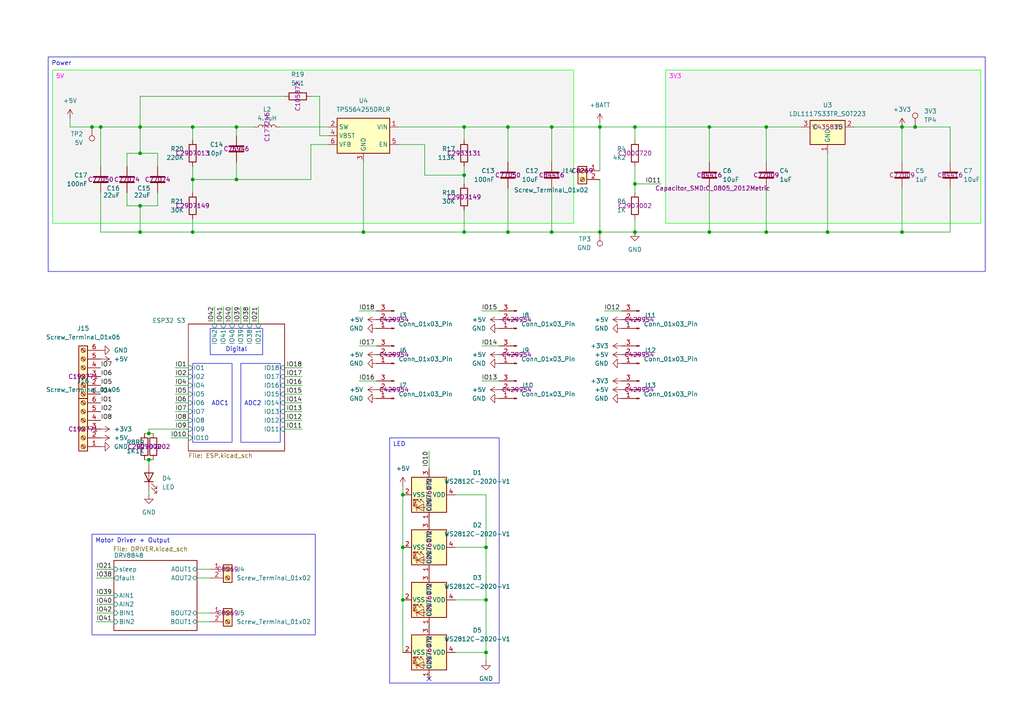
<source format=kicad_sch>
(kicad_sch
	(version 20250114)
	(generator "eeschema")
	(generator_version "9.0")
	(uuid "4373db5e-45ad-49d8-b52e-f9391bdc31f2")
	(paper "A4")
	(lib_symbols
		(symbol "Connector:Conn_01x03_Pin"
			(pin_names
				(offset 1.016)
				(hide yes)
			)
			(exclude_from_sim no)
			(in_bom yes)
			(on_board yes)
			(property "Reference" "J"
				(at 0 5.08 0)
				(effects
					(font
						(size 1.27 1.27)
					)
				)
			)
			(property "Value" "Conn_01x03_Pin"
				(at 0 -5.08 0)
				(effects
					(font
						(size 1.27 1.27)
					)
				)
			)
			(property "Footprint" ""
				(at 0 0 0)
				(effects
					(font
						(size 1.27 1.27)
					)
					(hide yes)
				)
			)
			(property "Datasheet" "~"
				(at 0 0 0)
				(effects
					(font
						(size 1.27 1.27)
					)
					(hide yes)
				)
			)
			(property "Description" "Generic connector, single row, 01x03, script generated"
				(at 0 0 0)
				(effects
					(font
						(size 1.27 1.27)
					)
					(hide yes)
				)
			)
			(property "ki_locked" ""
				(at 0 0 0)
				(effects
					(font
						(size 1.27 1.27)
					)
				)
			)
			(property "ki_keywords" "connector"
				(at 0 0 0)
				(effects
					(font
						(size 1.27 1.27)
					)
					(hide yes)
				)
			)
			(property "ki_fp_filters" "Connector*:*_1x??_*"
				(at 0 0 0)
				(effects
					(font
						(size 1.27 1.27)
					)
					(hide yes)
				)
			)
			(symbol "Conn_01x03_Pin_1_1"
				(rectangle
					(start 0.8636 2.667)
					(end 0 2.413)
					(stroke
						(width 0.1524)
						(type default)
					)
					(fill
						(type outline)
					)
				)
				(rectangle
					(start 0.8636 0.127)
					(end 0 -0.127)
					(stroke
						(width 0.1524)
						(type default)
					)
					(fill
						(type outline)
					)
				)
				(rectangle
					(start 0.8636 -2.413)
					(end 0 -2.667)
					(stroke
						(width 0.1524)
						(type default)
					)
					(fill
						(type outline)
					)
				)
				(polyline
					(pts
						(xy 1.27 2.54) (xy 0.8636 2.54)
					)
					(stroke
						(width 0.1524)
						(type default)
					)
					(fill
						(type none)
					)
				)
				(polyline
					(pts
						(xy 1.27 0) (xy 0.8636 0)
					)
					(stroke
						(width 0.1524)
						(type default)
					)
					(fill
						(type none)
					)
				)
				(polyline
					(pts
						(xy 1.27 -2.54) (xy 0.8636 -2.54)
					)
					(stroke
						(width 0.1524)
						(type default)
					)
					(fill
						(type none)
					)
				)
				(pin passive line
					(at 5.08 2.54 180)
					(length 3.81)
					(name "Pin_1"
						(effects
							(font
								(size 1.27 1.27)
							)
						)
					)
					(number "1"
						(effects
							(font
								(size 1.27 1.27)
							)
						)
					)
				)
				(pin passive line
					(at 5.08 0 180)
					(length 3.81)
					(name "Pin_2"
						(effects
							(font
								(size 1.27 1.27)
							)
						)
					)
					(number "2"
						(effects
							(font
								(size 1.27 1.27)
							)
						)
					)
				)
				(pin passive line
					(at 5.08 -2.54 180)
					(length 3.81)
					(name "Pin_3"
						(effects
							(font
								(size 1.27 1.27)
							)
						)
					)
					(number "3"
						(effects
							(font
								(size 1.27 1.27)
							)
						)
					)
				)
			)
			(embedded_fonts no)
		)
		(symbol "Connector:Screw_Terminal_01x02"
			(pin_names
				(offset 1.016)
				(hide yes)
			)
			(exclude_from_sim no)
			(in_bom yes)
			(on_board yes)
			(property "Reference" "J"
				(at 0 2.54 0)
				(effects
					(font
						(size 1.27 1.27)
					)
				)
			)
			(property "Value" "Screw_Terminal_01x02"
				(at 0 -5.08 0)
				(effects
					(font
						(size 1.27 1.27)
					)
				)
			)
			(property "Footprint" ""
				(at 0 0 0)
				(effects
					(font
						(size 1.27 1.27)
					)
					(hide yes)
				)
			)
			(property "Datasheet" "~"
				(at 0 0 0)
				(effects
					(font
						(size 1.27 1.27)
					)
					(hide yes)
				)
			)
			(property "Description" "Generic screw terminal, single row, 01x02, script generated (kicad-library-utils/schlib/autogen/connector/)"
				(at 0 0 0)
				(effects
					(font
						(size 1.27 1.27)
					)
					(hide yes)
				)
			)
			(property "ki_keywords" "screw terminal"
				(at 0 0 0)
				(effects
					(font
						(size 1.27 1.27)
					)
					(hide yes)
				)
			)
			(property "ki_fp_filters" "TerminalBlock*:*"
				(at 0 0 0)
				(effects
					(font
						(size 1.27 1.27)
					)
					(hide yes)
				)
			)
			(symbol "Screw_Terminal_01x02_1_1"
				(rectangle
					(start -1.27 1.27)
					(end 1.27 -3.81)
					(stroke
						(width 0.254)
						(type default)
					)
					(fill
						(type background)
					)
				)
				(polyline
					(pts
						(xy -0.5334 0.3302) (xy 0.3302 -0.508)
					)
					(stroke
						(width 0.1524)
						(type default)
					)
					(fill
						(type none)
					)
				)
				(polyline
					(pts
						(xy -0.5334 -2.2098) (xy 0.3302 -3.048)
					)
					(stroke
						(width 0.1524)
						(type default)
					)
					(fill
						(type none)
					)
				)
				(polyline
					(pts
						(xy -0.3556 0.508) (xy 0.508 -0.3302)
					)
					(stroke
						(width 0.1524)
						(type default)
					)
					(fill
						(type none)
					)
				)
				(polyline
					(pts
						(xy -0.3556 -2.032) (xy 0.508 -2.8702)
					)
					(stroke
						(width 0.1524)
						(type default)
					)
					(fill
						(type none)
					)
				)
				(circle
					(center 0 0)
					(radius 0.635)
					(stroke
						(width 0.1524)
						(type default)
					)
					(fill
						(type none)
					)
				)
				(circle
					(center 0 -2.54)
					(radius 0.635)
					(stroke
						(width 0.1524)
						(type default)
					)
					(fill
						(type none)
					)
				)
				(pin passive line
					(at -5.08 0 0)
					(length 3.81)
					(name "Pin_1"
						(effects
							(font
								(size 1.27 1.27)
							)
						)
					)
					(number "1"
						(effects
							(font
								(size 1.27 1.27)
							)
						)
					)
				)
				(pin passive line
					(at -5.08 -2.54 0)
					(length 3.81)
					(name "Pin_2"
						(effects
							(font
								(size 1.27 1.27)
							)
						)
					)
					(number "2"
						(effects
							(font
								(size 1.27 1.27)
							)
						)
					)
				)
			)
			(embedded_fonts no)
		)
		(symbol "Connector:Screw_Terminal_01x06"
			(pin_names
				(offset 1.016)
				(hide yes)
			)
			(exclude_from_sim no)
			(in_bom yes)
			(on_board yes)
			(property "Reference" "J"
				(at 0 7.62 0)
				(effects
					(font
						(size 1.27 1.27)
					)
				)
			)
			(property "Value" "Screw_Terminal_01x06"
				(at 0 -10.16 0)
				(effects
					(font
						(size 1.27 1.27)
					)
				)
			)
			(property "Footprint" ""
				(at 0 0 0)
				(effects
					(font
						(size 1.27 1.27)
					)
					(hide yes)
				)
			)
			(property "Datasheet" "~"
				(at 0 0 0)
				(effects
					(font
						(size 1.27 1.27)
					)
					(hide yes)
				)
			)
			(property "Description" "Generic screw terminal, single row, 01x06, script generated (kicad-library-utils/schlib/autogen/connector/)"
				(at 0 0 0)
				(effects
					(font
						(size 1.27 1.27)
					)
					(hide yes)
				)
			)
			(property "ki_keywords" "screw terminal"
				(at 0 0 0)
				(effects
					(font
						(size 1.27 1.27)
					)
					(hide yes)
				)
			)
			(property "ki_fp_filters" "TerminalBlock*:*"
				(at 0 0 0)
				(effects
					(font
						(size 1.27 1.27)
					)
					(hide yes)
				)
			)
			(symbol "Screw_Terminal_01x06_1_1"
				(rectangle
					(start -1.27 6.35)
					(end 1.27 -8.89)
					(stroke
						(width 0.254)
						(type default)
					)
					(fill
						(type background)
					)
				)
				(polyline
					(pts
						(xy -0.5334 5.4102) (xy 0.3302 4.572)
					)
					(stroke
						(width 0.1524)
						(type default)
					)
					(fill
						(type none)
					)
				)
				(polyline
					(pts
						(xy -0.5334 2.8702) (xy 0.3302 2.032)
					)
					(stroke
						(width 0.1524)
						(type default)
					)
					(fill
						(type none)
					)
				)
				(polyline
					(pts
						(xy -0.5334 0.3302) (xy 0.3302 -0.508)
					)
					(stroke
						(width 0.1524)
						(type default)
					)
					(fill
						(type none)
					)
				)
				(polyline
					(pts
						(xy -0.5334 -2.2098) (xy 0.3302 -3.048)
					)
					(stroke
						(width 0.1524)
						(type default)
					)
					(fill
						(type none)
					)
				)
				(polyline
					(pts
						(xy -0.5334 -4.7498) (xy 0.3302 -5.588)
					)
					(stroke
						(width 0.1524)
						(type default)
					)
					(fill
						(type none)
					)
				)
				(polyline
					(pts
						(xy -0.5334 -7.2898) (xy 0.3302 -8.128)
					)
					(stroke
						(width 0.1524)
						(type default)
					)
					(fill
						(type none)
					)
				)
				(polyline
					(pts
						(xy -0.3556 5.588) (xy 0.508 4.7498)
					)
					(stroke
						(width 0.1524)
						(type default)
					)
					(fill
						(type none)
					)
				)
				(polyline
					(pts
						(xy -0.3556 3.048) (xy 0.508 2.2098)
					)
					(stroke
						(width 0.1524)
						(type default)
					)
					(fill
						(type none)
					)
				)
				(polyline
					(pts
						(xy -0.3556 0.508) (xy 0.508 -0.3302)
					)
					(stroke
						(width 0.1524)
						(type default)
					)
					(fill
						(type none)
					)
				)
				(polyline
					(pts
						(xy -0.3556 -2.032) (xy 0.508 -2.8702)
					)
					(stroke
						(width 0.1524)
						(type default)
					)
					(fill
						(type none)
					)
				)
				(polyline
					(pts
						(xy -0.3556 -4.572) (xy 0.508 -5.4102)
					)
					(stroke
						(width 0.1524)
						(type default)
					)
					(fill
						(type none)
					)
				)
				(polyline
					(pts
						(xy -0.3556 -7.112) (xy 0.508 -7.9502)
					)
					(stroke
						(width 0.1524)
						(type default)
					)
					(fill
						(type none)
					)
				)
				(circle
					(center 0 5.08)
					(radius 0.635)
					(stroke
						(width 0.1524)
						(type default)
					)
					(fill
						(type none)
					)
				)
				(circle
					(center 0 2.54)
					(radius 0.635)
					(stroke
						(width 0.1524)
						(type default)
					)
					(fill
						(type none)
					)
				)
				(circle
					(center 0 0)
					(radius 0.635)
					(stroke
						(width 0.1524)
						(type default)
					)
					(fill
						(type none)
					)
				)
				(circle
					(center 0 -2.54)
					(radius 0.635)
					(stroke
						(width 0.1524)
						(type default)
					)
					(fill
						(type none)
					)
				)
				(circle
					(center 0 -5.08)
					(radius 0.635)
					(stroke
						(width 0.1524)
						(type default)
					)
					(fill
						(type none)
					)
				)
				(circle
					(center 0 -7.62)
					(radius 0.635)
					(stroke
						(width 0.1524)
						(type default)
					)
					(fill
						(type none)
					)
				)
				(pin passive line
					(at -5.08 5.08 0)
					(length 3.81)
					(name "Pin_1"
						(effects
							(font
								(size 1.27 1.27)
							)
						)
					)
					(number "1"
						(effects
							(font
								(size 1.27 1.27)
							)
						)
					)
				)
				(pin passive line
					(at -5.08 2.54 0)
					(length 3.81)
					(name "Pin_2"
						(effects
							(font
								(size 1.27 1.27)
							)
						)
					)
					(number "2"
						(effects
							(font
								(size 1.27 1.27)
							)
						)
					)
				)
				(pin passive line
					(at -5.08 0 0)
					(length 3.81)
					(name "Pin_3"
						(effects
							(font
								(size 1.27 1.27)
							)
						)
					)
					(number "3"
						(effects
							(font
								(size 1.27 1.27)
							)
						)
					)
				)
				(pin passive line
					(at -5.08 -2.54 0)
					(length 3.81)
					(name "Pin_4"
						(effects
							(font
								(size 1.27 1.27)
							)
						)
					)
					(number "4"
						(effects
							(font
								(size 1.27 1.27)
							)
						)
					)
				)
				(pin passive line
					(at -5.08 -5.08 0)
					(length 3.81)
					(name "Pin_5"
						(effects
							(font
								(size 1.27 1.27)
							)
						)
					)
					(number "5"
						(effects
							(font
								(size 1.27 1.27)
							)
						)
					)
				)
				(pin passive line
					(at -5.08 -7.62 0)
					(length 3.81)
					(name "Pin_6"
						(effects
							(font
								(size 1.27 1.27)
							)
						)
					)
					(number "6"
						(effects
							(font
								(size 1.27 1.27)
							)
						)
					)
				)
			)
			(embedded_fonts no)
		)
		(symbol "Connector:TestPoint"
			(pin_numbers
				(hide yes)
			)
			(pin_names
				(offset 0.762)
				(hide yes)
			)
			(exclude_from_sim no)
			(in_bom yes)
			(on_board yes)
			(property "Reference" "TP"
				(at 0 6.858 0)
				(effects
					(font
						(size 1.27 1.27)
					)
				)
			)
			(property "Value" "TestPoint"
				(at 0 5.08 0)
				(effects
					(font
						(size 1.27 1.27)
					)
				)
			)
			(property "Footprint" ""
				(at 5.08 0 0)
				(effects
					(font
						(size 1.27 1.27)
					)
					(hide yes)
				)
			)
			(property "Datasheet" "~"
				(at 5.08 0 0)
				(effects
					(font
						(size 1.27 1.27)
					)
					(hide yes)
				)
			)
			(property "Description" "test point"
				(at 0 0 0)
				(effects
					(font
						(size 1.27 1.27)
					)
					(hide yes)
				)
			)
			(property "ki_keywords" "test point tp"
				(at 0 0 0)
				(effects
					(font
						(size 1.27 1.27)
					)
					(hide yes)
				)
			)
			(property "ki_fp_filters" "Pin* Test*"
				(at 0 0 0)
				(effects
					(font
						(size 1.27 1.27)
					)
					(hide yes)
				)
			)
			(symbol "TestPoint_0_1"
				(circle
					(center 0 3.302)
					(radius 0.762)
					(stroke
						(width 0)
						(type default)
					)
					(fill
						(type none)
					)
				)
			)
			(symbol "TestPoint_1_1"
				(pin passive line
					(at 0 0 90)
					(length 2.54)
					(name "1"
						(effects
							(font
								(size 1.27 1.27)
							)
						)
					)
					(number "1"
						(effects
							(font
								(size 1.27 1.27)
							)
						)
					)
				)
			)
			(embedded_fonts no)
		)
		(symbol "Device:C"
			(pin_numbers
				(hide yes)
			)
			(pin_names
				(offset 0.254)
			)
			(exclude_from_sim no)
			(in_bom yes)
			(on_board yes)
			(property "Reference" "C"
				(at 0.635 2.54 0)
				(effects
					(font
						(size 1.27 1.27)
					)
					(justify left)
				)
			)
			(property "Value" "C"
				(at 0.635 -2.54 0)
				(effects
					(font
						(size 1.27 1.27)
					)
					(justify left)
				)
			)
			(property "Footprint" ""
				(at 0.9652 -3.81 0)
				(effects
					(font
						(size 1.27 1.27)
					)
					(hide yes)
				)
			)
			(property "Datasheet" "~"
				(at 0 0 0)
				(effects
					(font
						(size 1.27 1.27)
					)
					(hide yes)
				)
			)
			(property "Description" "Unpolarized capacitor"
				(at 0 0 0)
				(effects
					(font
						(size 1.27 1.27)
					)
					(hide yes)
				)
			)
			(property "ki_keywords" "cap capacitor"
				(at 0 0 0)
				(effects
					(font
						(size 1.27 1.27)
					)
					(hide yes)
				)
			)
			(property "ki_fp_filters" "C_*"
				(at 0 0 0)
				(effects
					(font
						(size 1.27 1.27)
					)
					(hide yes)
				)
			)
			(symbol "C_0_1"
				(polyline
					(pts
						(xy -2.032 0.762) (xy 2.032 0.762)
					)
					(stroke
						(width 0.508)
						(type default)
					)
					(fill
						(type none)
					)
				)
				(polyline
					(pts
						(xy -2.032 -0.762) (xy 2.032 -0.762)
					)
					(stroke
						(width 0.508)
						(type default)
					)
					(fill
						(type none)
					)
				)
			)
			(symbol "C_1_1"
				(pin passive line
					(at 0 3.81 270)
					(length 2.794)
					(name "~"
						(effects
							(font
								(size 1.27 1.27)
							)
						)
					)
					(number "1"
						(effects
							(font
								(size 1.27 1.27)
							)
						)
					)
				)
				(pin passive line
					(at 0 -3.81 90)
					(length 2.794)
					(name "~"
						(effects
							(font
								(size 1.27 1.27)
							)
						)
					)
					(number "2"
						(effects
							(font
								(size 1.27 1.27)
							)
						)
					)
				)
			)
			(embedded_fonts no)
		)
		(symbol "Device:L"
			(pin_numbers
				(hide yes)
			)
			(pin_names
				(offset 1.016)
				(hide yes)
			)
			(exclude_from_sim no)
			(in_bom yes)
			(on_board yes)
			(property "Reference" "L"
				(at -1.27 0 90)
				(effects
					(font
						(size 1.27 1.27)
					)
				)
			)
			(property "Value" "L"
				(at 1.905 0 90)
				(effects
					(font
						(size 1.27 1.27)
					)
				)
			)
			(property "Footprint" ""
				(at 0 0 0)
				(effects
					(font
						(size 1.27 1.27)
					)
					(hide yes)
				)
			)
			(property "Datasheet" "~"
				(at 0 0 0)
				(effects
					(font
						(size 1.27 1.27)
					)
					(hide yes)
				)
			)
			(property "Description" "Inductor"
				(at 0 0 0)
				(effects
					(font
						(size 1.27 1.27)
					)
					(hide yes)
				)
			)
			(property "ki_keywords" "inductor choke coil reactor magnetic"
				(at 0 0 0)
				(effects
					(font
						(size 1.27 1.27)
					)
					(hide yes)
				)
			)
			(property "ki_fp_filters" "Choke_* *Coil* Inductor_* L_*"
				(at 0 0 0)
				(effects
					(font
						(size 1.27 1.27)
					)
					(hide yes)
				)
			)
			(symbol "L_0_1"
				(arc
					(start 0 2.54)
					(mid 0.6323 1.905)
					(end 0 1.27)
					(stroke
						(width 0)
						(type default)
					)
					(fill
						(type none)
					)
				)
				(arc
					(start 0 1.27)
					(mid 0.6323 0.635)
					(end 0 0)
					(stroke
						(width 0)
						(type default)
					)
					(fill
						(type none)
					)
				)
				(arc
					(start 0 0)
					(mid 0.6323 -0.635)
					(end 0 -1.27)
					(stroke
						(width 0)
						(type default)
					)
					(fill
						(type none)
					)
				)
				(arc
					(start 0 -1.27)
					(mid 0.6323 -1.905)
					(end 0 -2.54)
					(stroke
						(width 0)
						(type default)
					)
					(fill
						(type none)
					)
				)
			)
			(symbol "L_1_1"
				(pin passive line
					(at 0 3.81 270)
					(length 1.27)
					(name "1"
						(effects
							(font
								(size 1.27 1.27)
							)
						)
					)
					(number "1"
						(effects
							(font
								(size 1.27 1.27)
							)
						)
					)
				)
				(pin passive line
					(at 0 -3.81 90)
					(length 1.27)
					(name "2"
						(effects
							(font
								(size 1.27 1.27)
							)
						)
					)
					(number "2"
						(effects
							(font
								(size 1.27 1.27)
							)
						)
					)
				)
			)
			(embedded_fonts no)
		)
		(symbol "Device:LED"
			(pin_numbers
				(hide yes)
			)
			(pin_names
				(offset 1.016)
				(hide yes)
			)
			(exclude_from_sim no)
			(in_bom yes)
			(on_board yes)
			(property "Reference" "D"
				(at 0 2.54 0)
				(effects
					(font
						(size 1.27 1.27)
					)
				)
			)
			(property "Value" "LED"
				(at 0 -2.54 0)
				(effects
					(font
						(size 1.27 1.27)
					)
				)
			)
			(property "Footprint" ""
				(at 0 0 0)
				(effects
					(font
						(size 1.27 1.27)
					)
					(hide yes)
				)
			)
			(property "Datasheet" "~"
				(at 0 0 0)
				(effects
					(font
						(size 1.27 1.27)
					)
					(hide yes)
				)
			)
			(property "Description" "Light emitting diode"
				(at 0 0 0)
				(effects
					(font
						(size 1.27 1.27)
					)
					(hide yes)
				)
			)
			(property "Sim.Pins" "1=K 2=A"
				(at 0 0 0)
				(effects
					(font
						(size 1.27 1.27)
					)
					(hide yes)
				)
			)
			(property "ki_keywords" "LED diode"
				(at 0 0 0)
				(effects
					(font
						(size 1.27 1.27)
					)
					(hide yes)
				)
			)
			(property "ki_fp_filters" "LED* LED_SMD:* LED_THT:*"
				(at 0 0 0)
				(effects
					(font
						(size 1.27 1.27)
					)
					(hide yes)
				)
			)
			(symbol "LED_0_1"
				(polyline
					(pts
						(xy -3.048 -0.762) (xy -4.572 -2.286) (xy -3.81 -2.286) (xy -4.572 -2.286) (xy -4.572 -1.524)
					)
					(stroke
						(width 0)
						(type default)
					)
					(fill
						(type none)
					)
				)
				(polyline
					(pts
						(xy -1.778 -0.762) (xy -3.302 -2.286) (xy -2.54 -2.286) (xy -3.302 -2.286) (xy -3.302 -1.524)
					)
					(stroke
						(width 0)
						(type default)
					)
					(fill
						(type none)
					)
				)
				(polyline
					(pts
						(xy -1.27 0) (xy 1.27 0)
					)
					(stroke
						(width 0)
						(type default)
					)
					(fill
						(type none)
					)
				)
				(polyline
					(pts
						(xy -1.27 -1.27) (xy -1.27 1.27)
					)
					(stroke
						(width 0.254)
						(type default)
					)
					(fill
						(type none)
					)
				)
				(polyline
					(pts
						(xy 1.27 -1.27) (xy 1.27 1.27) (xy -1.27 0) (xy 1.27 -1.27)
					)
					(stroke
						(width 0.254)
						(type default)
					)
					(fill
						(type none)
					)
				)
			)
			(symbol "LED_1_1"
				(pin passive line
					(at -3.81 0 0)
					(length 2.54)
					(name "K"
						(effects
							(font
								(size 1.27 1.27)
							)
						)
					)
					(number "1"
						(effects
							(font
								(size 1.27 1.27)
							)
						)
					)
				)
				(pin passive line
					(at 3.81 0 180)
					(length 2.54)
					(name "A"
						(effects
							(font
								(size 1.27 1.27)
							)
						)
					)
					(number "2"
						(effects
							(font
								(size 1.27 1.27)
							)
						)
					)
				)
			)
			(embedded_fonts no)
		)
		(symbol "Device:R"
			(pin_numbers
				(hide yes)
			)
			(pin_names
				(offset 0)
			)
			(exclude_from_sim no)
			(in_bom yes)
			(on_board yes)
			(property "Reference" "R"
				(at 2.032 0 90)
				(effects
					(font
						(size 1.27 1.27)
					)
				)
			)
			(property "Value" "R"
				(at 0 0 90)
				(effects
					(font
						(size 1.27 1.27)
					)
				)
			)
			(property "Footprint" ""
				(at -1.778 0 90)
				(effects
					(font
						(size 1.27 1.27)
					)
					(hide yes)
				)
			)
			(property "Datasheet" "~"
				(at 0 0 0)
				(effects
					(font
						(size 1.27 1.27)
					)
					(hide yes)
				)
			)
			(property "Description" "Resistor"
				(at 0 0 0)
				(effects
					(font
						(size 1.27 1.27)
					)
					(hide yes)
				)
			)
			(property "ki_keywords" "R res resistor"
				(at 0 0 0)
				(effects
					(font
						(size 1.27 1.27)
					)
					(hide yes)
				)
			)
			(property "ki_fp_filters" "R_*"
				(at 0 0 0)
				(effects
					(font
						(size 1.27 1.27)
					)
					(hide yes)
				)
			)
			(symbol "R_0_1"
				(rectangle
					(start -1.016 -2.54)
					(end 1.016 2.54)
					(stroke
						(width 0.254)
						(type default)
					)
					(fill
						(type none)
					)
				)
			)
			(symbol "R_1_1"
				(pin passive line
					(at 0 3.81 270)
					(length 1.27)
					(name "~"
						(effects
							(font
								(size 1.27 1.27)
							)
						)
					)
					(number "1"
						(effects
							(font
								(size 1.27 1.27)
							)
						)
					)
				)
				(pin passive line
					(at 0 -3.81 90)
					(length 1.27)
					(name "~"
						(effects
							(font
								(size 1.27 1.27)
							)
						)
					)
					(number "2"
						(effects
							(font
								(size 1.27 1.27)
							)
						)
					)
				)
			)
			(embedded_fonts no)
		)
		(symbol "LED:WS2812B-2020"
			(pin_names
				(offset 0.254)
			)
			(exclude_from_sim no)
			(in_bom yes)
			(on_board yes)
			(property "Reference" "D"
				(at 5.08 5.715 0)
				(effects
					(font
						(size 1.27 1.27)
					)
					(justify right bottom)
				)
			)
			(property "Value" "WS2812B-2020"
				(at 1.27 -5.715 0)
				(effects
					(font
						(size 1.27 1.27)
					)
					(justify left top)
				)
			)
			(property "Footprint" "LED_SMD:LED_WS2812B-2020_PLCC4_2.0x2.0mm"
				(at 1.27 -7.62 0)
				(effects
					(font
						(size 1.27 1.27)
					)
					(justify left top)
					(hide yes)
				)
			)
			(property "Datasheet" "https://cdn-shop.adafruit.com/product-files/4684/4684_WS2812B-2020_V1.3_EN.pdf"
				(at 2.54 -9.525 0)
				(effects
					(font
						(size 1.27 1.27)
					)
					(justify left top)
					(hide yes)
				)
			)
			(property "Description" "RGB LED with integrated controller, 2.0 x 2.0 mm, 12 mA"
				(at 0 0 0)
				(effects
					(font
						(size 1.27 1.27)
					)
					(hide yes)
				)
			)
			(property "ki_keywords" "RGB LED NeoPixel Nano addressable"
				(at 0 0 0)
				(effects
					(font
						(size 1.27 1.27)
					)
					(hide yes)
				)
			)
			(property "ki_fp_filters" "LED*WS2812*-2020_PLCC4*"
				(at 0 0 0)
				(effects
					(font
						(size 1.27 1.27)
					)
					(hide yes)
				)
			)
			(symbol "WS2812B-2020_0_0"
				(text "RGB"
					(at 2.286 -4.191 0)
					(effects
						(font
							(size 0.762 0.762)
						)
					)
				)
			)
			(symbol "WS2812B-2020_0_1"
				(polyline
					(pts
						(xy 1.27 -2.54) (xy 1.778 -2.54)
					)
					(stroke
						(width 0)
						(type default)
					)
					(fill
						(type none)
					)
				)
				(polyline
					(pts
						(xy 1.27 -3.556) (xy 1.778 -3.556)
					)
					(stroke
						(width 0)
						(type default)
					)
					(fill
						(type none)
					)
				)
				(polyline
					(pts
						(xy 2.286 -1.524) (xy 1.27 -2.54) (xy 1.27 -2.032)
					)
					(stroke
						(width 0)
						(type default)
					)
					(fill
						(type none)
					)
				)
				(polyline
					(pts
						(xy 2.286 -2.54) (xy 1.27 -3.556) (xy 1.27 -3.048)
					)
					(stroke
						(width 0)
						(type default)
					)
					(fill
						(type none)
					)
				)
				(polyline
					(pts
						(xy 3.683 -1.016) (xy 3.683 -3.556) (xy 3.683 -4.064)
					)
					(stroke
						(width 0)
						(type default)
					)
					(fill
						(type none)
					)
				)
				(polyline
					(pts
						(xy 4.699 -1.524) (xy 2.667 -1.524) (xy 3.683 -3.556) (xy 4.699 -1.524)
					)
					(stroke
						(width 0)
						(type default)
					)
					(fill
						(type none)
					)
				)
				(polyline
					(pts
						(xy 4.699 -3.556) (xy 2.667 -3.556)
					)
					(stroke
						(width 0)
						(type default)
					)
					(fill
						(type none)
					)
				)
				(rectangle
					(start 5.08 5.08)
					(end -5.08 -5.08)
					(stroke
						(width 0.254)
						(type default)
					)
					(fill
						(type background)
					)
				)
			)
			(symbol "WS2812B-2020_1_1"
				(pin input line
					(at -7.62 0 0)
					(length 2.54)
					(name "DIN"
						(effects
							(font
								(size 1.27 1.27)
							)
						)
					)
					(number "3"
						(effects
							(font
								(size 1.27 1.27)
							)
						)
					)
				)
				(pin power_in line
					(at 0 7.62 270)
					(length 2.54)
					(name "VDD"
						(effects
							(font
								(size 1.27 1.27)
							)
						)
					)
					(number "4"
						(effects
							(font
								(size 1.27 1.27)
							)
						)
					)
				)
				(pin power_in line
					(at 0 -7.62 90)
					(length 2.54)
					(name "VSS"
						(effects
							(font
								(size 1.27 1.27)
							)
						)
					)
					(number "2"
						(effects
							(font
								(size 1.27 1.27)
							)
						)
					)
				)
				(pin output line
					(at 7.62 0 180)
					(length 2.54)
					(name "DOUT"
						(effects
							(font
								(size 1.27 1.27)
							)
						)
					)
					(number "1"
						(effects
							(font
								(size 1.27 1.27)
							)
						)
					)
				)
			)
			(embedded_fonts no)
		)
		(symbol "Regulator_Linear:LD1117S33TR_SOT223"
			(exclude_from_sim no)
			(in_bom yes)
			(on_board yes)
			(property "Reference" "U"
				(at -3.81 3.175 0)
				(effects
					(font
						(size 1.27 1.27)
					)
				)
			)
			(property "Value" "LD1117S33TR_SOT223"
				(at 0 3.175 0)
				(effects
					(font
						(size 1.27 1.27)
					)
					(justify left)
				)
			)
			(property "Footprint" "Package_TO_SOT_SMD:SOT-223-3_TabPin2"
				(at 0 5.08 0)
				(effects
					(font
						(size 1.27 1.27)
					)
					(hide yes)
				)
			)
			(property "Datasheet" "http://www.st.com/st-web-ui/static/active/en/resource/technical/document/datasheet/CD00000544.pdf"
				(at 2.54 -6.35 0)
				(effects
					(font
						(size 1.27 1.27)
					)
					(hide yes)
				)
			)
			(property "Description" "800mA Fixed Low Drop Positive Voltage Regulator, Fixed Output 3.3V, SOT-223"
				(at 0 0 0)
				(effects
					(font
						(size 1.27 1.27)
					)
					(hide yes)
				)
			)
			(property "ki_keywords" "REGULATOR LDO 3.3V"
				(at 0 0 0)
				(effects
					(font
						(size 1.27 1.27)
					)
					(hide yes)
				)
			)
			(property "ki_fp_filters" "SOT?223*TabPin2*"
				(at 0 0 0)
				(effects
					(font
						(size 1.27 1.27)
					)
					(hide yes)
				)
			)
			(symbol "LD1117S33TR_SOT223_0_1"
				(rectangle
					(start -5.08 -5.08)
					(end 5.08 1.905)
					(stroke
						(width 0.254)
						(type default)
					)
					(fill
						(type background)
					)
				)
			)
			(symbol "LD1117S33TR_SOT223_1_1"
				(pin power_in line
					(at -7.62 0 0)
					(length 2.54)
					(name "VI"
						(effects
							(font
								(size 1.27 1.27)
							)
						)
					)
					(number "3"
						(effects
							(font
								(size 1.27 1.27)
							)
						)
					)
				)
				(pin power_in line
					(at 0 -7.62 90)
					(length 2.54)
					(name "GND"
						(effects
							(font
								(size 1.27 1.27)
							)
						)
					)
					(number "1"
						(effects
							(font
								(size 1.27 1.27)
							)
						)
					)
				)
				(pin power_out line
					(at 7.62 0 180)
					(length 2.54)
					(name "VO"
						(effects
							(font
								(size 1.27 1.27)
							)
						)
					)
					(number "2"
						(effects
							(font
								(size 1.27 1.27)
							)
						)
					)
				)
			)
			(embedded_fonts no)
		)
		(symbol "Regulator_Switching:TPS562202S"
			(exclude_from_sim no)
			(in_bom yes)
			(on_board yes)
			(property "Reference" "U"
				(at -7.62 6.35 0)
				(effects
					(font
						(size 1.27 1.27)
					)
					(justify left)
				)
			)
			(property "Value" "TPS562202S"
				(at -2.54 6.35 0)
				(effects
					(font
						(size 1.27 1.27)
					)
					(justify left)
				)
			)
			(property "Footprint" "Package_TO_SOT_SMD:SOT-563"
				(at 1.27 -6.35 0)
				(effects
					(font
						(size 1.27 1.27)
					)
					(justify left)
					(hide yes)
				)
			)
			(property "Datasheet" "https://www.ti.com/lit/ds/symlink/tps562202s.pdf"
				(at 0 0 0)
				(effects
					(font
						(size 1.27 1.27)
					)
					(hide yes)
				)
			)
			(property "Description" "2A Synchronous Step-Down Voltage Regulator 580kHz, Adjustable Output Voltage, 4.5-17V Input Voltage, 0.804V-7V Output Voltage, SOT-563"
				(at 0 0 0)
				(effects
					(font
						(size 1.27 1.27)
					)
					(hide yes)
				)
			)
			(property "ki_keywords" "step-down dcdc buck"
				(at 0 0 0)
				(effects
					(font
						(size 1.27 1.27)
					)
					(hide yes)
				)
			)
			(property "ki_fp_filters" "SOT?563*"
				(at 0 0 0)
				(effects
					(font
						(size 1.27 1.27)
					)
					(hide yes)
				)
			)
			(symbol "TPS562202S_0_1"
				(rectangle
					(start -7.62 5.08)
					(end 7.62 -5.08)
					(stroke
						(width 0.254)
						(type default)
					)
					(fill
						(type background)
					)
				)
			)
			(symbol "TPS562202S_1_1"
				(pin power_in line
					(at -10.16 2.54 0)
					(length 2.54)
					(name "VIN"
						(effects
							(font
								(size 1.27 1.27)
							)
						)
					)
					(number "1"
						(effects
							(font
								(size 1.27 1.27)
							)
						)
					)
				)
				(pin input line
					(at -10.16 -2.54 0)
					(length 2.54)
					(name "EN"
						(effects
							(font
								(size 1.27 1.27)
							)
						)
					)
					(number "5"
						(effects
							(font
								(size 1.27 1.27)
							)
						)
					)
				)
				(pin power_in line
					(at 0 -7.62 90)
					(length 2.54)
					(name "GND"
						(effects
							(font
								(size 1.27 1.27)
							)
						)
					)
					(number "3"
						(effects
							(font
								(size 1.27 1.27)
							)
						)
					)
				)
				(pin output line
					(at 10.16 2.54 180)
					(length 2.54)
					(name "SW"
						(effects
							(font
								(size 1.27 1.27)
							)
						)
					)
					(number "2"
						(effects
							(font
								(size 1.27 1.27)
							)
						)
					)
				)
				(pin passive line
					(at 10.16 0 180)
					(length 2.54)
					(name "VBST"
						(effects
							(font
								(size 1.27 1.27)
							)
						)
					)
					(number "4"
						(effects
							(font
								(size 1.27 1.27)
							)
						)
					)
				)
				(pin input line
					(at 10.16 -2.54 180)
					(length 2.54)
					(name "VFB"
						(effects
							(font
								(size 1.27 1.27)
							)
						)
					)
					(number "6"
						(effects
							(font
								(size 1.27 1.27)
							)
						)
					)
				)
			)
			(embedded_fonts no)
		)
		(symbol "power:+3V3"
			(power)
			(pin_numbers
				(hide yes)
			)
			(pin_names
				(offset 0)
				(hide yes)
			)
			(exclude_from_sim no)
			(in_bom yes)
			(on_board yes)
			(property "Reference" "#PWR"
				(at 0 -3.81 0)
				(effects
					(font
						(size 1.27 1.27)
					)
					(hide yes)
				)
			)
			(property "Value" "+3V3"
				(at 0 3.556 0)
				(effects
					(font
						(size 1.27 1.27)
					)
				)
			)
			(property "Footprint" ""
				(at 0 0 0)
				(effects
					(font
						(size 1.27 1.27)
					)
					(hide yes)
				)
			)
			(property "Datasheet" ""
				(at 0 0 0)
				(effects
					(font
						(size 1.27 1.27)
					)
					(hide yes)
				)
			)
			(property "Description" "Power symbol creates a global label with name \"+3V3\""
				(at 0 0 0)
				(effects
					(font
						(size 1.27 1.27)
					)
					(hide yes)
				)
			)
			(property "ki_keywords" "global power"
				(at 0 0 0)
				(effects
					(font
						(size 1.27 1.27)
					)
					(hide yes)
				)
			)
			(symbol "+3V3_0_1"
				(polyline
					(pts
						(xy -0.762 1.27) (xy 0 2.54)
					)
					(stroke
						(width 0)
						(type default)
					)
					(fill
						(type none)
					)
				)
				(polyline
					(pts
						(xy 0 2.54) (xy 0.762 1.27)
					)
					(stroke
						(width 0)
						(type default)
					)
					(fill
						(type none)
					)
				)
				(polyline
					(pts
						(xy 0 0) (xy 0 2.54)
					)
					(stroke
						(width 0)
						(type default)
					)
					(fill
						(type none)
					)
				)
			)
			(symbol "+3V3_1_1"
				(pin power_in line
					(at 0 0 90)
					(length 0)
					(name "~"
						(effects
							(font
								(size 1.27 1.27)
							)
						)
					)
					(number "1"
						(effects
							(font
								(size 1.27 1.27)
							)
						)
					)
				)
			)
			(embedded_fonts no)
		)
		(symbol "power:+5V"
			(power)
			(pin_numbers
				(hide yes)
			)
			(pin_names
				(offset 0)
				(hide yes)
			)
			(exclude_from_sim no)
			(in_bom yes)
			(on_board yes)
			(property "Reference" "#PWR"
				(at 0 -3.81 0)
				(effects
					(font
						(size 1.27 1.27)
					)
					(hide yes)
				)
			)
			(property "Value" "+5V"
				(at 0 3.556 0)
				(effects
					(font
						(size 1.27 1.27)
					)
				)
			)
			(property "Footprint" ""
				(at 0 0 0)
				(effects
					(font
						(size 1.27 1.27)
					)
					(hide yes)
				)
			)
			(property "Datasheet" ""
				(at 0 0 0)
				(effects
					(font
						(size 1.27 1.27)
					)
					(hide yes)
				)
			)
			(property "Description" "Power symbol creates a global label with name \"+5V\""
				(at 0 0 0)
				(effects
					(font
						(size 1.27 1.27)
					)
					(hide yes)
				)
			)
			(property "ki_keywords" "global power"
				(at 0 0 0)
				(effects
					(font
						(size 1.27 1.27)
					)
					(hide yes)
				)
			)
			(symbol "+5V_0_1"
				(polyline
					(pts
						(xy -0.762 1.27) (xy 0 2.54)
					)
					(stroke
						(width 0)
						(type default)
					)
					(fill
						(type none)
					)
				)
				(polyline
					(pts
						(xy 0 2.54) (xy 0.762 1.27)
					)
					(stroke
						(width 0)
						(type default)
					)
					(fill
						(type none)
					)
				)
				(polyline
					(pts
						(xy 0 0) (xy 0 2.54)
					)
					(stroke
						(width 0)
						(type default)
					)
					(fill
						(type none)
					)
				)
			)
			(symbol "+5V_1_1"
				(pin power_in line
					(at 0 0 90)
					(length 0)
					(name "~"
						(effects
							(font
								(size 1.27 1.27)
							)
						)
					)
					(number "1"
						(effects
							(font
								(size 1.27 1.27)
							)
						)
					)
				)
			)
			(embedded_fonts no)
		)
		(symbol "power:+BATT"
			(power)
			(pin_numbers
				(hide yes)
			)
			(pin_names
				(offset 0)
				(hide yes)
			)
			(exclude_from_sim no)
			(in_bom yes)
			(on_board yes)
			(property "Reference" "#PWR"
				(at 0 -3.81 0)
				(effects
					(font
						(size 1.27 1.27)
					)
					(hide yes)
				)
			)
			(property "Value" "+BATT"
				(at 0 3.556 0)
				(effects
					(font
						(size 1.27 1.27)
					)
				)
			)
			(property "Footprint" ""
				(at 0 0 0)
				(effects
					(font
						(size 1.27 1.27)
					)
					(hide yes)
				)
			)
			(property "Datasheet" ""
				(at 0 0 0)
				(effects
					(font
						(size 1.27 1.27)
					)
					(hide yes)
				)
			)
			(property "Description" "Power symbol creates a global label with name \"+BATT\""
				(at 0 0 0)
				(effects
					(font
						(size 1.27 1.27)
					)
					(hide yes)
				)
			)
			(property "ki_keywords" "global power battery"
				(at 0 0 0)
				(effects
					(font
						(size 1.27 1.27)
					)
					(hide yes)
				)
			)
			(symbol "+BATT_0_1"
				(polyline
					(pts
						(xy -0.762 1.27) (xy 0 2.54)
					)
					(stroke
						(width 0)
						(type default)
					)
					(fill
						(type none)
					)
				)
				(polyline
					(pts
						(xy 0 2.54) (xy 0.762 1.27)
					)
					(stroke
						(width 0)
						(type default)
					)
					(fill
						(type none)
					)
				)
				(polyline
					(pts
						(xy 0 0) (xy 0 2.54)
					)
					(stroke
						(width 0)
						(type default)
					)
					(fill
						(type none)
					)
				)
			)
			(symbol "+BATT_1_1"
				(pin power_in line
					(at 0 0 90)
					(length 0)
					(name "~"
						(effects
							(font
								(size 1.27 1.27)
							)
						)
					)
					(number "1"
						(effects
							(font
								(size 1.27 1.27)
							)
						)
					)
				)
			)
			(embedded_fonts no)
		)
		(symbol "power:GND"
			(power)
			(pin_numbers
				(hide yes)
			)
			(pin_names
				(offset 0)
				(hide yes)
			)
			(exclude_from_sim no)
			(in_bom yes)
			(on_board yes)
			(property "Reference" "#PWR"
				(at 0 -6.35 0)
				(effects
					(font
						(size 1.27 1.27)
					)
					(hide yes)
				)
			)
			(property "Value" "GND"
				(at 0 -3.81 0)
				(effects
					(font
						(size 1.27 1.27)
					)
				)
			)
			(property "Footprint" ""
				(at 0 0 0)
				(effects
					(font
						(size 1.27 1.27)
					)
					(hide yes)
				)
			)
			(property "Datasheet" ""
				(at 0 0 0)
				(effects
					(font
						(size 1.27 1.27)
					)
					(hide yes)
				)
			)
			(property "Description" "Power symbol creates a global label with name \"GND\" , ground"
				(at 0 0 0)
				(effects
					(font
						(size 1.27 1.27)
					)
					(hide yes)
				)
			)
			(property "ki_keywords" "global power"
				(at 0 0 0)
				(effects
					(font
						(size 1.27 1.27)
					)
					(hide yes)
				)
			)
			(symbol "GND_0_1"
				(polyline
					(pts
						(xy 0 0) (xy 0 -1.27) (xy 1.27 -1.27) (xy 0 -2.54) (xy -1.27 -1.27) (xy 0 -1.27)
					)
					(stroke
						(width 0)
						(type default)
					)
					(fill
						(type none)
					)
				)
			)
			(symbol "GND_1_1"
				(pin power_in line
					(at 0 0 270)
					(length 0)
					(name "~"
						(effects
							(font
								(size 1.27 1.27)
							)
						)
					)
					(number "1"
						(effects
							(font
								(size 1.27 1.27)
							)
						)
					)
				)
			)
			(embedded_fonts no)
		)
	)
	(text_box "5V"
		(exclude_from_sim no)
		(at 15.24 20.32 0)
		(size 151.13 44.45)
		(margins 0.9525 0.9525 0.9525 0.9525)
		(stroke
			(width 0)
			(type solid)
			(color 0 255 0 1)
		)
		(fill
			(type color)
			(color 0 0 0 0.05)
		)
		(effects
			(font
				(size 1.27 1.27)
				(color 255 0 255 1)
			)
			(justify left top)
		)
		(uuid "06adb79a-c6c2-4725-adc4-62368774d8a2")
	)
	(text_box "3V3\n"
		(exclude_from_sim no)
		(at 193.04 20.32 0)
		(size 91.44 44.45)
		(margins 0.9525 0.9525 0.9525 0.9525)
		(stroke
			(width 0)
			(type solid)
			(color 0 255 0 1)
		)
		(fill
			(type color)
			(color 0 0 0 0.05)
		)
		(effects
			(font
				(size 1.27 1.27)
				(color 255 0 255 1)
			)
			(justify left top)
		)
		(uuid "628336a2-debd-41f5-9ef3-e80138cdc356")
	)
	(text_box "ADC1\n"
		(exclude_from_sim no)
		(at 55.88 105.41 0)
		(size 11.43 22.86)
		(margins 0.9525 0.9525 0.9525 0.9525)
		(stroke
			(width 0)
			(type solid)
		)
		(fill
			(type none)
		)
		(effects
			(font
				(size 1.27 1.27)
			)
			(justify right)
		)
		(uuid "68bd7c44-11da-4108-9a74-e0ff78a0d578")
	)
	(text_box "LED\n"
		(exclude_from_sim no)
		(at 113.03 127 0)
		(size 31.75 71.12)
		(margins 0.9525 0.9525 0.9525 0.9525)
		(stroke
			(width 0)
			(type solid)
		)
		(fill
			(type none)
		)
		(effects
			(font
				(size 1.27 1.27)
			)
			(justify left top)
		)
		(uuid "70e4420a-76c0-46d5-91a1-bcff09651fbb")
	)
	(text_box "Motor Driver + Output\n"
		(exclude_from_sim no)
		(at 26.67 154.94 0)
		(size 64.77 29.21)
		(margins 0.9525 0.9525 0.9525 0.9525)
		(stroke
			(width 0)
			(type solid)
		)
		(fill
			(type none)
		)
		(effects
			(font
				(size 1.27 1.27)
			)
			(justify left top)
		)
		(uuid "93f30abb-db66-4dcc-a46a-af838314dff0")
	)
	(text_box "ADC2\n"
		(exclude_from_sim no)
		(at 69.85 105.41 0)
		(size 11.43 22.86)
		(margins 0.9525 0.9525 0.9525 0.9525)
		(stroke
			(width 0)
			(type solid)
		)
		(fill
			(type none)
		)
		(effects
			(font
				(size 1.27 1.27)
			)
			(justify left)
		)
		(uuid "9cccbfe7-486b-4ff5-8e60-86e8a4766864")
	)
	(text_box "Digital"
		(exclude_from_sim no)
		(at 60.96 95.25 0)
		(size 15.24 7.62)
		(margins 0.9525 0.9525 0.9525 0.9525)
		(stroke
			(width 0)
			(type solid)
		)
		(fill
			(type none)
		)
		(effects
			(font
				(size 1.27 1.27)
			)
			(justify bottom)
		)
		(uuid "a143a0f8-d101-4dd5-95ae-2b360a9315a5")
	)
	(text_box "Power\n"
		(exclude_from_sim no)
		(at 13.97 16.51 0)
		(size 271.78 62.23)
		(margins 0.9525 0.9525 0.9525 0.9525)
		(stroke
			(width 0)
			(type solid)
		)
		(fill
			(type none)
		)
		(effects
			(font
				(size 1.27 1.27)
			)
			(justify left top)
		)
		(uuid "ff08e744-07a9-4dc7-b803-8e88e37a0c74")
	)
	(junction
		(at 184.15 36.83)
		(diameter 0)
		(color 0 0 0 0)
		(uuid "0174e319-6300-4d51-8f9f-f95b562eee85")
	)
	(junction
		(at 68.58 52.07)
		(diameter 0)
		(color 0 0 0 0)
		(uuid "05886e92-c759-4ac3-b4bd-fc8d1528e4cd")
	)
	(junction
		(at 134.62 36.83)
		(diameter 0)
		(color 0 0 0 0)
		(uuid "07e818b5-6258-4643-96bc-f91b09a2d8df")
	)
	(junction
		(at 55.88 36.83)
		(diameter 0)
		(color 0 0 0 0)
		(uuid "0e2e7cf4-3231-4fa6-9743-9c7cd5db5b4d")
	)
	(junction
		(at 40.64 67.31)
		(diameter 0)
		(color 0 0 0 0)
		(uuid "1e7662f0-611c-4e23-8153-d69321b6abf0")
	)
	(junction
		(at 184.15 53.34)
		(diameter 0)
		(color 0 0 0 0)
		(uuid "23645aca-4d93-44ea-9f31-2e00a8432473")
	)
	(junction
		(at 173.99 36.83)
		(diameter 0)
		(color 0 0 0 0)
		(uuid "2bfc0754-5604-4ec3-9fcd-2d1dab4fb3b4")
	)
	(junction
		(at 40.64 59.69)
		(diameter 0)
		(color 0 0 0 0)
		(uuid "327963ee-ae60-4e1f-9aa8-229748d62690")
	)
	(junction
		(at 147.32 67.31)
		(diameter 0)
		(color 0 0 0 0)
		(uuid "3b19e408-e193-4afc-9f19-a3ac4259db7f")
	)
	(junction
		(at 43.18 133.35)
		(diameter 0)
		(color 0 0 0 0)
		(uuid "42e34503-98c9-4ad6-ae76-60d26fab3b59")
	)
	(junction
		(at 116.84 173.99)
		(diameter 0)
		(color 0 0 0 0)
		(uuid "4a87ba94-4cf4-46a3-91bf-0afccc355c62")
	)
	(junction
		(at 55.88 52.07)
		(diameter 0)
		(color 0 0 0 0)
		(uuid "4e6ecc26-017c-4916-9a68-6b17465d94f6")
	)
	(junction
		(at 134.62 50.8)
		(diameter 0)
		(color 0 0 0 0)
		(uuid "4f18f2d1-fd8f-45f5-bf95-f663416b043d")
	)
	(junction
		(at 240.03 67.31)
		(diameter 0)
		(color 0 0 0 0)
		(uuid "523bc797-4ffd-4d27-be07-f932565dd5f3")
	)
	(junction
		(at 261.62 36.83)
		(diameter 0)
		(color 0 0 0 0)
		(uuid "58f63348-fef0-491d-9588-c055c207130c")
	)
	(junction
		(at 105.41 67.31)
		(diameter 0)
		(color 0 0 0 0)
		(uuid "6a4631ce-efe5-4f64-8c80-0919a9d8d908")
	)
	(junction
		(at 140.97 158.75)
		(diameter 0)
		(color 0 0 0 0)
		(uuid "70661b91-f41b-40f6-b9f3-8058b7b44399")
	)
	(junction
		(at 222.25 36.83)
		(diameter 0)
		(color 0 0 0 0)
		(uuid "787cb6ad-0701-4690-9950-1876767a9da9")
	)
	(junction
		(at 68.58 36.83)
		(diameter 0)
		(color 0 0 0 0)
		(uuid "7b97aa33-2ec7-40c9-92e6-d17008511eac")
	)
	(junction
		(at 147.32 36.83)
		(diameter 0)
		(color 0 0 0 0)
		(uuid "7e803790-584e-4b96-b594-54d681b08d69")
	)
	(junction
		(at 134.62 67.31)
		(diameter 0)
		(color 0 0 0 0)
		(uuid "7e9b3543-3983-4dec-aa7d-11270d30515b")
	)
	(junction
		(at 160.02 67.31)
		(diameter 0)
		(color 0 0 0 0)
		(uuid "8165f9da-474a-42c0-a21b-967c563d629c")
	)
	(junction
		(at 116.84 143.51)
		(diameter 0)
		(color 0 0 0 0)
		(uuid "8337c86b-4db9-4ff6-834f-6e334845e3f4")
	)
	(junction
		(at 40.64 36.83)
		(diameter 0)
		(color 0 0 0 0)
		(uuid "8b2c6ce1-e247-4ad8-b75f-667dc65feab3")
	)
	(junction
		(at 205.74 67.31)
		(diameter 0)
		(color 0 0 0 0)
		(uuid "96ac6e2b-4705-4fb2-890c-eeecbf700e8a")
	)
	(junction
		(at 26.67 36.83)
		(diameter 0)
		(color 0 0 0 0)
		(uuid "ada74f34-34de-4ecf-87bc-8661ba9fbb34")
	)
	(junction
		(at 40.64 44.45)
		(diameter 0)
		(color 0 0 0 0)
		(uuid "b3b47276-4260-4548-8df1-7381c4c24bc9")
	)
	(junction
		(at 160.02 36.83)
		(diameter 0)
		(color 0 0 0 0)
		(uuid "bd00e0f6-0b1b-489b-a788-a73c796ec22f")
	)
	(junction
		(at 205.74 36.83)
		(diameter 0)
		(color 0 0 0 0)
		(uuid "c12319e3-39e2-4204-b41e-7cfd19542321")
	)
	(junction
		(at 116.84 158.75)
		(diameter 0)
		(color 0 0 0 0)
		(uuid "ca18afed-cca9-41f1-9b52-20707eb570b3")
	)
	(junction
		(at 55.88 67.31)
		(diameter 0)
		(color 0 0 0 0)
		(uuid "cd6bfc0f-cf2f-4290-b611-deaa0fe31635")
	)
	(junction
		(at 222.25 67.31)
		(diameter 0)
		(color 0 0 0 0)
		(uuid "d1ad46cd-0fb2-4f4d-a81a-2aedaf3ec718")
	)
	(junction
		(at 140.97 189.23)
		(diameter 0)
		(color 0 0 0 0)
		(uuid "d409fced-2a59-42c9-8c0d-f17037005d19")
	)
	(junction
		(at 29.21 36.83)
		(diameter 0)
		(color 0 0 0 0)
		(uuid "e1c02a46-db61-43f2-a232-45f56f3da26a")
	)
	(junction
		(at 261.62 67.31)
		(diameter 0)
		(color 0 0 0 0)
		(uuid "e203aa47-8f84-4ce5-b18e-fb2fe3f1cd10")
	)
	(junction
		(at 265.43 36.83)
		(diameter 0)
		(color 0 0 0 0)
		(uuid "eaa98c92-001c-4c7e-97e9-53370cdc6491")
	)
	(junction
		(at 43.18 125.73)
		(diameter 0)
		(color 0 0 0 0)
		(uuid "eb046604-26a2-4674-a648-37bbbc384966")
	)
	(junction
		(at 173.99 67.31)
		(diameter 0)
		(color 0 0 0 0)
		(uuid "eb931a5a-654e-4da1-b894-ef3e55b87f36")
	)
	(junction
		(at 184.15 67.31)
		(diameter 0)
		(color 0 0 0 0)
		(uuid "fd9c9c95-e9cf-4016-aff0-bd2369fc939f")
	)
	(junction
		(at 140.97 173.99)
		(diameter 0)
		(color 0 0 0 0)
		(uuid "ff72d6c6-875f-4b37-9fdd-f0e15a2faeaa")
	)
	(no_connect
		(at 124.46 196.85)
		(uuid "fa79b7af-25f1-4d45-8526-624636c6689f")
	)
	(wire
		(pts
			(xy 104.14 100.33) (xy 109.22 100.33)
		)
		(stroke
			(width 0)
			(type default)
		)
		(uuid "00cc0e07-4e83-4d41-8345-8d03779934ce")
	)
	(wire
		(pts
			(xy 184.15 67.31) (xy 205.74 67.31)
		)
		(stroke
			(width 0)
			(type default)
		)
		(uuid "00ee51e5-03fa-446f-8eff-1b3d38e1d96b")
	)
	(wire
		(pts
			(xy 116.84 158.75) (xy 116.84 173.99)
		)
		(stroke
			(width 0)
			(type default)
		)
		(uuid "0658e307-83b1-40f6-a500-c5ba75958d08")
	)
	(wire
		(pts
			(xy 29.21 67.31) (xy 29.21 55.88)
		)
		(stroke
			(width 0)
			(type default)
		)
		(uuid "065da504-e255-4ce0-aa77-45059d3ecb07")
	)
	(wire
		(pts
			(xy 43.18 125.73) (xy 43.18 124.46)
		)
		(stroke
			(width 0)
			(type default)
		)
		(uuid "095ca439-c809-4063-870c-dc1b8c5e0617")
	)
	(wire
		(pts
			(xy 124.46 130.81) (xy 124.46 135.89)
		)
		(stroke
			(width 0)
			(type default)
		)
		(uuid "0b2a6d95-0276-4723-a13e-9379a24680a9")
	)
	(wire
		(pts
			(xy 116.84 173.99) (xy 116.84 189.23)
		)
		(stroke
			(width 0)
			(type default)
		)
		(uuid "0f289d10-1cfe-44c3-96f9-c829b29350a5")
	)
	(wire
		(pts
			(xy 60.96 165.1) (xy 57.15 165.1)
		)
		(stroke
			(width 0)
			(type default)
		)
		(uuid "0f304d26-5e81-4a78-8b92-15fe40b07e5f")
	)
	(wire
		(pts
			(xy 116.84 140.97) (xy 116.84 143.51)
		)
		(stroke
			(width 0)
			(type default)
		)
		(uuid "0f3f3740-2ac2-4d28-88db-ddc0225a9977")
	)
	(wire
		(pts
			(xy 132.08 173.99) (xy 140.97 173.99)
		)
		(stroke
			(width 0)
			(type default)
		)
		(uuid "1016a0eb-149a-44f4-8a10-3cb0be72fe46")
	)
	(wire
		(pts
			(xy 92.71 27.94) (xy 90.17 27.94)
		)
		(stroke
			(width 0)
			(type default)
		)
		(uuid "10c0a964-24ca-400d-bf43-19e36d80631b")
	)
	(wire
		(pts
			(xy 205.74 36.83) (xy 222.25 36.83)
		)
		(stroke
			(width 0)
			(type default)
		)
		(uuid "14476b37-fb8c-42ef-a470-713834e13ba1")
	)
	(wire
		(pts
			(xy 57.15 180.34) (xy 60.96 180.34)
		)
		(stroke
			(width 0)
			(type default)
		)
		(uuid "15699357-1294-44d3-8490-04b90176514f")
	)
	(wire
		(pts
			(xy 184.15 36.83) (xy 184.15 40.64)
		)
		(stroke
			(width 0)
			(type default)
		)
		(uuid "19efe457-91c5-4ab0-8edb-94beb56910a4")
	)
	(wire
		(pts
			(xy 134.62 67.31) (xy 105.41 67.31)
		)
		(stroke
			(width 0)
			(type default)
		)
		(uuid "1e998828-5711-4e8f-9bc0-add8dbbfd342")
	)
	(wire
		(pts
			(xy 184.15 53.34) (xy 184.15 55.88)
		)
		(stroke
			(width 0)
			(type default)
		)
		(uuid "2153ce9e-1c79-4a65-8bb1-aad3b821efba")
	)
	(wire
		(pts
			(xy 134.62 60.96) (xy 134.62 67.31)
		)
		(stroke
			(width 0)
			(type default)
		)
		(uuid "2179f4ca-1abd-4309-b1e8-54ebb87c3857")
	)
	(wire
		(pts
			(xy 27.94 177.8) (xy 33.02 177.8)
		)
		(stroke
			(width 0)
			(type default)
		)
		(uuid "23896a51-6855-4121-a330-a73b62278ac4")
	)
	(wire
		(pts
			(xy 45.72 48.26) (xy 45.72 44.45)
		)
		(stroke
			(width 0)
			(type default)
		)
		(uuid "29c41a7c-7524-43a0-8785-0207b6417f3e")
	)
	(wire
		(pts
			(xy 50.8 119.38) (xy 54.61 119.38)
		)
		(stroke
			(width 0)
			(type default)
		)
		(uuid "2a51990c-8b83-4e5d-a317-25188d670202")
	)
	(wire
		(pts
			(xy 115.57 36.83) (xy 134.62 36.83)
		)
		(stroke
			(width 0)
			(type default)
		)
		(uuid "2b235965-0db8-48a7-83c0-733ebf68572f")
	)
	(wire
		(pts
			(xy 173.99 36.83) (xy 184.15 36.83)
		)
		(stroke
			(width 0)
			(type default)
		)
		(uuid "2bc86b20-fb18-41fa-8217-c8e1ac6a000c")
	)
	(wire
		(pts
			(xy 275.59 67.31) (xy 261.62 67.31)
		)
		(stroke
			(width 0)
			(type default)
		)
		(uuid "2d6834e4-7444-4d48-b07d-8b30f08f4b45")
	)
	(wire
		(pts
			(xy 27.94 165.1) (xy 33.02 165.1)
		)
		(stroke
			(width 0)
			(type default)
		)
		(uuid "2dc021a7-4426-4e01-bb93-12e1ff2eb4d8")
	)
	(wire
		(pts
			(xy 173.99 36.83) (xy 173.99 49.53)
		)
		(stroke
			(width 0)
			(type default)
		)
		(uuid "2e3bf7c2-cd95-4dbe-a9cb-b3a274e7f2cc")
	)
	(wire
		(pts
			(xy 90.17 41.91) (xy 90.17 52.07)
		)
		(stroke
			(width 0)
			(type default)
		)
		(uuid "2fc99387-8e1b-492d-ab47-d1a35e7166d4")
	)
	(wire
		(pts
			(xy 82.55 124.46) (xy 87.63 124.46)
		)
		(stroke
			(width 0)
			(type default)
		)
		(uuid "3007fbc4-3ca2-4260-b89f-3ac699fffa54")
	)
	(wire
		(pts
			(xy 36.83 59.69) (xy 36.83 55.88)
		)
		(stroke
			(width 0)
			(type default)
		)
		(uuid "3b98dd30-1307-4c33-8bae-28d5d78dbda9")
	)
	(wire
		(pts
			(xy 134.62 48.26) (xy 134.62 50.8)
		)
		(stroke
			(width 0)
			(type default)
		)
		(uuid "3cf07082-5199-48b9-9bbe-0ac35db7005d")
	)
	(wire
		(pts
			(xy 43.18 142.24) (xy 43.18 143.51)
		)
		(stroke
			(width 0)
			(type default)
		)
		(uuid "3fd7bd40-7c9a-4b66-a9e5-1948615cd2ac")
	)
	(wire
		(pts
			(xy 123.19 50.8) (xy 134.62 50.8)
		)
		(stroke
			(width 0)
			(type default)
		)
		(uuid "4175fdc7-c963-42ec-b6af-800f9545db4b")
	)
	(wire
		(pts
			(xy 139.7 90.17) (xy 144.78 90.17)
		)
		(stroke
			(width 0)
			(type default)
		)
		(uuid "43bdcc0f-141e-43e9-8fbe-d332566eac2c")
	)
	(wire
		(pts
			(xy 90.17 52.07) (xy 68.58 52.07)
		)
		(stroke
			(width 0)
			(type default)
		)
		(uuid "44d2930f-f15d-4d40-ba45-2fc5694d92fb")
	)
	(wire
		(pts
			(xy 26.67 36.83) (xy 20.32 36.83)
		)
		(stroke
			(width 0)
			(type default)
		)
		(uuid "46c6cfa7-cf2c-4f8f-ac7f-c6738d57000f")
	)
	(wire
		(pts
			(xy 134.62 36.83) (xy 134.62 40.64)
		)
		(stroke
			(width 0)
			(type default)
		)
		(uuid "4b9a0c23-661a-48fb-88a4-32afcc7ffdae")
	)
	(wire
		(pts
			(xy 55.88 48.26) (xy 55.88 52.07)
		)
		(stroke
			(width 0)
			(type default)
		)
		(uuid "4d15dbd4-829f-4389-84a3-eec3a5151680")
	)
	(wire
		(pts
			(xy 55.88 63.5) (xy 55.88 67.31)
		)
		(stroke
			(width 0)
			(type default)
		)
		(uuid "554ba062-7c16-4fe0-95bc-372f16ab2e07")
	)
	(wire
		(pts
			(xy 40.64 36.83) (xy 29.21 36.83)
		)
		(stroke
			(width 0)
			(type default)
		)
		(uuid "55d84771-303b-4be8-b756-fb9a8f860de2")
	)
	(wire
		(pts
			(xy 45.72 55.88) (xy 45.72 59.69)
		)
		(stroke
			(width 0)
			(type default)
		)
		(uuid "56345098-4931-4a1e-8ce7-8338e8ab9d8c")
	)
	(wire
		(pts
			(xy 82.55 109.22) (xy 87.63 109.22)
		)
		(stroke
			(width 0)
			(type default)
		)
		(uuid "566ac67b-704e-4dfa-82e5-57aae6e0ecd0")
	)
	(wire
		(pts
			(xy 240.03 67.31) (xy 261.62 67.31)
		)
		(stroke
			(width 0)
			(type default)
		)
		(uuid "57257b6c-b0c4-4dea-ab3d-2bce63073b54")
	)
	(wire
		(pts
			(xy 43.18 133.35) (xy 43.18 134.62)
		)
		(stroke
			(width 0)
			(type default)
		)
		(uuid "57809db8-f58a-4e93-ac63-ad02d9192fb0")
	)
	(wire
		(pts
			(xy 27.94 167.64) (xy 33.02 167.64)
		)
		(stroke
			(width 0)
			(type default)
		)
		(uuid "57c3e352-6483-492b-8e0a-4d6fe155426d")
	)
	(wire
		(pts
			(xy 50.8 109.22) (xy 54.61 109.22)
		)
		(stroke
			(width 0)
			(type default)
		)
		(uuid "585ead3b-15ca-4fa8-9c60-b99116c335ed")
	)
	(wire
		(pts
			(xy 27.94 172.72) (xy 33.02 172.72)
		)
		(stroke
			(width 0)
			(type default)
		)
		(uuid "5b134ba2-e27d-4621-a069-90dc0845cb79")
	)
	(wire
		(pts
			(xy 40.64 36.83) (xy 40.64 44.45)
		)
		(stroke
			(width 0)
			(type default)
		)
		(uuid "5d946de3-d6a6-4d31-931f-f625cd6d20c1")
	)
	(wire
		(pts
			(xy 29.21 36.83) (xy 26.67 36.83)
		)
		(stroke
			(width 0)
			(type default)
		)
		(uuid "5febe733-7673-4bb4-8ea1-9e86a9e14bd6")
	)
	(wire
		(pts
			(xy 240.03 44.45) (xy 240.03 67.31)
		)
		(stroke
			(width 0)
			(type default)
		)
		(uuid "620849c9-69af-4ba7-8758-5ce29d15e02a")
	)
	(wire
		(pts
			(xy 68.58 36.83) (xy 68.58 39.37)
		)
		(stroke
			(width 0)
			(type default)
		)
		(uuid "63bf6655-c187-470b-9751-b5d5e35f9ddf")
	)
	(wire
		(pts
			(xy 55.88 40.64) (xy 55.88 36.83)
		)
		(stroke
			(width 0)
			(type default)
		)
		(uuid "652904cb-58a2-4e92-a891-8b0c6c52a18f")
	)
	(wire
		(pts
			(xy 261.62 54.61) (xy 261.62 67.31)
		)
		(stroke
			(width 0)
			(type default)
		)
		(uuid "6751d962-fb03-4747-b2a0-fa73d58dcbb7")
	)
	(wire
		(pts
			(xy 275.59 46.99) (xy 275.59 36.83)
		)
		(stroke
			(width 0)
			(type default)
		)
		(uuid "676ff15f-0f0c-4c1f-b706-b37a2b92fa63")
	)
	(wire
		(pts
			(xy 147.32 54.61) (xy 147.32 67.31)
		)
		(stroke
			(width 0)
			(type default)
		)
		(uuid "677cd2c7-9c60-43ce-a883-c389bfbcad28")
	)
	(wire
		(pts
			(xy 147.32 36.83) (xy 134.62 36.83)
		)
		(stroke
			(width 0)
			(type default)
		)
		(uuid "6975c311-4ee5-4a86-adc5-af6d287f0e81")
	)
	(wire
		(pts
			(xy 45.72 44.45) (xy 40.64 44.45)
		)
		(stroke
			(width 0)
			(type default)
		)
		(uuid "69bc131e-da16-432d-bf9a-46d3ded8b9cc")
	)
	(wire
		(pts
			(xy 275.59 36.83) (xy 265.43 36.83)
		)
		(stroke
			(width 0)
			(type default)
		)
		(uuid "6a492718-52c9-417e-9ab6-df63b54fb402")
	)
	(wire
		(pts
			(xy 184.15 63.5) (xy 184.15 67.31)
		)
		(stroke
			(width 0)
			(type default)
		)
		(uuid "6b763b8e-049b-4438-b482-32357d8d5bd6")
	)
	(wire
		(pts
			(xy 92.71 39.37) (xy 92.71 27.94)
		)
		(stroke
			(width 0)
			(type default)
		)
		(uuid "7066cda6-6831-4b18-8641-92ec2303e60a")
	)
	(wire
		(pts
			(xy 116.84 143.51) (xy 116.84 158.75)
		)
		(stroke
			(width 0)
			(type default)
		)
		(uuid "70b6efa3-c132-4354-bfc0-61360b72ef33")
	)
	(wire
		(pts
			(xy 40.64 59.69) (xy 36.83 59.69)
		)
		(stroke
			(width 0)
			(type default)
		)
		(uuid "71f06794-7edc-48a7-89b0-6ea98cb6c3ba")
	)
	(wire
		(pts
			(xy 160.02 36.83) (xy 147.32 36.83)
		)
		(stroke
			(width 0)
			(type default)
		)
		(uuid "73475a54-55c7-498f-b517-948606f2c909")
	)
	(wire
		(pts
			(xy 160.02 67.31) (xy 147.32 67.31)
		)
		(stroke
			(width 0)
			(type default)
		)
		(uuid "74ee1263-fb92-4f8c-823e-6c7c8c39458f")
	)
	(wire
		(pts
			(xy 82.55 111.76) (xy 87.63 111.76)
		)
		(stroke
			(width 0)
			(type default)
		)
		(uuid "7502e120-56da-4885-ac6e-b747c984ec8a")
	)
	(wire
		(pts
			(xy 20.32 34.29) (xy 20.32 36.83)
		)
		(stroke
			(width 0)
			(type default)
		)
		(uuid "775281a6-e8f2-4c20-821f-cc71764cece8")
	)
	(wire
		(pts
			(xy 69.85 88.9) (xy 69.85 93.98)
		)
		(stroke
			(width 0)
			(type default)
		)
		(uuid "78ecb08d-87fc-411e-937d-10c3fcbc9088")
	)
	(wire
		(pts
			(xy 123.19 41.91) (xy 123.19 50.8)
		)
		(stroke
			(width 0)
			(type default)
		)
		(uuid "7a7dc91a-9fcf-4156-9f3f-55a35abd0949")
	)
	(wire
		(pts
			(xy 50.8 114.3) (xy 54.61 114.3)
		)
		(stroke
			(width 0)
			(type default)
		)
		(uuid "7a856519-d9ee-4dde-ac24-b236b520a962")
	)
	(wire
		(pts
			(xy 43.18 125.73) (xy 44.45 125.73)
		)
		(stroke
			(width 0)
			(type default)
		)
		(uuid "7acc3ce7-ed5e-4ae6-a56e-361b05cfb47e")
	)
	(wire
		(pts
			(xy 261.62 36.83) (xy 265.43 36.83)
		)
		(stroke
			(width 0)
			(type default)
		)
		(uuid "7b1b3f2f-f314-4fc2-bdc0-8b019fc84776")
	)
	(wire
		(pts
			(xy 222.25 67.31) (xy 240.03 67.31)
		)
		(stroke
			(width 0)
			(type default)
		)
		(uuid "7d606fb0-14ff-4842-925d-b81ce9999de1")
	)
	(wire
		(pts
			(xy 68.58 52.07) (xy 68.58 46.99)
		)
		(stroke
			(width 0)
			(type default)
		)
		(uuid "7d880ec2-a163-44af-8245-f089d4f5fa61")
	)
	(wire
		(pts
			(xy 104.14 110.49) (xy 109.22 110.49)
		)
		(stroke
			(width 0)
			(type default)
		)
		(uuid "7f7d41c0-4354-4cad-8440-948ec1436b0c")
	)
	(wire
		(pts
			(xy 67.31 88.9) (xy 67.31 93.98)
		)
		(stroke
			(width 0)
			(type default)
		)
		(uuid "80ab032e-73eb-4666-bf79-822c1271ef20")
	)
	(wire
		(pts
			(xy 139.7 110.49) (xy 144.78 110.49)
		)
		(stroke
			(width 0)
			(type default)
		)
		(uuid "858585fe-0ece-4f32-9a58-c925e2de99a7")
	)
	(wire
		(pts
			(xy 41.91 125.73) (xy 43.18 125.73)
		)
		(stroke
			(width 0)
			(type default)
		)
		(uuid "88217ba0-c6d1-4e98-ad1e-0c8c99ed379c")
	)
	(wire
		(pts
			(xy 222.25 36.83) (xy 232.41 36.83)
		)
		(stroke
			(width 0)
			(type default)
		)
		(uuid "88c921ee-4f17-4b7f-ad80-eb0760a852ca")
	)
	(wire
		(pts
			(xy 205.74 67.31) (xy 222.25 67.31)
		)
		(stroke
			(width 0)
			(type default)
		)
		(uuid "891d3794-b4e2-4e16-a30d-5c5a46a98f86")
	)
	(wire
		(pts
			(xy 82.55 114.3) (xy 87.63 114.3)
		)
		(stroke
			(width 0)
			(type default)
		)
		(uuid "8b28817e-6c5e-42b0-a7b2-9adfea2e6892")
	)
	(wire
		(pts
			(xy 175.26 90.17) (xy 180.34 90.17)
		)
		(stroke
			(width 0)
			(type default)
		)
		(uuid "8f0adac5-ee73-4351-a10a-121022b7ecde")
	)
	(wire
		(pts
			(xy 40.64 27.94) (xy 40.64 36.83)
		)
		(stroke
			(width 0)
			(type default)
		)
		(uuid "92f40c7b-b2f0-4d97-8550-cdfdf7d675b3")
	)
	(wire
		(pts
			(xy 160.02 54.61) (xy 160.02 67.31)
		)
		(stroke
			(width 0)
			(type default)
		)
		(uuid "94a93ce8-e119-4197-8171-bddd1ac10b9c")
	)
	(wire
		(pts
			(xy 140.97 158.75) (xy 132.08 158.75)
		)
		(stroke
			(width 0)
			(type default)
		)
		(uuid "95215931-3865-4f7f-bd02-0d3d12c50ffc")
	)
	(wire
		(pts
			(xy 132.08 189.23) (xy 140.97 189.23)
		)
		(stroke
			(width 0)
			(type default)
		)
		(uuid "98ae17d1-15b2-4993-a762-d28f380668e7")
	)
	(wire
		(pts
			(xy 95.25 39.37) (xy 92.71 39.37)
		)
		(stroke
			(width 0)
			(type default)
		)
		(uuid "9be713c8-8778-418a-824f-8fa7d5120ae0")
	)
	(wire
		(pts
			(xy 57.15 177.8) (xy 60.96 177.8)
		)
		(stroke
			(width 0)
			(type default)
		)
		(uuid "9e9b9a32-f157-4104-ad69-12fe049c5d33")
	)
	(wire
		(pts
			(xy 82.55 27.94) (xy 40.64 27.94)
		)
		(stroke
			(width 0)
			(type default)
		)
		(uuid "a0bcd9d5-e6bf-431a-9ba8-82f2f3ca5ad0")
	)
	(wire
		(pts
			(xy 261.62 36.83) (xy 261.62 46.99)
		)
		(stroke
			(width 0)
			(type default)
		)
		(uuid "a4a8e92e-e5dc-427f-9fb7-f446946fdd67")
	)
	(wire
		(pts
			(xy 222.25 36.83) (xy 222.25 46.99)
		)
		(stroke
			(width 0)
			(type default)
		)
		(uuid "a6a7a30e-478d-406f-b9a5-0917625b589d")
	)
	(wire
		(pts
			(xy 49.53 127) (xy 54.61 127)
		)
		(stroke
			(width 0)
			(type default)
		)
		(uuid "a845290f-cb2e-473a-b48a-c873979882c6")
	)
	(wire
		(pts
			(xy 27.94 175.26) (xy 33.02 175.26)
		)
		(stroke
			(width 0)
			(type default)
		)
		(uuid "a87c0b85-da9e-4a7c-a82b-2ccdb2a0764c")
	)
	(wire
		(pts
			(xy 105.41 46.99) (xy 105.41 67.31)
		)
		(stroke
			(width 0)
			(type default)
		)
		(uuid "aabb1d56-8a9d-4231-93c9-6f898934c780")
	)
	(wire
		(pts
			(xy 105.41 67.31) (xy 55.88 67.31)
		)
		(stroke
			(width 0)
			(type default)
		)
		(uuid "ac0bac81-0031-40be-98d8-801ce583461f")
	)
	(wire
		(pts
			(xy 184.15 36.83) (xy 205.74 36.83)
		)
		(stroke
			(width 0)
			(type default)
		)
		(uuid "ac0c6d23-c0ef-4ab5-81ac-39f5bb362462")
	)
	(wire
		(pts
			(xy 73.66 36.83) (xy 68.58 36.83)
		)
		(stroke
			(width 0)
			(type default)
		)
		(uuid "ac561958-4b3f-4095-b51a-6a716938e5ed")
	)
	(wire
		(pts
			(xy 205.74 54.61) (xy 205.74 67.31)
		)
		(stroke
			(width 0)
			(type default)
		)
		(uuid "adb11157-c7bc-4f0d-851c-1ed68feb8793")
	)
	(wire
		(pts
			(xy 275.59 54.61) (xy 275.59 67.31)
		)
		(stroke
			(width 0)
			(type default)
		)
		(uuid "ae653628-77cb-43d9-9695-c7d75b78d5be")
	)
	(wire
		(pts
			(xy 43.18 124.46) (xy 54.61 124.46)
		)
		(stroke
			(width 0)
			(type default)
		)
		(uuid "b074425b-04dc-4baa-aa95-a780fd0bdc13")
	)
	(wire
		(pts
			(xy 64.77 88.9) (xy 64.77 93.98)
		)
		(stroke
			(width 0)
			(type default)
		)
		(uuid "b16af7c4-f446-4f0c-b902-8765bcfb23f3")
	)
	(wire
		(pts
			(xy 173.99 67.31) (xy 160.02 67.31)
		)
		(stroke
			(width 0)
			(type default)
		)
		(uuid "b46bf156-17e1-4025-91d3-387cbc42379e")
	)
	(wire
		(pts
			(xy 139.7 100.33) (xy 144.78 100.33)
		)
		(stroke
			(width 0)
			(type default)
		)
		(uuid "b4f74bea-7ce2-4a61-8bdb-6b9bac92abda")
	)
	(wire
		(pts
			(xy 147.32 67.31) (xy 134.62 67.31)
		)
		(stroke
			(width 0)
			(type default)
		)
		(uuid "b4f79168-3685-42f8-ba34-249bc1e8f634")
	)
	(wire
		(pts
			(xy 173.99 52.07) (xy 173.99 67.31)
		)
		(stroke
			(width 0)
			(type default)
		)
		(uuid "b57c080a-3054-4a46-b060-e9425923ea94")
	)
	(wire
		(pts
			(xy 95.25 36.83) (xy 81.28 36.83)
		)
		(stroke
			(width 0)
			(type default)
		)
		(uuid "b9352662-8c3b-4506-b04e-b4f285a3b0cf")
	)
	(wire
		(pts
			(xy 173.99 36.83) (xy 160.02 36.83)
		)
		(stroke
			(width 0)
			(type default)
		)
		(uuid "bf31c03d-7034-42ee-80ac-3a0984989aa2")
	)
	(wire
		(pts
			(xy 55.88 36.83) (xy 68.58 36.83)
		)
		(stroke
			(width 0)
			(type default)
		)
		(uuid "bfb78b06-b3db-4da1-8a2d-208a244c523b")
	)
	(wire
		(pts
			(xy 29.21 36.83) (xy 29.21 48.26)
		)
		(stroke
			(width 0)
			(type default)
		)
		(uuid "c1bbc68d-12fb-4f30-bfe1-69b47aa7d7ca")
	)
	(wire
		(pts
			(xy 82.55 116.84) (xy 87.63 116.84)
		)
		(stroke
			(width 0)
			(type default)
		)
		(uuid "c553d30a-d6cc-4919-8c9e-9828decd178f")
	)
	(wire
		(pts
			(xy 140.97 143.51) (xy 140.97 158.75)
		)
		(stroke
			(width 0)
			(type default)
		)
		(uuid "ca4053d1-edbb-4091-b693-30d672d1f0a0")
	)
	(wire
		(pts
			(xy 62.23 88.9) (xy 62.23 93.98)
		)
		(stroke
			(width 0)
			(type default)
		)
		(uuid "caf11a8d-170b-4f96-affe-28fa5f08e9da")
	)
	(wire
		(pts
			(xy 55.88 36.83) (xy 40.64 36.83)
		)
		(stroke
			(width 0)
			(type default)
		)
		(uuid "cb7bedc4-8238-4227-b466-1ad62706a7f7")
	)
	(wire
		(pts
			(xy 222.25 54.61) (xy 222.25 67.31)
		)
		(stroke
			(width 0)
			(type default)
		)
		(uuid "cba3ce57-94e2-4181-9ac0-ce186e499f7b")
	)
	(wire
		(pts
			(xy 82.55 106.68) (xy 87.63 106.68)
		)
		(stroke
			(width 0)
			(type default)
		)
		(uuid "ce7a9ac8-1498-4510-8b39-a388139eb67c")
	)
	(wire
		(pts
			(xy 41.91 133.35) (xy 43.18 133.35)
		)
		(stroke
			(width 0)
			(type default)
		)
		(uuid "cf021cd7-60dd-452b-99f5-df8f44f50a4b")
	)
	(wire
		(pts
			(xy 74.93 88.9) (xy 74.93 93.98)
		)
		(stroke
			(width 0)
			(type default)
		)
		(uuid "d09ce68a-d44c-4e88-9e57-1577fdf68c55")
	)
	(wire
		(pts
			(xy 45.72 59.69) (xy 40.64 59.69)
		)
		(stroke
			(width 0)
			(type default)
		)
		(uuid "d2759178-b7fa-4aac-808e-e8c1758de8e7")
	)
	(wire
		(pts
			(xy 184.15 67.31) (xy 173.99 67.31)
		)
		(stroke
			(width 0)
			(type default)
		)
		(uuid "d2e51599-5271-4829-b98b-8aa7d2a585a1")
	)
	(wire
		(pts
			(xy 140.97 158.75) (xy 140.97 173.99)
		)
		(stroke
			(width 0)
			(type default)
		)
		(uuid "d6084f69-15fc-49ed-b748-87c05917213e")
	)
	(wire
		(pts
			(xy 55.88 67.31) (xy 40.64 67.31)
		)
		(stroke
			(width 0)
			(type default)
		)
		(uuid "d73ccd21-dbe9-442b-ad87-9cf8ef1fd1fd")
	)
	(wire
		(pts
			(xy 140.97 173.99) (xy 140.97 189.23)
		)
		(stroke
			(width 0)
			(type default)
		)
		(uuid "d802666b-0570-43c2-a30a-376430933c6e")
	)
	(wire
		(pts
			(xy 134.62 50.8) (xy 134.62 53.34)
		)
		(stroke
			(width 0)
			(type default)
		)
		(uuid "dc06e8ab-00c7-4ff4-bb41-c5cf29c71fca")
	)
	(wire
		(pts
			(xy 184.15 48.26) (xy 184.15 53.34)
		)
		(stroke
			(width 0)
			(type default)
		)
		(uuid "de566536-fc11-4e00-aee7-008e2a646598")
	)
	(wire
		(pts
			(xy 72.39 88.9) (xy 72.39 93.98)
		)
		(stroke
			(width 0)
			(type default)
		)
		(uuid "df92bb14-d63e-4836-959c-b0ec761667b5")
	)
	(wire
		(pts
			(xy 82.55 119.38) (xy 87.63 119.38)
		)
		(stroke
			(width 0)
			(type default)
		)
		(uuid "e086ecd0-f38e-462b-8a23-2a32626d5433")
	)
	(wire
		(pts
			(xy 132.08 143.51) (xy 140.97 143.51)
		)
		(stroke
			(width 0)
			(type default)
		)
		(uuid "e0a2d009-d102-4e20-9d59-c570f5ca4921")
	)
	(wire
		(pts
			(xy 160.02 46.99) (xy 160.02 36.83)
		)
		(stroke
			(width 0)
			(type default)
		)
		(uuid "e1717767-b048-4f04-8b76-80e049f02bc2")
	)
	(wire
		(pts
			(xy 247.65 36.83) (xy 261.62 36.83)
		)
		(stroke
			(width 0)
			(type default)
		)
		(uuid "e20c70c0-2f0e-4825-bdec-f9854faa90e5")
	)
	(wire
		(pts
			(xy 82.55 121.92) (xy 87.63 121.92)
		)
		(stroke
			(width 0)
			(type default)
		)
		(uuid "e3bb4d92-96c2-48c2-a1d8-82753c6d260d")
	)
	(wire
		(pts
			(xy 140.97 189.23) (xy 140.97 191.77)
		)
		(stroke
			(width 0)
			(type default)
		)
		(uuid "e42a20fc-6c9d-458a-9670-b82e5b17d653")
	)
	(wire
		(pts
			(xy 95.25 41.91) (xy 90.17 41.91)
		)
		(stroke
			(width 0)
			(type default)
		)
		(uuid "e4cba0c0-0da2-482d-8809-7089780fa6dd")
	)
	(wire
		(pts
			(xy 104.14 90.17) (xy 109.22 90.17)
		)
		(stroke
			(width 0)
			(type default)
		)
		(uuid "e6e1054e-6192-4a47-80d5-16fd7e600e0c")
	)
	(wire
		(pts
			(xy 27.94 180.34) (xy 33.02 180.34)
		)
		(stroke
			(width 0)
			(type default)
		)
		(uuid "e8e0efdf-bb56-4edb-9c7f-d451f9f878cb")
	)
	(wire
		(pts
			(xy 40.64 44.45) (xy 36.83 44.45)
		)
		(stroke
			(width 0)
			(type default)
		)
		(uuid "ea9534e2-fe36-4f7a-80e2-150f768fa832")
	)
	(wire
		(pts
			(xy 40.64 67.31) (xy 29.21 67.31)
		)
		(stroke
			(width 0)
			(type default)
		)
		(uuid "ecde4c77-99e4-42d7-9a71-961ea0a5b5f3")
	)
	(wire
		(pts
			(xy 68.58 52.07) (xy 55.88 52.07)
		)
		(stroke
			(width 0)
			(type default)
		)
		(uuid "ed2dfce1-1aeb-45ff-98b8-03afe77d4505")
	)
	(wire
		(pts
			(xy 40.64 59.69) (xy 40.64 67.31)
		)
		(stroke
			(width 0)
			(type default)
		)
		(uuid "ed702d55-dc7e-4870-a8df-cc4427ff1400")
	)
	(wire
		(pts
			(xy 43.18 133.35) (xy 44.45 133.35)
		)
		(stroke
			(width 0)
			(type default)
		)
		(uuid "ee2d4f3d-8f37-45fb-83a0-6ff1e009d1d3")
	)
	(wire
		(pts
			(xy 205.74 36.83) (xy 205.74 46.99)
		)
		(stroke
			(width 0)
			(type default)
		)
		(uuid "f0e87b17-f816-4c9f-9192-8c56853df7f4")
	)
	(wire
		(pts
			(xy 36.83 44.45) (xy 36.83 48.26)
		)
		(stroke
			(width 0)
			(type default)
		)
		(uuid "f1db4b3d-e1b5-47aa-a45d-504a3f4d7e7a")
	)
	(wire
		(pts
			(xy 50.8 111.76) (xy 54.61 111.76)
		)
		(stroke
			(width 0)
			(type default)
		)
		(uuid "f2a5eb47-b1a9-47f0-accf-2f2ba8df3035")
	)
	(wire
		(pts
			(xy 50.8 121.92) (xy 54.61 121.92)
		)
		(stroke
			(width 0)
			(type default)
		)
		(uuid "f551fa6b-2560-4316-b549-e29674bb1bc7")
	)
	(wire
		(pts
			(xy 115.57 41.91) (xy 123.19 41.91)
		)
		(stroke
			(width 0)
			(type default)
		)
		(uuid "f567cf64-92a2-4907-988f-ab950ee85f0b")
	)
	(wire
		(pts
			(xy 191.77 53.34) (xy 184.15 53.34)
		)
		(stroke
			(width 0)
			(type default)
		)
		(uuid "f7829ade-981d-48b5-9ba7-e802b9a9e48e")
	)
	(wire
		(pts
			(xy 173.99 35.56) (xy 173.99 36.83)
		)
		(stroke
			(width 0)
			(type default)
		)
		(uuid "f7cdcc37-7f2a-4383-ad5e-48432f535478")
	)
	(wire
		(pts
			(xy 50.8 106.68) (xy 54.61 106.68)
		)
		(stroke
			(width 0)
			(type default)
		)
		(uuid "f7f59f47-698e-435e-a9b4-7a0e34d21385")
	)
	(wire
		(pts
			(xy 60.96 167.64) (xy 57.15 167.64)
		)
		(stroke
			(width 0)
			(type default)
		)
		(uuid "f8463a10-ab33-4317-b170-75a131ec86c0")
	)
	(wire
		(pts
			(xy 50.8 116.84) (xy 54.61 116.84)
		)
		(stroke
			(width 0)
			(type default)
		)
		(uuid "f9acf94b-5198-43ac-9a2b-b62ecbac7ffe")
	)
	(wire
		(pts
			(xy 147.32 36.83) (xy 147.32 46.99)
		)
		(stroke
			(width 0)
			(type default)
		)
		(uuid "fa5b204b-400a-4a0c-be4d-f51db761fea0")
	)
	(wire
		(pts
			(xy 55.88 52.07) (xy 55.88 55.88)
		)
		(stroke
			(width 0)
			(type default)
		)
		(uuid "ffa77a41-4358-4628-b54b-340fce5d9992")
	)
	(label "IO41"
		(at 64.77 88.9 270)
		(effects
			(font
				(size 1.27 1.27)
			)
			(justify right bottom)
		)
		(uuid "03ed57dd-b464-4665-9cde-f26f4e8c73d5")
	)
	(label "IO4"
		(at 29.21 114.3 0)
		(effects
			(font
				(size 1.27 1.27)
			)
			(justify left bottom)
		)
		(uuid "0b52a71b-a3ac-493f-a2ef-aa69bdeb7046")
	)
	(label "IO14"
		(at 87.63 116.84 180)
		(effects
			(font
				(size 1.27 1.27)
			)
			(justify right bottom)
		)
		(uuid "0d783aa5-20fd-4085-bf1a-68f8627be0a5")
	)
	(label "IO7"
		(at 50.8 119.38 0)
		(effects
			(font
				(size 1.27 1.27)
			)
			(justify left bottom)
		)
		(uuid "0f7ddb1d-3eee-421f-89b8-04c205f57580")
	)
	(label "IO13"
		(at 139.7 110.49 0)
		(effects
			(font
				(size 1.27 1.27)
			)
			(justify left bottom)
		)
		(uuid "16b2b113-3386-4e35-9f82-8647ef0e54c5")
	)
	(label "IO5"
		(at 50.8 114.3 0)
		(effects
			(font
				(size 1.27 1.27)
			)
			(justify left bottom)
		)
		(uuid "19117d84-2218-4fab-b578-500707f75897")
	)
	(label "IO38"
		(at 72.39 88.9 270)
		(effects
			(font
				(size 1.27 1.27)
			)
			(justify right bottom)
		)
		(uuid "19b6b8bb-2494-41ef-8054-1b83967e039f")
	)
	(label "IO13"
		(at 87.63 119.38 180)
		(effects
			(font
				(size 1.27 1.27)
			)
			(justify right bottom)
		)
		(uuid "27b2babf-f177-432d-af04-7ebde83b2b71")
	)
	(label "IO16"
		(at 87.63 111.76 180)
		(effects
			(font
				(size 1.27 1.27)
			)
			(justify right bottom)
		)
		(uuid "4c9ad9eb-a3eb-4779-a192-2643cf1db597")
	)
	(label "IO38"
		(at 27.94 167.64 0)
		(effects
			(font
				(size 1.27 1.27)
			)
			(justify left bottom)
		)
		(uuid "509fec8c-8547-4e76-a403-fd37ebc73396")
	)
	(label "IO8"
		(at 50.8 121.92 0)
		(effects
			(font
				(size 1.27 1.27)
			)
			(justify left bottom)
		)
		(uuid "55e069ff-bcee-4271-a9a0-2fc7b81c8280")
	)
	(label "IO11"
		(at 87.63 124.46 180)
		(effects
			(font
				(size 1.27 1.27)
			)
			(justify right bottom)
		)
		(uuid "59871525-1915-45cb-888e-e29e30622da5")
	)
	(label "IO6"
		(at 29.21 109.22 0)
		(effects
			(font
				(size 1.27 1.27)
			)
			(justify left bottom)
		)
		(uuid "5ba434c7-434e-483e-bb0c-e63a1092c969")
	)
	(label "IO39"
		(at 69.85 88.9 270)
		(effects
			(font
				(size 1.27 1.27)
			)
			(justify right bottom)
		)
		(uuid "5f57edc5-f461-4716-ba59-204ecab6f71f")
	)
	(label "IO4"
		(at 50.8 111.76 0)
		(effects
			(font
				(size 1.27 1.27)
			)
			(justify left bottom)
		)
		(uuid "64ed864f-f29d-4b9b-b178-2c9a1da6f015")
	)
	(label "IO11"
		(at 191.77 53.34 180)
		(effects
			(font
				(size 1.27 1.27)
			)
			(justify right bottom)
		)
		(uuid "6dbfbad6-a340-42a6-97d6-e23d9a55b674")
	)
	(label "IO14"
		(at 139.7 100.33 0)
		(effects
			(font
				(size 1.27 1.27)
			)
			(justify left bottom)
		)
		(uuid "6eef529f-f497-4d3e-9419-2962e09a4dac")
	)
	(label "IO18"
		(at 87.63 106.68 180)
		(effects
			(font
				(size 1.27 1.27)
			)
			(justify right bottom)
		)
		(uuid "78dda0c8-2ef0-4304-85f8-8075d71047c2")
	)
	(label "IO2"
		(at 29.21 119.38 0)
		(effects
			(font
				(size 1.27 1.27)
			)
			(justify left bottom)
		)
		(uuid "7a0f5ccf-0f6b-4d6d-b6f8-0774e8529684")
	)
	(label "IO21"
		(at 27.94 165.1 0)
		(effects
			(font
				(size 1.27 1.27)
			)
			(justify left bottom)
		)
		(uuid "7c56371c-6986-45f0-9a7b-4cfb2763a798")
	)
	(label "IO9"
		(at 50.8 124.46 0)
		(effects
			(font
				(size 1.27 1.27)
			)
			(justify left bottom)
		)
		(uuid "7dbbc590-9ddd-4933-aa93-f5b5444e78de")
	)
	(label "IO10"
		(at 49.53 127 0)
		(effects
			(font
				(size 1.27 1.27)
			)
			(justify left bottom)
		)
		(uuid "805914eb-d410-40c9-be26-687c191f8afb")
	)
	(label "IO10"
		(at 124.46 130.81 270)
		(effects
			(font
				(size 1.27 1.27)
			)
			(justify right bottom)
		)
		(uuid "84400bcd-21d5-490a-9f3a-f28e2bfcb3e3")
	)
	(label "IO17"
		(at 87.63 109.22 180)
		(effects
			(font
				(size 1.27 1.27)
			)
			(justify right bottom)
		)
		(uuid "90e90d84-3fdd-4f4a-ade8-af93de440f0a")
	)
	(label "IO8"
		(at 29.21 121.92 0)
		(effects
			(font
				(size 1.27 1.27)
			)
			(justify left bottom)
		)
		(uuid "9a44ecc1-f6d2-40bc-9317-3673e14e7cdc")
	)
	(label "IO42"
		(at 27.94 177.8 0)
		(effects
			(font
				(size 1.27 1.27)
			)
			(justify left bottom)
		)
		(uuid "9c7c4668-d69e-4d5f-a63d-135d285ea02a")
	)
	(label "IO40"
		(at 67.31 88.9 270)
		(effects
			(font
				(size 1.27 1.27)
			)
			(justify right bottom)
		)
		(uuid "a0925d4c-105f-4a26-a155-6e5bc37ef4c7")
	)
	(label "IO12"
		(at 175.26 90.17 0)
		(effects
			(font
				(size 1.27 1.27)
			)
			(justify left bottom)
		)
		(uuid "a2ca4258-c902-4639-95cb-17c85daa5e2f")
	)
	(label "IO40"
		(at 27.94 175.26 0)
		(effects
			(font
				(size 1.27 1.27)
			)
			(justify left bottom)
		)
		(uuid "a31d221a-135a-4aec-b223-4fb7932ef35f")
	)
	(label "IO12"
		(at 87.63 121.92 180)
		(effects
			(font
				(size 1.27 1.27)
			)
			(justify right bottom)
		)
		(uuid "a322cec8-c729-477e-a27f-72670d744bd2")
	)
	(label "IO6"
		(at 50.8 116.84 0)
		(effects
			(font
				(size 1.27 1.27)
			)
			(justify left bottom)
		)
		(uuid "ab16c8d2-4506-4fac-a123-cf31f6bf075a")
	)
	(label "IO42"
		(at 62.23 88.9 270)
		(effects
			(font
				(size 1.27 1.27)
			)
			(justify right bottom)
		)
		(uuid "abc8e0e9-c471-4eb2-8a77-ec5a4360e55b")
	)
	(label "IO1"
		(at 29.21 116.84 0)
		(effects
			(font
				(size 1.27 1.27)
			)
			(justify left bottom)
		)
		(uuid "acaffe45-d910-401b-a73e-6eee3529f20c")
	)
	(label "IO39"
		(at 27.94 172.72 0)
		(effects
			(font
				(size 1.27 1.27)
			)
			(justify left bottom)
		)
		(uuid "b6574b35-4bb4-40ac-a515-a4187f4dd1b1")
	)
	(label "IO41"
		(at 27.94 180.34 0)
		(effects
			(font
				(size 1.27 1.27)
			)
			(justify left bottom)
		)
		(uuid "b807371f-7c06-4159-9162-1cadd9c712e4")
	)
	(label "IO21"
		(at 74.93 88.9 270)
		(effects
			(font
				(size 1.27 1.27)
			)
			(justify right bottom)
		)
		(uuid "bedb788d-e77e-487e-a844-0f5aaf37267c")
	)
	(label "IO17"
		(at 104.14 100.33 0)
		(effects
			(font
				(size 1.27 1.27)
			)
			(justify left bottom)
		)
		(uuid "c11a5e47-065f-4931-ac7e-ed06e75e5011")
	)
	(label "IO16"
		(at 104.14 110.49 0)
		(effects
			(font
				(size 1.27 1.27)
			)
			(justify left bottom)
		)
		(uuid "d592bbdb-4d51-4364-a57a-fc27baa09302")
	)
	(label "IO5"
		(at 29.21 111.76 0)
		(effects
			(font
				(size 1.27 1.27)
			)
			(justify left bottom)
		)
		(uuid "d73d6c99-5cff-40a6-abf5-fb7398cdf829")
	)
	(label "IO18"
		(at 104.14 90.17 0)
		(effects
			(font
				(size 1.27 1.27)
			)
			(justify left bottom)
		)
		(uuid "d8ae948b-1c93-455c-94da-4c64f9b04aec")
	)
	(label "IO7"
		(at 29.21 106.68 0)
		(effects
			(font
				(size 1.27 1.27)
			)
			(justify left bottom)
		)
		(uuid "dc7c16b7-7762-47ff-ba1d-7dcb294dbfa2")
	)
	(label "IO15"
		(at 139.7 90.17 0)
		(effects
			(font
				(size 1.27 1.27)
			)
			(justify left bottom)
		)
		(uuid "ef57ef16-5e5e-4608-ab20-0ceccab83cf6")
	)
	(label "IO1"
		(at 50.8 106.68 0)
		(effects
			(font
				(size 1.27 1.27)
			)
			(justify left bottom)
		)
		(uuid "ef76c025-ae39-4456-a404-2684fec45553")
	)
	(label "IO15"
		(at 87.63 114.3 180)
		(effects
			(font
				(size 1.27 1.27)
			)
			(justify right bottom)
		)
		(uuid "f269169c-d3a3-4b7f-867c-3f7b2089dfb8")
	)
	(label "IO2"
		(at 50.8 109.22 0)
		(effects
			(font
				(size 1.27 1.27)
			)
			(justify left bottom)
		)
		(uuid "f6ded88c-d3c3-4cd7-aa09-d78b70948c81")
	)
	(symbol
		(lib_id "Device:C")
		(at 275.59 50.8 0)
		(unit 1)
		(exclude_from_sim no)
		(in_bom yes)
		(on_board yes)
		(dnp no)
		(fields_autoplaced yes)
		(uuid "00cab394-4879-4415-a526-ad4d4b5c2217")
		(property "Reference" "C7"
			(at 279.4 49.5299 0)
			(effects
				(font
					(size 1.27 1.27)
				)
				(justify left)
			)
		)
		(property "Value" "10uF"
			(at 279.4 52.0699 0)
			(effects
				(font
					(size 1.27 1.27)
				)
				(justify left)
			)
		)
		(property "Footprint" "Capacitor_SMD:C_0805_2012Metric"
			(at 276.5552 54.61 0)
			(effects
				(font
					(size 1.27 1.27)
				)
				(hide yes)
			)
		)
		(property "Datasheet" "~"
			(at 275.59 50.8 0)
			(effects
				(font
					(size 1.27 1.27)
				)
				(hide yes)
			)
		)
		(property "Description" "Unpolarized capacitor"
			(at 275.59 50.8 0)
			(effects
				(font
					(size 1.27 1.27)
				)
				(hide yes)
			)
		)
		(property "LCSC Part #" "C84416"
			(at 275.59 50.8 0)
			(effects
				(font
					(size 1.27 1.27)
				)
			)
		)
		(pin "1"
			(uuid "9b6a27d0-0f45-4a00-8d4e-9f8df99d3729")
		)
		(pin "2"
			(uuid "7e536488-9928-47b8-8720-ed219f7bd44b")
		)
		(instances
			(project "ESPNOW"
				(path "/4373db5e-45ad-49d8-b52e-f9391bdc31f2"
					(reference "C7")
					(unit 1)
				)
			)
		)
	)
	(symbol
		(lib_id "power:+3V3")
		(at 261.62 36.83 0)
		(unit 1)
		(exclude_from_sim no)
		(in_bom yes)
		(on_board yes)
		(dnp no)
		(uuid "043314f4-c2cd-4543-afaa-f3da4032ad09")
		(property "Reference" "#PWR046"
			(at 261.62 40.64 0)
			(effects
				(font
					(size 1.27 1.27)
				)
				(hide yes)
			)
		)
		(property "Value" "+3V3"
			(at 261.62 31.75 0)
			(effects
				(font
					(size 1.27 1.27)
				)
			)
		)
		(property "Footprint" ""
			(at 261.62 36.83 0)
			(effects
				(font
					(size 1.27 1.27)
				)
				(hide yes)
			)
		)
		(property "Datasheet" ""
			(at 261.62 36.83 0)
			(effects
				(font
					(size 1.27 1.27)
				)
				(hide yes)
			)
		)
		(property "Description" "Power symbol creates a global label with name \"+3V3\""
			(at 261.62 36.83 0)
			(effects
				(font
					(size 1.27 1.27)
				)
				(hide yes)
			)
		)
		(pin "1"
			(uuid "38ce0ca7-6f1c-4fc2-bb79-10cce8fbad6f")
		)
		(instances
			(project "ESPNOW"
				(path "/4373db5e-45ad-49d8-b52e-f9391bdc31f2"
					(reference "#PWR046")
					(unit 1)
				)
			)
		)
	)
	(symbol
		(lib_id "power:+3V3")
		(at 180.34 100.33 90)
		(unit 1)
		(exclude_from_sim no)
		(in_bom yes)
		(on_board yes)
		(dnp no)
		(fields_autoplaced yes)
		(uuid "04604b7e-0166-48d8-87df-f6d772419389")
		(property "Reference" "#PWR043"
			(at 184.15 100.33 0)
			(effects
				(font
					(size 1.27 1.27)
				)
				(hide yes)
			)
		)
		(property "Value" "+3V3"
			(at 176.53 100.3299 90)
			(effects
				(font
					(size 1.27 1.27)
				)
				(justify left)
			)
		)
		(property "Footprint" ""
			(at 180.34 100.33 0)
			(effects
				(font
					(size 1.27 1.27)
				)
				(hide yes)
			)
		)
		(property "Datasheet" ""
			(at 180.34 100.33 0)
			(effects
				(font
					(size 1.27 1.27)
				)
				(hide yes)
			)
		)
		(property "Description" "Power symbol creates a global label with name \"+3V3\""
			(at 180.34 100.33 0)
			(effects
				(font
					(size 1.27 1.27)
				)
				(hide yes)
			)
		)
		(pin "1"
			(uuid "a79613ed-9d23-47a9-8472-a18c0ea20062")
		)
		(instances
			(project ""
				(path "/4373db5e-45ad-49d8-b52e-f9391bdc31f2"
					(reference "#PWR043")
					(unit 1)
				)
			)
		)
	)
	(symbol
		(lib_id "Device:R")
		(at 86.36 27.94 270)
		(mirror x)
		(unit 1)
		(exclude_from_sim no)
		(in_bom yes)
		(on_board yes)
		(dnp no)
		(fields_autoplaced yes)
		(uuid "05642287-663c-4a40-83e5-0d659de086b0")
		(property "Reference" "R19"
			(at 86.36 21.59 90)
			(effects
				(font
					(size 1.27 1.27)
				)
			)
		)
		(property "Value" "5K1"
			(at 86.36 24.13 90)
			(effects
				(font
					(size 1.27 1.27)
				)
			)
		)
		(property "Footprint" "Resistor_SMD:R_0402_1005Metric"
			(at 86.36 29.718 90)
			(effects
				(font
					(size 1.27 1.27)
				)
				(hide yes)
			)
		)
		(property "Datasheet" "~"
			(at 86.36 27.94 0)
			(effects
				(font
					(size 1.27 1.27)
				)
				(hide yes)
			)
		)
		(property "Description" "Resistor"
			(at 86.36 27.94 0)
			(effects
				(font
					(size 1.27 1.27)
				)
				(hide yes)
			)
		)
		(property "LCSC Part #" "C105872"
			(at 86.36 27.94 0)
			(effects
				(font
					(size 1.27 1.27)
				)
			)
		)
		(pin "2"
			(uuid "eb0b028b-11bd-4d25-b578-8299690d66d9")
		)
		(pin "1"
			(uuid "7bbb8823-53be-4dc0-af3f-876f47efee2b")
		)
		(instances
			(project "ESPNOW"
				(path "/4373db5e-45ad-49d8-b52e-f9391bdc31f2"
					(reference "R19")
					(unit 1)
				)
			)
		)
	)
	(symbol
		(lib_id "power:+BATT")
		(at 173.99 35.56 0)
		(mirror y)
		(unit 1)
		(exclude_from_sim no)
		(in_bom yes)
		(on_board yes)
		(dnp no)
		(fields_autoplaced yes)
		(uuid "07be280b-1970-4570-950a-a7c083d77f49")
		(property "Reference" "#PWR024"
			(at 173.99 39.37 0)
			(effects
				(font
					(size 1.27 1.27)
				)
				(hide yes)
			)
		)
		(property "Value" "+BATT"
			(at 173.99 30.48 0)
			(effects
				(font
					(size 1.27 1.27)
				)
			)
		)
		(property "Footprint" ""
			(at 173.99 35.56 0)
			(effects
				(font
					(size 1.27 1.27)
				)
				(hide yes)
			)
		)
		(property "Datasheet" ""
			(at 173.99 35.56 0)
			(effects
				(font
					(size 1.27 1.27)
				)
				(hide yes)
			)
		)
		(property "Description" "Power symbol creates a global label with name \"+BATT\""
			(at 173.99 35.56 0)
			(effects
				(font
					(size 1.27 1.27)
				)
				(hide yes)
			)
		)
		(pin "1"
			(uuid "8abd0054-054a-4e63-9c83-45d0e98a0029")
		)
		(instances
			(project "ESPNOW"
				(path "/4373db5e-45ad-49d8-b52e-f9391bdc31f2"
					(reference "#PWR024")
					(unit 1)
				)
			)
		)
	)
	(symbol
		(lib_id "power:+5V")
		(at 116.84 140.97 0)
		(unit 1)
		(exclude_from_sim no)
		(in_bom yes)
		(on_board yes)
		(dnp no)
		(fields_autoplaced yes)
		(uuid "0905a69a-a768-4a52-afd8-1b9eac517de1")
		(property "Reference" "#PWR01"
			(at 116.84 144.78 0)
			(effects
				(font
					(size 1.27 1.27)
				)
				(hide yes)
			)
		)
		(property "Value" "+5V"
			(at 116.84 135.89 0)
			(effects
				(font
					(size 1.27 1.27)
				)
			)
		)
		(property "Footprint" ""
			(at 116.84 140.97 0)
			(effects
				(font
					(size 1.27 1.27)
				)
				(hide yes)
			)
		)
		(property "Datasheet" ""
			(at 116.84 140.97 0)
			(effects
				(font
					(size 1.27 1.27)
				)
				(hide yes)
			)
		)
		(property "Description" "Power symbol creates a global label with name \"+5V\""
			(at 116.84 140.97 0)
			(effects
				(font
					(size 1.27 1.27)
				)
				(hide yes)
			)
		)
		(pin "1"
			(uuid "d3aa2292-7e3c-4f87-abda-d0f0f283fa82")
		)
		(instances
			(project "ESPNOW"
				(path "/4373db5e-45ad-49d8-b52e-f9391bdc31f2"
					(reference "#PWR01")
					(unit 1)
				)
			)
		)
	)
	(symbol
		(lib_id "Device:R")
		(at 134.62 57.15 0)
		(mirror y)
		(unit 1)
		(exclude_from_sim no)
		(in_bom yes)
		(on_board yes)
		(dnp no)
		(fields_autoplaced yes)
		(uuid "095aaf49-e2d4-4dc1-a1d8-af9c36826337")
		(property "Reference" "R18"
			(at 132.08 55.8799 0)
			(effects
				(font
					(size 1.27 1.27)
				)
				(justify left)
			)
		)
		(property "Value" "30K"
			(at 132.08 58.4199 0)
			(effects
				(font
					(size 1.27 1.27)
				)
				(justify left)
			)
		)
		(property "Footprint" "Resistor_SMD:R_0603_1608Metric"
			(at 136.398 57.15 90)
			(effects
				(font
					(size 1.27 1.27)
				)
				(hide yes)
			)
		)
		(property "Datasheet" "~"
			(at 134.62 57.15 0)
			(effects
				(font
					(size 1.27 1.27)
				)
				(hide yes)
			)
		)
		(property "Description" "Resistor"
			(at 134.62 57.15 0)
			(effects
				(font
					(size 1.27 1.27)
				)
				(hide yes)
			)
		)
		(property "LCSC Part #" "C2907149"
			(at 134.62 57.15 0)
			(effects
				(font
					(size 1.27 1.27)
				)
			)
		)
		(pin "2"
			(uuid "580065fd-01f8-43c3-97d8-9c9c4f29825f")
		)
		(pin "1"
			(uuid "3a151b7e-0058-4b8c-8109-309c5c6aeaae")
		)
		(instances
			(project "ESPNOW"
				(path "/4373db5e-45ad-49d8-b52e-f9391bdc31f2"
					(reference "R18")
					(unit 1)
				)
			)
		)
	)
	(symbol
		(lib_id "Device:C")
		(at 160.02 50.8 0)
		(mirror y)
		(unit 1)
		(exclude_from_sim no)
		(in_bom yes)
		(on_board yes)
		(dnp no)
		(fields_autoplaced yes)
		(uuid "09dea107-3e18-46e6-8e4b-44ef3be10fd2")
		(property "Reference" "C12"
			(at 156.21 49.5299 0)
			(effects
				(font
					(size 1.27 1.27)
				)
				(justify left)
			)
		)
		(property "Value" "10uF"
			(at 156.21 52.0699 0)
			(effects
				(font
					(size 1.27 1.27)
				)
				(justify left)
			)
		)
		(property "Footprint" "Capacitor_SMD:C_0805_2012Metric"
			(at 159.0548 54.61 0)
			(effects
				(font
					(size 1.27 1.27)
				)
				(hide yes)
			)
		)
		(property "Datasheet" "~"
			(at 160.02 50.8 0)
			(effects
				(font
					(size 1.27 1.27)
				)
				(hide yes)
			)
		)
		(property "Description" "Unpolarized capacitor"
			(at 160.02 50.8 0)
			(effects
				(font
					(size 1.27 1.27)
				)
				(hide yes)
			)
		)
		(property "LCSC Part #" "C84416"
			(at 160.02 50.8 0)
			(effects
				(font
					(size 1.27 1.27)
				)
			)
		)
		(pin "2"
			(uuid "ab4dcc3a-d7cf-4a0f-9f09-2a318ccf195a")
		)
		(pin "1"
			(uuid "06acb51a-41f4-4f99-a813-9c8ee6e0ebee")
		)
		(instances
			(project "ESPNOW"
				(path "/4373db5e-45ad-49d8-b52e-f9391bdc31f2"
					(reference "C12")
					(unit 1)
				)
			)
		)
	)
	(symbol
		(lib_id "power:GND")
		(at 180.34 115.57 270)
		(unit 1)
		(exclude_from_sim no)
		(in_bom yes)
		(on_board yes)
		(dnp no)
		(fields_autoplaced yes)
		(uuid "0b9147ce-61f9-48a5-a403-96317a928780")
		(property "Reference" "#PWR042"
			(at 173.99 115.57 0)
			(effects
				(font
					(size 1.27 1.27)
				)
				(hide yes)
			)
		)
		(property "Value" "GND"
			(at 176.53 115.5699 90)
			(effects
				(font
					(size 1.27 1.27)
				)
				(justify right)
			)
		)
		(property "Footprint" ""
			(at 180.34 115.57 0)
			(effects
				(font
					(size 1.27 1.27)
				)
				(hide yes)
			)
		)
		(property "Datasheet" ""
			(at 180.34 115.57 0)
			(effects
				(font
					(size 1.27 1.27)
				)
				(hide yes)
			)
		)
		(property "Description" "Power symbol creates a global label with name \"GND\" , ground"
			(at 180.34 115.57 0)
			(effects
				(font
					(size 1.27 1.27)
				)
				(hide yes)
			)
		)
		(pin "1"
			(uuid "58d02172-8779-4ef2-ad4f-7e8da55a42db")
		)
		(instances
			(project "ESPNOW"
				(path "/4373db5e-45ad-49d8-b52e-f9391bdc31f2"
					(reference "#PWR042")
					(unit 1)
				)
			)
		)
	)
	(symbol
		(lib_id "power:GND")
		(at 43.18 143.51 0)
		(unit 1)
		(exclude_from_sim no)
		(in_bom yes)
		(on_board yes)
		(dnp no)
		(fields_autoplaced yes)
		(uuid "10d5a240-4256-4a98-9d1f-ab6b69d4a8fc")
		(property "Reference" "#PWR03"
			(at 43.18 149.86 0)
			(effects
				(font
					(size 1.27 1.27)
				)
				(hide yes)
			)
		)
		(property "Value" "GND"
			(at 43.18 148.59 0)
			(effects
				(font
					(size 1.27 1.27)
				)
			)
		)
		(property "Footprint" ""
			(at 43.18 143.51 0)
			(effects
				(font
					(size 1.27 1.27)
				)
				(hide yes)
			)
		)
		(property "Datasheet" ""
			(at 43.18 143.51 0)
			(effects
				(font
					(size 1.27 1.27)
				)
				(hide yes)
			)
		)
		(property "Description" "Power symbol creates a global label with name \"GND\" , ground"
			(at 43.18 143.51 0)
			(effects
				(font
					(size 1.27 1.27)
				)
				(hide yes)
			)
		)
		(pin "1"
			(uuid "b4ad7f56-b96e-4c00-b9b0-1b37c42d4c87")
		)
		(instances
			(project ""
				(path "/4373db5e-45ad-49d8-b52e-f9391bdc31f2"
					(reference "#PWR03")
					(unit 1)
				)
			)
		)
	)
	(symbol
		(lib_id "Device:C")
		(at 68.58 43.18 0)
		(mirror y)
		(unit 1)
		(exclude_from_sim no)
		(in_bom yes)
		(on_board yes)
		(dnp no)
		(fields_autoplaced yes)
		(uuid "154573b6-1ab6-4b5f-a8dd-fd0d7aa5693f")
		(property "Reference" "C14"
			(at 64.77 41.9099 0)
			(effects
				(font
					(size 1.27 1.27)
				)
				(justify left)
			)
		)
		(property "Value" "10pF"
			(at 64.77 44.4499 0)
			(effects
				(font
					(size 1.27 1.27)
				)
				(justify left)
			)
		)
		(property "Footprint" "Capacitor_SMD:C_0402_1005Metric"
			(at 67.6148 46.99 0)
			(effects
				(font
					(size 1.27 1.27)
				)
				(hide yes)
			)
		)
		(property "Datasheet" "~"
			(at 68.58 43.18 0)
			(effects
				(font
					(size 1.27 1.27)
				)
				(hide yes)
			)
		)
		(property "Description" "Unpolarized capacitor"
			(at 68.58 43.18 0)
			(effects
				(font
					(size 1.27 1.27)
				)
				(hide yes)
			)
		)
		(property "LCSC Part #" "C76946"
			(at 68.58 43.18 0)
			(effects
				(font
					(size 1.27 1.27)
				)
			)
		)
		(pin "2"
			(uuid "78b57dc4-27b8-443c-bffb-0a2ae85a5a61")
		)
		(pin "1"
			(uuid "d8ad92b8-bccb-4bd4-b9d3-efed9688b6a2")
		)
		(instances
			(project "ESPNOW"
				(path "/4373db5e-45ad-49d8-b52e-f9391bdc31f2"
					(reference "C14")
					(unit 1)
				)
			)
		)
	)
	(symbol
		(lib_id "Connector:Screw_Terminal_01x06")
		(at 24.13 109.22 180)
		(unit 1)
		(exclude_from_sim no)
		(in_bom yes)
		(on_board yes)
		(dnp no)
		(fields_autoplaced yes)
		(uuid "1579fd8f-33bf-4903-a4e8-aea47aac0312")
		(property "Reference" "J15"
			(at 24.13 95.25 0)
			(effects
				(font
					(size 1.27 1.27)
				)
			)
		)
		(property "Value" "Screw_Terminal_01x06"
			(at 24.13 97.79 0)
			(effects
				(font
					(size 1.27 1.27)
				)
			)
		)
		(property "Footprint" "TerminalBlock:TerminalBlock_MaiXu_MX126-5.0-06P_1x06_P5.00mm"
			(at 24.13 109.22 0)
			(effects
				(font
					(size 1.27 1.27)
				)
				(hide yes)
			)
		)
		(property "Datasheet" "~"
			(at 24.13 109.22 0)
			(effects
				(font
					(size 1.27 1.27)
				)
				(hide yes)
			)
		)
		(property "Description" "Generic screw terminal, single row, 01x06, script generated (kicad-library-utils/schlib/autogen/connector/)"
			(at 24.13 109.22 0)
			(effects
				(font
					(size 1.27 1.27)
				)
				(hide yes)
			)
		)
		(property "LCSC Part #" "C192771"
			(at 24.13 109.22 0)
			(effects
				(font
					(size 1.27 1.27)
				)
			)
		)
		(pin "3"
			(uuid "db3a7203-187c-4db5-b684-29935fad8bb3")
		)
		(pin "2"
			(uuid "b29aa2cd-dfc0-47fc-b150-e88df59b39b9")
		)
		(pin "6"
			(uuid "6586f8db-7617-433b-a10f-1d9fdd8c042c")
		)
		(pin "4"
			(uuid "6db169e0-1ec6-41b5-92a6-079dd15487a9")
		)
		(pin "5"
			(uuid "d392ac1f-c8d7-4576-9ff9-61b4197bccfb")
		)
		(pin "1"
			(uuid "3b712f17-da94-4880-a586-477f70be18ea")
		)
		(instances
			(project ""
				(path "/4373db5e-45ad-49d8-b52e-f9391bdc31f2"
					(reference "J15")
					(unit 1)
				)
			)
		)
	)
	(symbol
		(lib_id "Device:C")
		(at 205.74 50.8 0)
		(unit 1)
		(exclude_from_sim no)
		(in_bom yes)
		(on_board yes)
		(dnp no)
		(fields_autoplaced yes)
		(uuid "17e2efb1-878e-49de-8238-b25c3d482cb9")
		(property "Reference" "C6"
			(at 209.55 49.5299 0)
			(effects
				(font
					(size 1.27 1.27)
				)
				(justify left)
			)
		)
		(property "Value" "10uF"
			(at 209.55 52.0699 0)
			(effects
				(font
					(size 1.27 1.27)
				)
				(justify left)
			)
		)
		(property "Footprint" "Capacitor_SMD:C_0805_2012Metric"
			(at 206.7052 54.61 0)
			(effects
				(font
					(size 1.27 1.27)
				)
			)
		)
		(property "Datasheet" "~"
			(at 205.74 50.8 0)
			(effects
				(font
					(size 1.27 1.27)
				)
				(hide yes)
			)
		)
		(property "Description" "Unpolarized capacitor"
			(at 205.74 50.8 0)
			(effects
				(font
					(size 1.27 1.27)
				)
				(hide yes)
			)
		)
		(property "LCSC Part #" "C84416"
			(at 205.74 50.8 0)
			(effects
				(font
					(size 1.27 1.27)
				)
			)
		)
		(pin "1"
			(uuid "424d5d02-1ead-4a6e-8b75-c87d809461f4")
		)
		(pin "2"
			(uuid "c45dadb2-9b42-4061-a2ab-d7311377afae")
		)
		(instances
			(project "ESPNOW"
				(path "/4373db5e-45ad-49d8-b52e-f9391bdc31f2"
					(reference "C6")
					(unit 1)
				)
			)
		)
	)
	(symbol
		(lib_id "power:GND")
		(at 109.22 115.57 270)
		(unit 1)
		(exclude_from_sim no)
		(in_bom yes)
		(on_board yes)
		(dnp no)
		(fields_autoplaced yes)
		(uuid "18188678-8983-4058-b346-d0bd1105df66")
		(property "Reference" "#PWR030"
			(at 102.87 115.57 0)
			(effects
				(font
					(size 1.27 1.27)
				)
				(hide yes)
			)
		)
		(property "Value" "GND"
			(at 105.41 115.5699 90)
			(effects
				(font
					(size 1.27 1.27)
				)
				(justify right)
			)
		)
		(property "Footprint" ""
			(at 109.22 115.57 0)
			(effects
				(font
					(size 1.27 1.27)
				)
				(hide yes)
			)
		)
		(property "Datasheet" ""
			(at 109.22 115.57 0)
			(effects
				(font
					(size 1.27 1.27)
				)
				(hide yes)
			)
		)
		(property "Description" "Power symbol creates a global label with name \"GND\" , ground"
			(at 109.22 115.57 0)
			(effects
				(font
					(size 1.27 1.27)
				)
				(hide yes)
			)
		)
		(pin "1"
			(uuid "54dbbba1-4cce-49c2-a5b4-88dda3e932cd")
		)
		(instances
			(project "ESPNOW"
				(path "/4373db5e-45ad-49d8-b52e-f9391bdc31f2"
					(reference "#PWR030")
					(unit 1)
				)
			)
		)
	)
	(symbol
		(lib_id "power:GND")
		(at 29.21 101.6 90)
		(mirror x)
		(unit 1)
		(exclude_from_sim no)
		(in_bom yes)
		(on_board yes)
		(dnp no)
		(fields_autoplaced yes)
		(uuid "19a560b0-144c-450e-ad1c-267825cbb542")
		(property "Reference" "#PWR017"
			(at 35.56 101.6 0)
			(effects
				(font
					(size 1.27 1.27)
				)
				(hide yes)
			)
		)
		(property "Value" "GND"
			(at 33.02 101.6001 90)
			(effects
				(font
					(size 1.27 1.27)
				)
				(justify right)
			)
		)
		(property "Footprint" ""
			(at 29.21 101.6 0)
			(effects
				(font
					(size 1.27 1.27)
				)
				(hide yes)
			)
		)
		(property "Datasheet" ""
			(at 29.21 101.6 0)
			(effects
				(font
					(size 1.27 1.27)
				)
				(hide yes)
			)
		)
		(property "Description" "Power symbol creates a global label with name \"GND\" , ground"
			(at 29.21 101.6 0)
			(effects
				(font
					(size 1.27 1.27)
				)
				(hide yes)
			)
		)
		(pin "1"
			(uuid "7d184dd9-3f82-46ae-b23d-f447b1519480")
		)
		(instances
			(project "ESPNOW"
				(path "/4373db5e-45ad-49d8-b52e-f9391bdc31f2"
					(reference "#PWR017")
					(unit 1)
				)
			)
		)
	)
	(symbol
		(lib_id "power:+5V")
		(at 29.21 127 270)
		(mirror x)
		(unit 1)
		(exclude_from_sim no)
		(in_bom yes)
		(on_board yes)
		(dnp no)
		(fields_autoplaced yes)
		(uuid "1ec740b7-03e7-40ea-ba07-fb87ebb24f89")
		(property "Reference" "#PWR06"
			(at 25.4 127 0)
			(effects
				(font
					(size 1.27 1.27)
				)
				(hide yes)
			)
		)
		(property "Value" "+5V"
			(at 33.02 127.0001 90)
			(effects
				(font
					(size 1.27 1.27)
				)
				(justify left)
			)
		)
		(property "Footprint" ""
			(at 29.21 127 0)
			(effects
				(font
					(size 1.27 1.27)
				)
				(hide yes)
			)
		)
		(property "Datasheet" ""
			(at 29.21 127 0)
			(effects
				(font
					(size 1.27 1.27)
				)
				(hide yes)
			)
		)
		(property "Description" "Power symbol creates a global label with name \"+5V\""
			(at 29.21 127 0)
			(effects
				(font
					(size 1.27 1.27)
				)
				(hide yes)
			)
		)
		(pin "1"
			(uuid "9e26de43-4bc7-4758-88c8-b423f9846d94")
		)
		(instances
			(project "ESPNOW"
				(path "/4373db5e-45ad-49d8-b52e-f9391bdc31f2"
					(reference "#PWR06")
					(unit 1)
				)
			)
		)
	)
	(symbol
		(lib_id "power:GND")
		(at 144.78 95.25 270)
		(unit 1)
		(exclude_from_sim no)
		(in_bom yes)
		(on_board yes)
		(dnp no)
		(fields_autoplaced yes)
		(uuid "213a9a3a-1695-4397-b02a-c10cd05b891c")
		(property "Reference" "#PWR032"
			(at 138.43 95.25 0)
			(effects
				(font
					(size 1.27 1.27)
				)
				(hide yes)
			)
		)
		(property "Value" "GND"
			(at 140.97 95.2499 90)
			(effects
				(font
					(size 1.27 1.27)
				)
				(justify right)
			)
		)
		(property "Footprint" ""
			(at 144.78 95.25 0)
			(effects
				(font
					(size 1.27 1.27)
				)
				(hide yes)
			)
		)
		(property "Datasheet" ""
			(at 144.78 95.25 0)
			(effects
				(font
					(size 1.27 1.27)
				)
				(hide yes)
			)
		)
		(property "Description" "Power symbol creates a global label with name \"GND\" , ground"
			(at 144.78 95.25 0)
			(effects
				(font
					(size 1.27 1.27)
				)
				(hide yes)
			)
		)
		(pin "1"
			(uuid "7fc05b57-14ea-4021-ab13-023093b5af59")
		)
		(instances
			(project "ESPNOW"
				(path "/4373db5e-45ad-49d8-b52e-f9391bdc31f2"
					(reference "#PWR032")
					(unit 1)
				)
			)
		)
	)
	(symbol
		(lib_id "Device:LED")
		(at 43.18 138.43 90)
		(unit 1)
		(exclude_from_sim no)
		(in_bom yes)
		(on_board yes)
		(dnp no)
		(fields_autoplaced yes)
		(uuid "21b576de-7ca5-4479-8ff3-b93519503a75")
		(property "Reference" "D4"
			(at 46.99 138.7474 90)
			(effects
				(font
					(size 1.27 1.27)
				)
				(justify right)
			)
		)
		(property "Value" "LED"
			(at 46.99 141.2874 90)
			(effects
				(font
					(size 1.27 1.27)
				)
				(justify right)
			)
		)
		(property "Footprint" "LED_SMD:LED_0805_2012Metric"
			(at 43.18 138.43 0)
			(effects
				(font
					(size 1.27 1.27)
				)
				(hide yes)
			)
		)
		(property "Datasheet" "~"
			(at 43.18 138.43 0)
			(effects
				(font
					(size 1.27 1.27)
				)
				(hide yes)
			)
		)
		(property "Description" "Light emitting diode"
			(at 43.18 138.43 0)
			(effects
				(font
					(size 1.27 1.27)
				)
				(hide yes)
			)
		)
		(property "Sim.Pins" "1=K 2=A"
			(at 43.18 138.43 0)
			(effects
				(font
					(size 1.27 1.27)
				)
				(hide yes)
			)
		)
		(pin "2"
			(uuid "54f96b19-1963-4d84-8670-8a1aaa190b7d")
		)
		(pin "1"
			(uuid "426b8511-df09-4ee6-adf9-8d723d10bf91")
		)
		(instances
			(project ""
				(path "/4373db5e-45ad-49d8-b52e-f9391bdc31f2"
					(reference "D4")
					(unit 1)
				)
			)
		)
	)
	(symbol
		(lib_id "Connector:TestPoint")
		(at 265.43 36.83 0)
		(mirror y)
		(unit 1)
		(exclude_from_sim no)
		(in_bom no)
		(on_board yes)
		(dnp no)
		(uuid "29237d90-3fc9-448a-8223-79016ea475de")
		(property "Reference" "TP4"
			(at 267.97 34.7981 0)
			(effects
				(font
					(size 1.27 1.27)
				)
				(justify right)
			)
		)
		(property "Value" "3V3"
			(at 267.97 32.2581 0)
			(effects
				(font
					(size 1.27 1.27)
				)
				(justify right)
			)
		)
		(property "Footprint" "TestPoint:TestPoint_Pad_D2.0mm"
			(at 260.35 36.83 0)
			(effects
				(font
					(size 1.27 1.27)
				)
				(hide yes)
			)
		)
		(property "Datasheet" "~"
			(at 260.35 36.83 0)
			(effects
				(font
					(size 1.27 1.27)
				)
				(hide yes)
			)
		)
		(property "Description" "test point"
			(at 265.43 36.83 0)
			(effects
				(font
					(size 1.27 1.27)
				)
				(hide yes)
			)
		)
		(property "LCSC Part #" ""
			(at 265.43 36.83 0)
			(effects
				(font
					(size 1.27 1.27)
				)
			)
		)
		(pin "1"
			(uuid "fd79d9e0-939e-4bd0-bcff-3fdfa64de400")
		)
		(instances
			(project "ESPNOW"
				(path "/4373db5e-45ad-49d8-b52e-f9391bdc31f2"
					(reference "TP4")
					(unit 1)
				)
			)
		)
	)
	(symbol
		(lib_id "Connector:Conn_01x03_Pin")
		(at 149.86 113.03 180)
		(unit 1)
		(exclude_from_sim no)
		(in_bom yes)
		(on_board yes)
		(dnp no)
		(fields_autoplaced yes)
		(uuid "2f249e21-a0ba-4de0-8550-d9865513e03e")
		(property "Reference" "J10"
			(at 151.13 111.7599 0)
			(effects
				(font
					(size 1.27 1.27)
				)
				(justify right)
			)
		)
		(property "Value" "Conn_01x03_Pin"
			(at 151.13 114.2999 0)
			(effects
				(font
					(size 1.27 1.27)
				)
				(justify right)
			)
		)
		(property "Footprint" "CustomConnector:PinHeader_1x03_P2.54mm_Vertical_0Yard"
			(at 149.86 113.03 0)
			(effects
				(font
					(size 1.27 1.27)
				)
				(hide yes)
			)
		)
		(property "Datasheet" "~"
			(at 149.86 113.03 0)
			(effects
				(font
					(size 1.27 1.27)
				)
				(hide yes)
			)
		)
		(property "Description" "Generic connector, single row, 01x03, script generated"
			(at 149.86 113.03 0)
			(effects
				(font
					(size 1.27 1.27)
				)
				(hide yes)
			)
		)
		(property "LCSC Part #" "C429954"
			(at 149.86 113.03 0)
			(effects
				(font
					(size 1.27 1.27)
				)
			)
		)
		(pin "1"
			(uuid "4ddc83bd-30b3-4d03-a95a-67e8ede0e3ff")
		)
		(pin "2"
			(uuid "b2ea180d-440a-473c-a4c5-bef0e98e5c69")
		)
		(pin "3"
			(uuid "a00ab0a8-05e9-4c6a-89eb-2cce803b12e1")
		)
		(instances
			(project "ESPNOW"
				(path "/4373db5e-45ad-49d8-b52e-f9391bdc31f2"
					(reference "J10")
					(unit 1)
				)
			)
		)
	)
	(symbol
		(lib_id "power:GND")
		(at 180.34 95.25 270)
		(unit 1)
		(exclude_from_sim no)
		(in_bom yes)
		(on_board yes)
		(dnp no)
		(fields_autoplaced yes)
		(uuid "392cce70-f375-47d6-8a3c-c9df2247ca68")
		(property "Reference" "#PWR038"
			(at 173.99 95.25 0)
			(effects
				(font
					(size 1.27 1.27)
				)
				(hide yes)
			)
		)
		(property "Value" "GND"
			(at 176.53 95.2499 90)
			(effects
				(font
					(size 1.27 1.27)
				)
				(justify right)
			)
		)
		(property "Footprint" ""
			(at 180.34 95.25 0)
			(effects
				(font
					(size 1.27 1.27)
				)
				(hide yes)
			)
		)
		(property "Datasheet" ""
			(at 180.34 95.25 0)
			(effects
				(font
					(size 1.27 1.27)
				)
				(hide yes)
			)
		)
		(property "Description" "Power symbol creates a global label with name \"GND\" , ground"
			(at 180.34 95.25 0)
			(effects
				(font
					(size 1.27 1.27)
				)
				(hide yes)
			)
		)
		(pin "1"
			(uuid "4c5365ae-9b64-4327-bdd2-509d28212c21")
		)
		(instances
			(project "ESPNOW"
				(path "/4373db5e-45ad-49d8-b52e-f9391bdc31f2"
					(reference "#PWR038")
					(unit 1)
				)
			)
		)
	)
	(symbol
		(lib_id "Connector:Screw_Terminal_01x02")
		(at 66.04 177.8 0)
		(unit 1)
		(exclude_from_sim no)
		(in_bom yes)
		(on_board yes)
		(dnp no)
		(fields_autoplaced yes)
		(uuid "3c03b7b6-3822-497e-8b94-1dfbc17179f4")
		(property "Reference" "J5"
			(at 68.58 177.7999 0)
			(effects
				(font
					(size 1.27 1.27)
				)
				(justify left)
			)
		)
		(property "Value" "Screw_Terminal_01x02"
			(at 68.58 180.3399 0)
			(effects
				(font
					(size 1.27 1.27)
				)
				(justify left)
			)
		)
		(property "Footprint" "TerminalBlock:TerminalBlock_MaiXu_MX126-5.0-02P_1x02_P5.00mm"
			(at 66.04 177.8 0)
			(effects
				(font
					(size 1.27 1.27)
				)
				(hide yes)
			)
		)
		(property "Datasheet" "~"
			(at 66.04 177.8 0)
			(effects
				(font
					(size 1.27 1.27)
				)
				(hide yes)
			)
		)
		(property "Description" "Generic screw terminal, single row, 01x02, script generated (kicad-library-utils/schlib/autogen/connector/)"
			(at 66.04 177.8 0)
			(effects
				(font
					(size 1.27 1.27)
				)
				(hide yes)
			)
		)
		(property "LCSC Part #" "C8269"
			(at 66.04 177.8 0)
			(effects
				(font
					(size 1.27 1.27)
				)
			)
		)
		(pin "2"
			(uuid "fe0a8a1e-9b23-4d9d-9ac9-95f6ada956a8")
		)
		(pin "1"
			(uuid "1104f721-8fdc-4066-843d-190344bfc3e3")
		)
		(instances
			(project "ESPNOW"
				(path "/4373db5e-45ad-49d8-b52e-f9391bdc31f2"
					(reference "J5")
					(unit 1)
				)
			)
		)
	)
	(symbol
		(lib_id "Connector:TestPoint")
		(at 26.67 36.83 0)
		(mirror x)
		(unit 1)
		(exclude_from_sim no)
		(in_bom no)
		(on_board yes)
		(dnp no)
		(fields_autoplaced yes)
		(uuid "3ce77e2c-4b5f-4717-9991-9e497c4aea67")
		(property "Reference" "TP2"
			(at 24.13 38.8619 0)
			(effects
				(font
					(size 1.27 1.27)
				)
				(justify right)
			)
		)
		(property "Value" "5V"
			(at 24.13 41.4019 0)
			(effects
				(font
					(size 1.27 1.27)
				)
				(justify right)
			)
		)
		(property "Footprint" "TestPoint:TestPoint_Pad_D2.0mm"
			(at 31.75 36.83 0)
			(effects
				(font
					(size 1.27 1.27)
				)
				(hide yes)
			)
		)
		(property "Datasheet" "~"
			(at 31.75 36.83 0)
			(effects
				(font
					(size 1.27 1.27)
				)
				(hide yes)
			)
		)
		(property "Description" "test point"
			(at 26.67 36.83 0)
			(effects
				(font
					(size 1.27 1.27)
				)
				(hide yes)
			)
		)
		(property "LCSC Part #" ""
			(at 26.67 36.83 0)
			(effects
				(font
					(size 1.27 1.27)
				)
			)
		)
		(pin "1"
			(uuid "fed38118-6db1-4895-bf0a-260e0aad131b")
		)
		(instances
			(project ""
				(path "/4373db5e-45ad-49d8-b52e-f9391bdc31f2"
					(reference "TP2")
					(unit 1)
				)
			)
		)
	)
	(symbol
		(lib_id "power:GND")
		(at 180.34 105.41 270)
		(unit 1)
		(exclude_from_sim no)
		(in_bom yes)
		(on_board yes)
		(dnp no)
		(fields_autoplaced yes)
		(uuid "3fecee80-f06a-4fe2-b236-c7a25f9bb286")
		(property "Reference" "#PWR040"
			(at 173.99 105.41 0)
			(effects
				(font
					(size 1.27 1.27)
				)
				(hide yes)
			)
		)
		(property "Value" "GND"
			(at 176.53 105.4099 90)
			(effects
				(font
					(size 1.27 1.27)
				)
				(justify right)
			)
		)
		(property "Footprint" ""
			(at 180.34 105.41 0)
			(effects
				(font
					(size 1.27 1.27)
				)
				(hide yes)
			)
		)
		(property "Datasheet" ""
			(at 180.34 105.41 0)
			(effects
				(font
					(size 1.27 1.27)
				)
				(hide yes)
			)
		)
		(property "Description" "Power symbol creates a global label with name \"GND\" , ground"
			(at 180.34 105.41 0)
			(effects
				(font
					(size 1.27 1.27)
				)
				(hide yes)
			)
		)
		(pin "1"
			(uuid "f4b62daf-8f99-4235-a7c4-bdd1d06ac16c")
		)
		(instances
			(project "ESPNOW"
				(path "/4373db5e-45ad-49d8-b52e-f9391bdc31f2"
					(reference "#PWR040")
					(unit 1)
				)
			)
		)
	)
	(symbol
		(lib_id "power:GND")
		(at 29.21 129.54 90)
		(mirror x)
		(unit 1)
		(exclude_from_sim no)
		(in_bom yes)
		(on_board yes)
		(dnp no)
		(fields_autoplaced yes)
		(uuid "4237f226-02c0-416e-8b9f-0529e9a085f8")
		(property "Reference" "#PWR04"
			(at 35.56 129.54 0)
			(effects
				(font
					(size 1.27 1.27)
				)
				(hide yes)
			)
		)
		(property "Value" "GND"
			(at 33.02 129.5401 90)
			(effects
				(font
					(size 1.27 1.27)
				)
				(justify right)
			)
		)
		(property "Footprint" ""
			(at 29.21 129.54 0)
			(effects
				(font
					(size 1.27 1.27)
				)
				(hide yes)
			)
		)
		(property "Datasheet" ""
			(at 29.21 129.54 0)
			(effects
				(font
					(size 1.27 1.27)
				)
				(hide yes)
			)
		)
		(property "Description" "Power symbol creates a global label with name \"GND\" , ground"
			(at 29.21 129.54 0)
			(effects
				(font
					(size 1.27 1.27)
				)
				(hide yes)
			)
		)
		(pin "1"
			(uuid "5fece4a9-64df-4901-822a-9dbd6c3292fd")
		)
		(instances
			(project "ESPNOW"
				(path "/4373db5e-45ad-49d8-b52e-f9391bdc31f2"
					(reference "#PWR04")
					(unit 1)
				)
			)
		)
	)
	(symbol
		(lib_id "power:GND")
		(at 109.22 95.25 270)
		(unit 1)
		(exclude_from_sim no)
		(in_bom yes)
		(on_board yes)
		(dnp no)
		(fields_autoplaced yes)
		(uuid "4494e6ee-faea-4977-8297-04753226cba2")
		(property "Reference" "#PWR021"
			(at 102.87 95.25 0)
			(effects
				(font
					(size 1.27 1.27)
				)
				(hide yes)
			)
		)
		(property "Value" "GND"
			(at 105.41 95.2499 90)
			(effects
				(font
					(size 1.27 1.27)
				)
				(justify right)
			)
		)
		(property "Footprint" ""
			(at 109.22 95.25 0)
			(effects
				(font
					(size 1.27 1.27)
				)
				(hide yes)
			)
		)
		(property "Datasheet" ""
			(at 109.22 95.25 0)
			(effects
				(font
					(size 1.27 1.27)
				)
				(hide yes)
			)
		)
		(property "Description" "Power symbol creates a global label with name \"GND\" , ground"
			(at 109.22 95.25 0)
			(effects
				(font
					(size 1.27 1.27)
				)
				(hide yes)
			)
		)
		(pin "1"
			(uuid "2028bb3c-1a5b-4857-b37e-0cc5fbeea9c9")
		)
		(instances
			(project ""
				(path "/4373db5e-45ad-49d8-b52e-f9391bdc31f2"
					(reference "#PWR021")
					(unit 1)
				)
			)
		)
	)
	(symbol
		(lib_id "power:+5V")
		(at 180.34 92.71 90)
		(unit 1)
		(exclude_from_sim no)
		(in_bom yes)
		(on_board yes)
		(dnp no)
		(fields_autoplaced yes)
		(uuid "4872be87-1a8d-4e17-95f2-535cd6f0bb05")
		(property "Reference" "#PWR037"
			(at 184.15 92.71 0)
			(effects
				(font
					(size 1.27 1.27)
				)
				(hide yes)
			)
		)
		(property "Value" "+5V"
			(at 176.53 92.7099 90)
			(effects
				(font
					(size 1.27 1.27)
				)
				(justify left)
			)
		)
		(property "Footprint" ""
			(at 180.34 92.71 0)
			(effects
				(font
					(size 1.27 1.27)
				)
				(hide yes)
			)
		)
		(property "Datasheet" ""
			(at 180.34 92.71 0)
			(effects
				(font
					(size 1.27 1.27)
				)
				(hide yes)
			)
		)
		(property "Description" "Power symbol creates a global label with name \"+5V\""
			(at 180.34 92.71 0)
			(effects
				(font
					(size 1.27 1.27)
				)
				(hide yes)
			)
		)
		(pin "1"
			(uuid "3391aa0e-0c6d-43ff-8660-901047318da3")
		)
		(instances
			(project "ESPNOW"
				(path "/4373db5e-45ad-49d8-b52e-f9391bdc31f2"
					(reference "#PWR037")
					(unit 1)
				)
			)
		)
	)
	(symbol
		(lib_id "power:GND")
		(at 140.97 191.77 0)
		(unit 1)
		(exclude_from_sim no)
		(in_bom yes)
		(on_board yes)
		(dnp no)
		(fields_autoplaced yes)
		(uuid "496d87ba-1d8c-43c7-afcb-ff133119df5c")
		(property "Reference" "#PWR02"
			(at 140.97 198.12 0)
			(effects
				(font
					(size 1.27 1.27)
				)
				(hide yes)
			)
		)
		(property "Value" "GND"
			(at 140.97 196.85 0)
			(effects
				(font
					(size 1.27 1.27)
				)
			)
		)
		(property "Footprint" ""
			(at 140.97 191.77 0)
			(effects
				(font
					(size 1.27 1.27)
				)
				(hide yes)
			)
		)
		(property "Datasheet" ""
			(at 140.97 191.77 0)
			(effects
				(font
					(size 1.27 1.27)
				)
				(hide yes)
			)
		)
		(property "Description" "Power symbol creates a global label with name \"GND\" , ground"
			(at 140.97 191.77 0)
			(effects
				(font
					(size 1.27 1.27)
				)
				(hide yes)
			)
		)
		(pin "1"
			(uuid "42cd7237-01da-4822-8bb4-0d0f0699cd1f")
		)
		(instances
			(project "ESPNOW"
				(path "/4373db5e-45ad-49d8-b52e-f9391bdc31f2"
					(reference "#PWR02")
					(unit 1)
				)
			)
		)
	)
	(symbol
		(lib_id "Device:C")
		(at 45.72 52.07 0)
		(mirror y)
		(unit 1)
		(exclude_from_sim no)
		(in_bom yes)
		(on_board yes)
		(dnp no)
		(uuid "57888631-41b7-4759-b698-3ac28ae84288")
		(property "Reference" "C15"
			(at 43.688 54.61 0)
			(effects
				(font
					(size 1.27 1.27)
				)
				(justify left)
			)
		)
		(property "Value" "22uF"
			(at 43.688 56.642 0)
			(effects
				(font
					(size 1.27 1.27)
				)
				(justify left)
			)
		)
		(property "Footprint" "Capacitor_SMD:C_0805_2012Metric"
			(at 44.7548 55.88 0)
			(effects
				(font
					(size 1.27 1.27)
				)
				(hide yes)
			)
		)
		(property "Datasheet" "~"
			(at 45.72 52.07 0)
			(effects
				(font
					(size 1.27 1.27)
				)
				(hide yes)
			)
		)
		(property "Description" "Unpolarized capacitor"
			(at 45.72 52.07 0)
			(effects
				(font
					(size 1.27 1.27)
				)
				(hide yes)
			)
		)
		(property "LCSC Part #" "C77074"
			(at 45.72 52.07 0)
			(effects
				(font
					(size 1.27 1.27)
				)
			)
		)
		(pin "2"
			(uuid "7b7a4aec-eb81-470e-9811-462050b3faeb")
		)
		(pin "1"
			(uuid "ed5d38a8-6870-4864-a60d-b1bff6ee4e25")
		)
		(instances
			(project "ESPNOW"
				(path "/4373db5e-45ad-49d8-b52e-f9391bdc31f2"
					(reference "C15")
					(unit 1)
				)
			)
		)
	)
	(symbol
		(lib_id "power:+5V")
		(at 180.34 102.87 90)
		(unit 1)
		(exclude_from_sim no)
		(in_bom yes)
		(on_board yes)
		(dnp no)
		(fields_autoplaced yes)
		(uuid "5fded2b9-01c4-4a24-87bc-6b9ae34f6af9")
		(property "Reference" "#PWR039"
			(at 184.15 102.87 0)
			(effects
				(font
					(size 1.27 1.27)
				)
				(hide yes)
			)
		)
		(property "Value" "+5V"
			(at 176.53 102.8699 90)
			(effects
				(font
					(size 1.27 1.27)
				)
				(justify left)
			)
		)
		(property "Footprint" ""
			(at 180.34 102.87 0)
			(effects
				(font
					(size 1.27 1.27)
				)
				(hide yes)
			)
		)
		(property "Datasheet" ""
			(at 180.34 102.87 0)
			(effects
				(font
					(size 1.27 1.27)
				)
				(hide yes)
			)
		)
		(property "Description" "Power symbol creates a global label with name \"+5V\""
			(at 180.34 102.87 0)
			(effects
				(font
					(size 1.27 1.27)
				)
				(hide yes)
			)
		)
		(pin "1"
			(uuid "63b89e63-2e43-4fbb-9b3f-85e4c86b7040")
		)
		(instances
			(project "ESPNOW"
				(path "/4373db5e-45ad-49d8-b52e-f9391bdc31f2"
					(reference "#PWR039")
					(unit 1)
				)
			)
		)
	)
	(symbol
		(lib_id "power:+5V")
		(at 29.21 104.14 270)
		(mirror x)
		(unit 1)
		(exclude_from_sim no)
		(in_bom yes)
		(on_board yes)
		(dnp no)
		(fields_autoplaced yes)
		(uuid "649478e0-abde-44b5-b556-19f9cf6d0618")
		(property "Reference" "#PWR07"
			(at 25.4 104.14 0)
			(effects
				(font
					(size 1.27 1.27)
				)
				(hide yes)
			)
		)
		(property "Value" "+5V"
			(at 33.02 104.1401 90)
			(effects
				(font
					(size 1.27 1.27)
				)
				(justify left)
			)
		)
		(property "Footprint" ""
			(at 29.21 104.14 0)
			(effects
				(font
					(size 1.27 1.27)
				)
				(hide yes)
			)
		)
		(property "Datasheet" ""
			(at 29.21 104.14 0)
			(effects
				(font
					(size 1.27 1.27)
				)
				(hide yes)
			)
		)
		(property "Description" "Power symbol creates a global label with name \"+5V\""
			(at 29.21 104.14 0)
			(effects
				(font
					(size 1.27 1.27)
				)
				(hide yes)
			)
		)
		(pin "1"
			(uuid "3af24821-a891-468b-8d0d-fbd759ccf749")
		)
		(instances
			(project "ESPNOW"
				(path "/4373db5e-45ad-49d8-b52e-f9391bdc31f2"
					(reference "#PWR07")
					(unit 1)
				)
			)
		)
	)
	(symbol
		(lib_id "power:GND")
		(at 109.22 105.41 270)
		(unit 1)
		(exclude_from_sim no)
		(in_bom yes)
		(on_board yes)
		(dnp no)
		(fields_autoplaced yes)
		(uuid "66883116-91bc-4a35-94c0-4d581753b9cc")
		(property "Reference" "#PWR028"
			(at 102.87 105.41 0)
			(effects
				(font
					(size 1.27 1.27)
				)
				(hide yes)
			)
		)
		(property "Value" "GND"
			(at 105.41 105.4099 90)
			(effects
				(font
					(size 1.27 1.27)
				)
				(justify right)
			)
		)
		(property "Footprint" ""
			(at 109.22 105.41 0)
			(effects
				(font
					(size 1.27 1.27)
				)
				(hide yes)
			)
		)
		(property "Datasheet" ""
			(at 109.22 105.41 0)
			(effects
				(font
					(size 1.27 1.27)
				)
				(hide yes)
			)
		)
		(property "Description" "Power symbol creates a global label with name \"GND\" , ground"
			(at 109.22 105.41 0)
			(effects
				(font
					(size 1.27 1.27)
				)
				(hide yes)
			)
		)
		(pin "1"
			(uuid "faac7967-4353-457a-a897-9984004dadf2")
		)
		(instances
			(project "ESPNOW"
				(path "/4373db5e-45ad-49d8-b52e-f9391bdc31f2"
					(reference "#PWR028")
					(unit 1)
				)
			)
		)
	)
	(symbol
		(lib_id "power:+5V")
		(at 180.34 113.03 90)
		(unit 1)
		(exclude_from_sim no)
		(in_bom yes)
		(on_board yes)
		(dnp no)
		(fields_autoplaced yes)
		(uuid "66be7106-a519-4f2a-9e77-38a8c0a724d9")
		(property "Reference" "#PWR041"
			(at 184.15 113.03 0)
			(effects
				(font
					(size 1.27 1.27)
				)
				(hide yes)
			)
		)
		(property "Value" "+5V"
			(at 176.53 113.0299 90)
			(effects
				(font
					(size 1.27 1.27)
				)
				(justify left)
			)
		)
		(property "Footprint" ""
			(at 180.34 113.03 0)
			(effects
				(font
					(size 1.27 1.27)
				)
				(hide yes)
			)
		)
		(property "Datasheet" ""
			(at 180.34 113.03 0)
			(effects
				(font
					(size 1.27 1.27)
				)
				(hide yes)
			)
		)
		(property "Description" "Power symbol creates a global label with name \"+5V\""
			(at 180.34 113.03 0)
			(effects
				(font
					(size 1.27 1.27)
				)
				(hide yes)
			)
		)
		(pin "1"
			(uuid "9b27ac67-5124-4805-bf4a-d92a45891bff")
		)
		(instances
			(project "ESPNOW"
				(path "/4373db5e-45ad-49d8-b52e-f9391bdc31f2"
					(reference "#PWR041")
					(unit 1)
				)
			)
		)
	)
	(symbol
		(lib_id "Connector:Screw_Terminal_01x02")
		(at 168.91 49.53 0)
		(mirror y)
		(unit 1)
		(exclude_from_sim no)
		(in_bom yes)
		(on_board yes)
		(dnp no)
		(uuid "71852c7b-f97a-4515-8dae-436d0b88ddcd")
		(property "Reference" "J14"
			(at 166.37 49.5299 0)
			(effects
				(font
					(size 1.27 1.27)
				)
				(justify left)
			)
		)
		(property "Value" "Screw_Terminal_01x02"
			(at 170.688 55.118 0)
			(effects
				(font
					(size 1.27 1.27)
				)
				(justify left)
			)
		)
		(property "Footprint" "TerminalBlock:TerminalBlock_MaiXu_MX126-5.0-02P_1x02_P5.00mm"
			(at 168.91 49.53 0)
			(effects
				(font
					(size 1.27 1.27)
				)
				(hide yes)
			)
		)
		(property "Datasheet" "~"
			(at 168.91 49.53 0)
			(effects
				(font
					(size 1.27 1.27)
				)
				(hide yes)
			)
		)
		(property "Description" "Generic screw terminal, single row, 01x02, script generated (kicad-library-utils/schlib/autogen/connector/)"
			(at 168.91 49.53 0)
			(effects
				(font
					(size 1.27 1.27)
				)
				(hide yes)
			)
		)
		(property "LCSC Part #" "C8269"
			(at 168.91 49.53 0)
			(effects
				(font
					(size 1.27 1.27)
				)
			)
		)
		(pin "2"
			(uuid "147c2832-7aa7-49c8-8b92-2de741c732f8")
		)
		(pin "1"
			(uuid "aae4d922-4b35-4a11-b735-51a39a0c2d9a")
		)
		(instances
			(project "ESPNOW"
				(path "/4373db5e-45ad-49d8-b52e-f9391bdc31f2"
					(reference "J14")
					(unit 1)
				)
			)
		)
	)
	(symbol
		(lib_id "Device:C")
		(at 222.25 50.8 0)
		(unit 1)
		(exclude_from_sim no)
		(in_bom yes)
		(on_board yes)
		(dnp no)
		(uuid "7213e0f9-9a7b-4281-baa4-17b4b6b2eebc")
		(property "Reference" "C4"
			(at 226.06 49.5299 0)
			(effects
				(font
					(size 1.27 1.27)
				)
				(justify left)
			)
		)
		(property "Value" "1uF"
			(at 226.06 52.0699 0)
			(effects
				(font
					(size 1.27 1.27)
				)
				(justify left)
			)
		)
		(property "Footprint" "Capacitor_SMD:C_0402_1005Metric"
			(at 223.2152 54.61 0)
			(effects
				(font
					(size 1.27 1.27)
				)
				(hide yes)
			)
		)
		(property "Datasheet" "~"
			(at 222.25 50.8 0)
			(effects
				(font
					(size 1.27 1.27)
				)
				(hide yes)
			)
		)
		(property "Description" "Unpolarized capacitor"
			(at 222.25 50.8 0)
			(effects
				(font
					(size 1.27 1.27)
				)
				(hide yes)
			)
		)
		(property "LCSC Part #" "C77009"
			(at 222.25 50.8 0)
			(effects
				(font
					(size 1.27 1.27)
				)
			)
		)
		(pin "1"
			(uuid "cf9fadad-4ae8-4a3e-9a05-4ed51027c352")
		)
		(pin "2"
			(uuid "1cdf6f39-29be-4fb5-9596-8901996b2c57")
		)
		(instances
			(project "ESPNOW"
				(path "/4373db5e-45ad-49d8-b52e-f9391bdc31f2"
					(reference "C4")
					(unit 1)
				)
			)
		)
	)
	(symbol
		(lib_id "Connector:Conn_01x03_Pin")
		(at 149.86 92.71 180)
		(unit 1)
		(exclude_from_sim no)
		(in_bom yes)
		(on_board yes)
		(dnp no)
		(fields_autoplaced yes)
		(uuid "780f15c9-7bfa-4c17-a598-9bf2c087b364")
		(property "Reference" "J8"
			(at 151.13 91.4399 0)
			(effects
				(font
					(size 1.27 1.27)
				)
				(justify right)
			)
		)
		(property "Value" "Conn_01x03_Pin"
			(at 151.13 93.9799 0)
			(effects
				(font
					(size 1.27 1.27)
				)
				(justify right)
			)
		)
		(property "Footprint" "CustomConnector:PinHeader_1x03_P2.54mm_Vertical_0Yard"
			(at 149.86 92.71 0)
			(effects
				(font
					(size 1.27 1.27)
				)
				(hide yes)
			)
		)
		(property "Datasheet" "~"
			(at 149.86 92.71 0)
			(effects
				(font
					(size 1.27 1.27)
				)
				(hide yes)
			)
		)
		(property "Description" "Generic connector, single row, 01x03, script generated"
			(at 149.86 92.71 0)
			(effects
				(font
					(size 1.27 1.27)
				)
				(hide yes)
			)
		)
		(property "LCSC Part #" "C429954"
			(at 149.86 92.71 0)
			(effects
				(font
					(size 1.27 1.27)
				)
			)
		)
		(pin "1"
			(uuid "4a4e7a76-27c7-4405-9677-5bec2aacc47e")
		)
		(pin "2"
			(uuid "bbe9c143-cf1a-41a8-955c-20c5d9633931")
		)
		(pin "3"
			(uuid "fcf8a325-9efa-4737-bea6-8ae0bca480bf")
		)
		(instances
			(project "ESPNOW"
				(path "/4373db5e-45ad-49d8-b52e-f9391bdc31f2"
					(reference "J8")
					(unit 1)
				)
			)
		)
	)
	(symbol
		(lib_id "Connector:Conn_01x03_Pin")
		(at 114.3 92.71 180)
		(unit 1)
		(exclude_from_sim no)
		(in_bom yes)
		(on_board yes)
		(dnp no)
		(fields_autoplaced yes)
		(uuid "79a6706f-7b62-46b9-a15b-9136cb3e41f3")
		(property "Reference" "J3"
			(at 115.57 91.4399 0)
			(effects
				(font
					(size 1.27 1.27)
				)
				(justify right)
			)
		)
		(property "Value" "Conn_01x03_Pin"
			(at 115.57 93.9799 0)
			(effects
				(font
					(size 1.27 1.27)
				)
				(justify right)
			)
		)
		(property "Footprint" "CustomConnector:PinHeader_1x03_P2.54mm_Vertical_0Yard"
			(at 114.3 92.71 0)
			(effects
				(font
					(size 1.27 1.27)
				)
				(hide yes)
			)
		)
		(property "Datasheet" "~"
			(at 114.3 92.71 0)
			(effects
				(font
					(size 1.27 1.27)
				)
				(hide yes)
			)
		)
		(property "Description" "Generic connector, single row, 01x03, script generated"
			(at 114.3 92.71 0)
			(effects
				(font
					(size 1.27 1.27)
				)
				(hide yes)
			)
		)
		(property "LCSC Part #" "C429954"
			(at 114.3 92.71 0)
			(effects
				(font
					(size 1.27 1.27)
				)
			)
		)
		(pin "1"
			(uuid "9cd62ed9-eafe-4892-b34d-bf274765548a")
		)
		(pin "2"
			(uuid "8e23a244-422a-45b8-8aa0-92f173653d29")
		)
		(pin "3"
			(uuid "17f65c0a-b7ed-468a-8e71-9dea7109075c")
		)
		(instances
			(project ""
				(path "/4373db5e-45ad-49d8-b52e-f9391bdc31f2"
					(reference "J3")
					(unit 1)
				)
			)
		)
	)
	(symbol
		(lib_id "Device:C")
		(at 261.62 50.8 0)
		(unit 1)
		(exclude_from_sim no)
		(in_bom yes)
		(on_board yes)
		(dnp no)
		(fields_autoplaced yes)
		(uuid "7ffc5f6d-487e-4a57-b76e-39231e0e9689")
		(property "Reference" "C5"
			(at 265.43 49.5299 0)
			(effects
				(font
					(size 1.27 1.27)
				)
				(justify left)
			)
		)
		(property "Value" "1uF"
			(at 265.43 52.0699 0)
			(effects
				(font
					(size 1.27 1.27)
				)
				(justify left)
			)
		)
		(property "Footprint" "Capacitor_SMD:C_0402_1005Metric"
			(at 262.5852 54.61 0)
			(effects
				(font
					(size 1.27 1.27)
				)
				(hide yes)
			)
		)
		(property "Datasheet" "~"
			(at 261.62 50.8 0)
			(effects
				(font
					(size 1.27 1.27)
				)
				(hide yes)
			)
		)
		(property "Description" "Unpolarized capacitor"
			(at 261.62 50.8 0)
			(effects
				(font
					(size 1.27 1.27)
				)
				(hide yes)
			)
		)
		(property "LCSC Part #" "C77009"
			(at 261.62 50.8 0)
			(effects
				(font
					(size 1.27 1.27)
				)
			)
		)
		(pin "1"
			(uuid "fdadbb4c-35af-43ea-97ea-bfad7e769e1a")
		)
		(pin "2"
			(uuid "5f706b2b-32da-4639-b294-cd4f2907db4e")
		)
		(instances
			(project "ESPNOW"
				(path "/4373db5e-45ad-49d8-b52e-f9391bdc31f2"
					(reference "C5")
					(unit 1)
				)
			)
		)
	)
	(symbol
		(lib_id "Device:C")
		(at 147.32 50.8 0)
		(mirror y)
		(unit 1)
		(exclude_from_sim no)
		(in_bom yes)
		(on_board yes)
		(dnp no)
		(fields_autoplaced yes)
		(uuid "83014be8-4616-411f-a22b-801f8b747e36")
		(property "Reference" "C13"
			(at 143.51 49.5299 0)
			(effects
				(font
					(size 1.27 1.27)
				)
				(justify left)
			)
		)
		(property "Value" "100nF"
			(at 143.51 52.0699 0)
			(effects
				(font
					(size 1.27 1.27)
				)
				(justify left)
			)
		)
		(property "Footprint" "Capacitor_SMD:C_0603_1608Metric"
			(at 146.3548 54.61 0)
			(effects
				(font
					(size 1.27 1.27)
				)
				(hide yes)
			)
		)
		(property "Datasheet" "~"
			(at 147.32 50.8 0)
			(effects
				(font
					(size 1.27 1.27)
				)
				(hide yes)
			)
		)
		(property "Description" "Unpolarized capacitor"
			(at 147.32 50.8 0)
			(effects
				(font
					(size 1.27 1.27)
				)
				(hide yes)
			)
		)
		(property "LCSC Part #" "C77050"
			(at 147.32 50.8 0)
			(effects
				(font
					(size 1.27 1.27)
				)
			)
		)
		(pin "2"
			(uuid "e5d602f0-d405-4c5d-a899-115753535f6c")
		)
		(pin "1"
			(uuid "53a734af-326e-48b3-b59f-0c794834b483")
		)
		(instances
			(project "ESPNOW"
				(path "/4373db5e-45ad-49d8-b52e-f9391bdc31f2"
					(reference "C13")
					(unit 1)
				)
			)
		)
	)
	(symbol
		(lib_id "Regulator_Switching:TPS562202S")
		(at 105.41 39.37 0)
		(mirror y)
		(unit 1)
		(exclude_from_sim no)
		(in_bom yes)
		(on_board yes)
		(dnp no)
		(fields_autoplaced yes)
		(uuid "89b5cc08-db3b-4317-9ab3-a840c3db6e6a")
		(property "Reference" "U4"
			(at 105.41 29.21 0)
			(effects
				(font
					(size 1.27 1.27)
				)
			)
		)
		(property "Value" "TPS564255DRLR"
			(at 105.41 31.75 0)
			(effects
				(font
					(size 1.27 1.27)
				)
			)
		)
		(property "Footprint" "Package_TO_SOT_SMD:SOT-563"
			(at 104.14 45.72 0)
			(effects
				(font
					(size 1.27 1.27)
				)
				(justify left)
				(hide yes)
			)
		)
		(property "Datasheet" "https://www.ti.com/lit/ds/symlink/tps562202s.pdf"
			(at 105.41 39.37 0)
			(effects
				(font
					(size 1.27 1.27)
				)
				(hide yes)
			)
		)
		(property "Description" "2A Synchronous Step-Down Voltage Regulator 580kHz, Adjustable Output Voltage, 4.5-17V Input Voltage, 0.804V-7V Output Voltage, SOT-563"
			(at 105.41 39.37 0)
			(effects
				(font
					(size 1.27 1.27)
				)
				(hide yes)
			)
		)
		(property "LCSC Part #" "C7544898"
			(at 105.41 39.37 0)
			(effects
				(font
					(size 1.27 1.27)
				)
				(hide yes)
			)
		)
		(pin "6"
			(uuid "a5bbd000-51d2-4f49-a1c1-651a04c901b9")
		)
		(pin "1"
			(uuid "e2f63b93-ade6-441a-9539-b472546224e0")
		)
		(pin "5"
			(uuid "0f86ba3a-9f81-4ef8-8e68-f9ac90356295")
		)
		(pin "3"
			(uuid "09094b0e-0e6f-4644-a997-4b76811aad1f")
		)
		(pin "2"
			(uuid "51249fe0-bb43-4a7c-bc8d-f37ac6f377be")
		)
		(pin "4"
			(uuid "6b69bc43-7cf4-4a19-9e2e-4f89beb752ed")
		)
		(instances
			(project "ESPNOW"
				(path "/4373db5e-45ad-49d8-b52e-f9391bdc31f2"
					(reference "U4")
					(unit 1)
				)
			)
		)
	)
	(symbol
		(lib_id "power:+5V")
		(at 144.78 92.71 90)
		(unit 1)
		(exclude_from_sim no)
		(in_bom yes)
		(on_board yes)
		(dnp no)
		(fields_autoplaced yes)
		(uuid "8ee2ba10-09ec-42a1-b164-373dc61d52ca")
		(property "Reference" "#PWR031"
			(at 148.59 92.71 0)
			(effects
				(font
					(size 1.27 1.27)
				)
				(hide yes)
			)
		)
		(property "Value" "+5V"
			(at 140.97 92.7099 90)
			(effects
				(font
					(size 1.27 1.27)
				)
				(justify left)
			)
		)
		(property "Footprint" ""
			(at 144.78 92.71 0)
			(effects
				(font
					(size 1.27 1.27)
				)
				(hide yes)
			)
		)
		(property "Datasheet" ""
			(at 144.78 92.71 0)
			(effects
				(font
					(size 1.27 1.27)
				)
				(hide yes)
			)
		)
		(property "Description" "Power symbol creates a global label with name \"+5V\""
			(at 144.78 92.71 0)
			(effects
				(font
					(size 1.27 1.27)
				)
				(hide yes)
			)
		)
		(pin "1"
			(uuid "4b8908b5-9922-4aa4-ab96-180452cc48ee")
		)
		(instances
			(project "ESPNOW"
				(path "/4373db5e-45ad-49d8-b52e-f9391bdc31f2"
					(reference "#PWR031")
					(unit 1)
				)
			)
		)
	)
	(symbol
		(lib_id "power:+3V3")
		(at 29.21 124.46 270)
		(mirror x)
		(unit 1)
		(exclude_from_sim no)
		(in_bom yes)
		(on_board yes)
		(dnp no)
		(fields_autoplaced yes)
		(uuid "906992b9-ff24-4bc7-9c2f-49cca097aeec")
		(property "Reference" "#PWR05"
			(at 25.4 124.46 0)
			(effects
				(font
					(size 1.27 1.27)
				)
				(hide yes)
			)
		)
		(property "Value" "+3V3"
			(at 33.02 124.4601 90)
			(effects
				(font
					(size 1.27 1.27)
				)
				(justify left)
			)
		)
		(property "Footprint" ""
			(at 29.21 124.46 0)
			(effects
				(font
					(size 1.27 1.27)
				)
				(hide yes)
			)
		)
		(property "Datasheet" ""
			(at 29.21 124.46 0)
			(effects
				(font
					(size 1.27 1.27)
				)
				(hide yes)
			)
		)
		(property "Description" "Power symbol creates a global label with name \"+3V3\""
			(at 29.21 124.46 0)
			(effects
				(font
					(size 1.27 1.27)
				)
				(hide yes)
			)
		)
		(pin "1"
			(uuid "a063d9d8-0c40-48ac-b35c-76e6bf83b271")
		)
		(instances
			(project "ESPNOW"
				(path "/4373db5e-45ad-49d8-b52e-f9391bdc31f2"
					(reference "#PWR05")
					(unit 1)
				)
			)
		)
	)
	(symbol
		(lib_id "Connector:TestPoint")
		(at 173.99 67.31 0)
		(mirror x)
		(unit 1)
		(exclude_from_sim no)
		(in_bom no)
		(on_board yes)
		(dnp no)
		(fields_autoplaced yes)
		(uuid "91aba8a5-e513-4d11-a12d-43c6597ba583")
		(property "Reference" "TP3"
			(at 171.45 69.3419 0)
			(effects
				(font
					(size 1.27 1.27)
				)
				(justify right)
			)
		)
		(property "Value" "GND"
			(at 171.45 71.8819 0)
			(effects
				(font
					(size 1.27 1.27)
				)
				(justify right)
			)
		)
		(property "Footprint" "TestPoint:TestPoint_Pad_D2.0mm"
			(at 179.07 67.31 0)
			(effects
				(font
					(size 1.27 1.27)
				)
				(hide yes)
			)
		)
		(property "Datasheet" "~"
			(at 179.07 67.31 0)
			(effects
				(font
					(size 1.27 1.27)
				)
				(hide yes)
			)
		)
		(property "Description" "test point"
			(at 173.99 67.31 0)
			(effects
				(font
					(size 1.27 1.27)
				)
				(hide yes)
			)
		)
		(property "LCSC Part #" ""
			(at 173.99 67.31 0)
			(effects
				(font
					(size 1.27 1.27)
				)
			)
		)
		(pin "1"
			(uuid "19ee82be-8efc-47a7-b18e-51ea29fb9695")
		)
		(instances
			(project "ESPNOW"
				(path "/4373db5e-45ad-49d8-b52e-f9391bdc31f2"
					(reference "TP3")
					(unit 1)
				)
			)
		)
	)
	(symbol
		(lib_id "power:+5V")
		(at 109.22 113.03 90)
		(unit 1)
		(exclude_from_sim no)
		(in_bom yes)
		(on_board yes)
		(dnp no)
		(fields_autoplaced yes)
		(uuid "93a859d6-23ed-4309-9199-de091353fcca")
		(property "Reference" "#PWR029"
			(at 113.03 113.03 0)
			(effects
				(font
					(size 1.27 1.27)
				)
				(hide yes)
			)
		)
		(property "Value" "+5V"
			(at 105.41 113.0299 90)
			(effects
				(font
					(size 1.27 1.27)
				)
				(justify left)
			)
		)
		(property "Footprint" ""
			(at 109.22 113.03 0)
			(effects
				(font
					(size 1.27 1.27)
				)
				(hide yes)
			)
		)
		(property "Datasheet" ""
			(at 109.22 113.03 0)
			(effects
				(font
					(size 1.27 1.27)
				)
				(hide yes)
			)
		)
		(property "Description" "Power symbol creates a global label with name \"+5V\""
			(at 109.22 113.03 0)
			(effects
				(font
					(size 1.27 1.27)
				)
				(hide yes)
			)
		)
		(pin "1"
			(uuid "cc549d8d-f28e-47fc-8013-1491c1e2f6f1")
		)
		(instances
			(project "ESPNOW"
				(path "/4373db5e-45ad-49d8-b52e-f9391bdc31f2"
					(reference "#PWR029")
					(unit 1)
				)
			)
		)
	)
	(symbol
		(lib_id "Device:R")
		(at 55.88 59.69 0)
		(mirror x)
		(unit 1)
		(exclude_from_sim no)
		(in_bom yes)
		(on_board yes)
		(dnp no)
		(fields_autoplaced yes)
		(uuid "955789e4-ae8b-4de3-bc30-df10c42290df")
		(property "Reference" "R21"
			(at 53.34 58.4199 0)
			(effects
				(font
					(size 1.27 1.27)
				)
				(justify right)
			)
		)
		(property "Value" "30K"
			(at 53.34 60.9599 0)
			(effects
				(font
					(size 1.27 1.27)
				)
				(justify right)
			)
		)
		(property "Footprint" "Resistor_SMD:R_0603_1608Metric"
			(at 54.102 59.69 90)
			(effects
				(font
					(size 1.27 1.27)
				)
				(hide yes)
			)
		)
		(property "Datasheet" "~"
			(at 55.88 59.69 0)
			(effects
				(font
					(size 1.27 1.27)
				)
				(hide yes)
			)
		)
		(property "Description" "Resistor"
			(at 55.88 59.69 0)
			(effects
				(font
					(size 1.27 1.27)
				)
				(hide yes)
			)
		)
		(property "LCSC Part #" "C2907149"
			(at 55.88 59.69 0)
			(effects
				(font
					(size 1.27 1.27)
				)
			)
		)
		(pin "2"
			(uuid "237a17ff-fcff-4b09-b14b-446b94c74994")
		)
		(pin "1"
			(uuid "12d2a091-6cf1-4bf2-b9e4-416a1b004626")
		)
		(instances
			(project "ESPNOW"
				(path "/4373db5e-45ad-49d8-b52e-f9391bdc31f2"
					(reference "R21")
					(unit 1)
				)
			)
		)
	)
	(symbol
		(lib_id "Connector:Conn_01x03_Pin")
		(at 114.3 113.03 180)
		(unit 1)
		(exclude_from_sim no)
		(in_bom yes)
		(on_board yes)
		(dnp no)
		(fields_autoplaced yes)
		(uuid "996b9746-762e-4b6a-af3f-fb1b4023b683")
		(property "Reference" "J7"
			(at 115.57 111.7599 0)
			(effects
				(font
					(size 1.27 1.27)
				)
				(justify right)
			)
		)
		(property "Value" "Conn_01x03_Pin"
			(at 115.57 114.2999 0)
			(effects
				(font
					(size 1.27 1.27)
				)
				(justify right)
			)
		)
		(property "Footprint" "CustomConnector:PinHeader_1x03_P2.54mm_Vertical_0Yard"
			(at 114.3 113.03 0)
			(effects
				(font
					(size 1.27 1.27)
				)
				(hide yes)
			)
		)
		(property "Datasheet" "~"
			(at 114.3 113.03 0)
			(effects
				(font
					(size 1.27 1.27)
				)
				(hide yes)
			)
		)
		(property "Description" "Generic connector, single row, 01x03, script generated"
			(at 114.3 113.03 0)
			(effects
				(font
					(size 1.27 1.27)
				)
				(hide yes)
			)
		)
		(property "LCSC Part #" "C429954"
			(at 114.3 113.03 0)
			(effects
				(font
					(size 1.27 1.27)
				)
			)
		)
		(pin "1"
			(uuid "9471e7f9-8665-4f60-b49f-9847af947c84")
		)
		(pin "2"
			(uuid "d035a372-f465-4710-b239-7600155332cb")
		)
		(pin "3"
			(uuid "7ec55889-f2ec-48d2-8e33-8b8ceecd4188")
		)
		(instances
			(project "ESPNOW"
				(path "/4373db5e-45ad-49d8-b52e-f9391bdc31f2"
					(reference "J7")
					(unit 1)
				)
			)
		)
	)
	(symbol
		(lib_id "power:+5V")
		(at 144.78 113.03 90)
		(unit 1)
		(exclude_from_sim no)
		(in_bom yes)
		(on_board yes)
		(dnp no)
		(fields_autoplaced yes)
		(uuid "99b7a36e-b1f7-4a9f-9bdc-1ddcdfad1d27")
		(property "Reference" "#PWR035"
			(at 148.59 113.03 0)
			(effects
				(font
					(size 1.27 1.27)
				)
				(hide yes)
			)
		)
		(property "Value" "+5V"
			(at 140.97 113.0299 90)
			(effects
				(font
					(size 1.27 1.27)
				)
				(justify left)
			)
		)
		(property "Footprint" ""
			(at 144.78 113.03 0)
			(effects
				(font
					(size 1.27 1.27)
				)
				(hide yes)
			)
		)
		(property "Datasheet" ""
			(at 144.78 113.03 0)
			(effects
				(font
					(size 1.27 1.27)
				)
				(hide yes)
			)
		)
		(property "Description" "Power symbol creates a global label with name \"+5V\""
			(at 144.78 113.03 0)
			(effects
				(font
					(size 1.27 1.27)
				)
				(hide yes)
			)
		)
		(pin "1"
			(uuid "49fc62fa-3a80-4e8a-bca7-c1c0ea9cbf37")
		)
		(instances
			(project "ESPNOW"
				(path "/4373db5e-45ad-49d8-b52e-f9391bdc31f2"
					(reference "#PWR035")
					(unit 1)
				)
			)
		)
	)
	(symbol
		(lib_id "Device:R")
		(at 184.15 44.45 0)
		(mirror y)
		(unit 1)
		(exclude_from_sim no)
		(in_bom yes)
		(on_board yes)
		(dnp no)
		(uuid "9d480050-3c5c-4672-bff9-cc4f8f036f07")
		(property "Reference" "R4"
			(at 181.61 43.1799 0)
			(effects
				(font
					(size 1.27 1.27)
				)
				(justify left)
			)
		)
		(property "Value" "4K2"
			(at 181.61 45.72 0)
			(effects
				(font
					(size 1.27 1.27)
				)
				(justify left)
			)
		)
		(property "Footprint" "Resistor_SMD:R_0603_1608Metric"
			(at 185.928 44.45 90)
			(effects
				(font
					(size 1.27 1.27)
				)
				(hide yes)
			)
		)
		(property "Datasheet" "~"
			(at 184.15 44.45 0)
			(effects
				(font
					(size 1.27 1.27)
				)
				(hide yes)
			)
		)
		(property "Description" "Resistor"
			(at 184.15 44.45 0)
			(effects
				(font
					(size 1.27 1.27)
				)
				(hide yes)
			)
		)
		(property "LCSC Part #" "C3000720"
			(at 184.15 44.45 0)
			(effects
				(font
					(size 1.27 1.27)
				)
			)
		)
		(pin "2"
			(uuid "c204e342-0d31-4632-8481-399f77cba4c9")
		)
		(pin "1"
			(uuid "487a4898-291a-45d6-b261-21561df4e53a")
		)
		(instances
			(project ""
				(path "/4373db5e-45ad-49d8-b52e-f9391bdc31f2"
					(reference "R4")
					(unit 1)
				)
			)
		)
	)
	(symbol
		(lib_id "LED:WS2812B-2020")
		(at 124.46 173.99 270)
		(unit 1)
		(exclude_from_sim no)
		(in_bom yes)
		(on_board yes)
		(dnp no)
		(fields_autoplaced yes)
		(uuid "9de4f67a-e76c-4be9-865a-a30489e16941")
		(property "Reference" "D3"
			(at 138.43 167.5698 90)
			(effects
				(font
					(size 1.27 1.27)
				)
			)
		)
		(property "Value" "WS2812C-2020-V1"
			(at 138.43 170.1098 90)
			(effects
				(font
					(size 1.27 1.27)
				)
			)
		)
		(property "Footprint" "LED_SMD:LED_WS2812B-2020_PLCC4_2.0x2.0mm"
			(at 116.84 175.26 0)
			(effects
				(font
					(size 1.27 1.27)
				)
				(justify left top)
				(hide yes)
			)
		)
		(property "Datasheet" "https://cdn-shop.adafruit.com/product-files/4684/4684_WS2812B-2020_V1.3_EN.pdf"
			(at 114.935 176.53 0)
			(effects
				(font
					(size 1.27 1.27)
				)
				(justify left top)
				(hide yes)
			)
		)
		(property "Description" "RGB LED with integrated controller, 2.0 x 2.0 mm, 12 mA"
			(at 124.46 173.99 0)
			(effects
				(font
					(size 1.27 1.27)
				)
				(hide yes)
			)
		)
		(property "LCSC Part #" "C2976072"
			(at 124.46 173.99 0)
			(effects
				(font
					(size 1.27 1.27)
				)
			)
		)
		(pin "2"
			(uuid "cf252a39-f407-4255-90fb-18d0125e9098")
		)
		(pin "3"
			(uuid "eacc987f-9501-4140-8437-2419d225621a")
		)
		(pin "4"
			(uuid "d7ecdb7b-a569-4231-9589-90d4b87f0b02")
		)
		(pin "1"
			(uuid "cba7dc56-227c-44fe-b856-c00369f28671")
		)
		(instances
			(project "ESPNOW"
				(path "/4373db5e-45ad-49d8-b52e-f9391bdc31f2"
					(reference "D3")
					(unit 1)
				)
			)
		)
	)
	(symbol
		(lib_id "power:GND")
		(at 144.78 105.41 270)
		(unit 1)
		(exclude_from_sim no)
		(in_bom yes)
		(on_board yes)
		(dnp no)
		(fields_autoplaced yes)
		(uuid "a45fb91e-cda5-4752-89bb-26d8eda39c59")
		(property "Reference" "#PWR034"
			(at 138.43 105.41 0)
			(effects
				(font
					(size 1.27 1.27)
				)
				(hide yes)
			)
		)
		(property "Value" "GND"
			(at 140.97 105.4099 90)
			(effects
				(font
					(size 1.27 1.27)
				)
				(justify right)
			)
		)
		(property "Footprint" ""
			(at 144.78 105.41 0)
			(effects
				(font
					(size 1.27 1.27)
				)
				(hide yes)
			)
		)
		(property "Datasheet" ""
			(at 144.78 105.41 0)
			(effects
				(font
					(size 1.27 1.27)
				)
				(hide yes)
			)
		)
		(property "Description" "Power symbol creates a global label with name \"GND\" , ground"
			(at 144.78 105.41 0)
			(effects
				(font
					(size 1.27 1.27)
				)
				(hide yes)
			)
		)
		(pin "1"
			(uuid "7dc3ecff-9c5e-4513-9bc4-7608965b9813")
		)
		(instances
			(project "ESPNOW"
				(path "/4373db5e-45ad-49d8-b52e-f9391bdc31f2"
					(reference "#PWR034")
					(unit 1)
				)
			)
		)
	)
	(symbol
		(lib_id "power:+5V")
		(at 20.32 34.29 0)
		(mirror y)
		(unit 1)
		(exclude_from_sim no)
		(in_bom yes)
		(on_board yes)
		(dnp no)
		(fields_autoplaced yes)
		(uuid "acabe1fe-76bb-4a6f-bea0-51451181948e")
		(property "Reference" "#PWR026"
			(at 20.32 38.1 0)
			(effects
				(font
					(size 1.27 1.27)
				)
				(hide yes)
			)
		)
		(property "Value" "+5V"
			(at 20.32 29.21 0)
			(effects
				(font
					(size 1.27 1.27)
				)
			)
		)
		(property "Footprint" ""
			(at 20.32 34.29 0)
			(effects
				(font
					(size 1.27 1.27)
				)
				(hide yes)
			)
		)
		(property "Datasheet" ""
			(at 20.32 34.29 0)
			(effects
				(font
					(size 1.27 1.27)
				)
				(hide yes)
			)
		)
		(property "Description" "Power symbol creates a global label with name \"+5V\""
			(at 20.32 34.29 0)
			(effects
				(font
					(size 1.27 1.27)
				)
				(hide yes)
			)
		)
		(pin "1"
			(uuid "462134cb-617a-4d9a-89fc-2d091281df9a")
		)
		(instances
			(project "ESPNOW"
				(path "/4373db5e-45ad-49d8-b52e-f9391bdc31f2"
					(reference "#PWR026")
					(unit 1)
				)
			)
		)
	)
	(symbol
		(lib_id "Device:R")
		(at 55.88 44.45 0)
		(mirror x)
		(unit 1)
		(exclude_from_sim no)
		(in_bom yes)
		(on_board yes)
		(dnp no)
		(fields_autoplaced yes)
		(uuid "acdc49d3-e05d-42e0-8806-2ea910c78a95")
		(property "Reference" "R20"
			(at 53.34 43.1799 0)
			(effects
				(font
					(size 1.27 1.27)
				)
				(justify right)
			)
		)
		(property "Value" "220K"
			(at 53.34 45.7199 0)
			(effects
				(font
					(size 1.27 1.27)
				)
				(justify right)
			)
		)
		(property "Footprint" "Resistor_SMD:R_0603_1608Metric"
			(at 54.102 44.45 90)
			(effects
				(font
					(size 1.27 1.27)
				)
				(hide yes)
			)
		)
		(property "Datasheet" "~"
			(at 55.88 44.45 0)
			(effects
				(font
					(size 1.27 1.27)
				)
				(hide yes)
			)
		)
		(property "Description" "Resistor"
			(at 55.88 44.45 0)
			(effects
				(font
					(size 1.27 1.27)
				)
				(hide yes)
			)
		)
		(property "LCSC Part #" "C2907013"
			(at 55.88 44.45 0)
			(effects
				(font
					(size 1.27 1.27)
				)
			)
		)
		(pin "2"
			(uuid "fce6886d-494b-4a2c-a09f-e3adff9b7b0e")
		)
		(pin "1"
			(uuid "fd88217f-6f77-4978-9987-1363ae3b3771")
		)
		(instances
			(project "ESPNOW"
				(path "/4373db5e-45ad-49d8-b52e-f9391bdc31f2"
					(reference "R20")
					(unit 1)
				)
			)
		)
	)
	(symbol
		(lib_id "Device:L")
		(at 77.47 36.83 270)
		(mirror x)
		(unit 1)
		(exclude_from_sim no)
		(in_bom yes)
		(on_board yes)
		(dnp no)
		(fields_autoplaced yes)
		(uuid "b43c4d73-04a4-4c71-9133-149baf5f4f06")
		(property "Reference" "L2"
			(at 77.47 31.75 90)
			(effects
				(font
					(size 1.27 1.27)
				)
			)
		)
		(property "Value" "4.7uH"
			(at 77.47 34.29 90)
			(effects
				(font
					(size 1.27 1.27)
				)
			)
		)
		(property "Footprint" "Inductor_SMD:L_Changjiang_FXL0530"
			(at 77.47 36.83 0)
			(effects
				(font
					(size 1.27 1.27)
				)
				(hide yes)
			)
		)
		(property "Datasheet" "~"
			(at 77.47 36.83 0)
			(effects
				(font
					(size 1.27 1.27)
				)
				(hide yes)
			)
		)
		(property "Description" "Inductor"
			(at 77.47 36.83 0)
			(effects
				(font
					(size 1.27 1.27)
				)
				(hide yes)
			)
		)
		(property "LCSC Part #" "C177246"
			(at 77.47 36.83 0)
			(effects
				(font
					(size 1.27 1.27)
				)
			)
		)
		(pin "1"
			(uuid "4405a208-4de1-4cdb-85fe-6184073e2ae3")
		)
		(pin "2"
			(uuid "bf34c1ea-50f5-4e2b-bbd2-472f0e9a2416")
		)
		(instances
			(project "ESPNOW"
				(path "/4373db5e-45ad-49d8-b52e-f9391bdc31f2"
					(reference "L2")
					(unit 1)
				)
			)
		)
	)
	(symbol
		(lib_id "LED:WS2812B-2020")
		(at 124.46 143.51 270)
		(unit 1)
		(exclude_from_sim no)
		(in_bom yes)
		(on_board yes)
		(dnp no)
		(fields_autoplaced yes)
		(uuid "b74f632d-afed-48d0-865c-4835c00fa23f")
		(property "Reference" "D1"
			(at 138.43 137.0898 90)
			(effects
				(font
					(size 1.27 1.27)
				)
			)
		)
		(property "Value" "WS2812C-2020-V1"
			(at 138.43 139.6298 90)
			(effects
				(font
					(size 1.27 1.27)
				)
			)
		)
		(property "Footprint" "LED_SMD:LED_WS2812B-2020_PLCC4_2.0x2.0mm"
			(at 116.84 144.78 0)
			(effects
				(font
					(size 1.27 1.27)
				)
				(justify left top)
				(hide yes)
			)
		)
		(property "Datasheet" "https://cdn-shop.adafruit.com/product-files/4684/4684_WS2812B-2020_V1.3_EN.pdf"
			(at 114.935 146.05 0)
			(effects
				(font
					(size 1.27 1.27)
				)
				(justify left top)
				(hide yes)
			)
		)
		(property "Description" "RGB LED with integrated controller, 2.0 x 2.0 mm, 12 mA"
			(at 124.46 143.51 0)
			(effects
				(font
					(size 1.27 1.27)
				)
				(hide yes)
			)
		)
		(property "LCSC Part #" "C2976072"
			(at 124.46 143.51 0)
			(effects
				(font
					(size 1.27 1.27)
				)
			)
		)
		(pin "2"
			(uuid "62c97950-3c67-43f0-9e01-bb402362d9a4")
		)
		(pin "3"
			(uuid "23ba592d-c7d1-423d-93fa-9c306ad1e044")
		)
		(pin "4"
			(uuid "fff33c87-e932-48db-b73c-be0097fae09d")
		)
		(pin "1"
			(uuid "b2f271e5-f639-4cd4-b486-6ad950cd729d")
		)
		(instances
			(project ""
				(path "/4373db5e-45ad-49d8-b52e-f9391bdc31f2"
					(reference "D1")
					(unit 1)
				)
			)
		)
	)
	(symbol
		(lib_id "power:+5V")
		(at 109.22 92.71 90)
		(unit 1)
		(exclude_from_sim no)
		(in_bom yes)
		(on_board yes)
		(dnp no)
		(fields_autoplaced yes)
		(uuid "bb0c71b9-a0e5-4fd1-b4b0-e500a6b826bf")
		(property "Reference" "#PWR020"
			(at 113.03 92.71 0)
			(effects
				(font
					(size 1.27 1.27)
				)
				(hide yes)
			)
		)
		(property "Value" "+5V"
			(at 105.41 92.7099 90)
			(effects
				(font
					(size 1.27 1.27)
				)
				(justify left)
			)
		)
		(property "Footprint" ""
			(at 109.22 92.71 0)
			(effects
				(font
					(size 1.27 1.27)
				)
				(hide yes)
			)
		)
		(property "Datasheet" ""
			(at 109.22 92.71 0)
			(effects
				(font
					(size 1.27 1.27)
				)
				(hide yes)
			)
		)
		(property "Description" "Power symbol creates a global label with name \"+5V\""
			(at 109.22 92.71 0)
			(effects
				(font
					(size 1.27 1.27)
				)
				(hide yes)
			)
		)
		(pin "1"
			(uuid "3bd05569-1281-47b2-9b6e-31c98b876cb9")
		)
		(instances
			(project ""
				(path "/4373db5e-45ad-49d8-b52e-f9391bdc31f2"
					(reference "#PWR020")
					(unit 1)
				)
			)
		)
	)
	(symbol
		(lib_id "Connector:Screw_Terminal_01x02")
		(at 66.04 165.1 0)
		(unit 1)
		(exclude_from_sim no)
		(in_bom yes)
		(on_board yes)
		(dnp no)
		(fields_autoplaced yes)
		(uuid "bcf62a39-30cc-4734-8a35-186e480946e7")
		(property "Reference" "J4"
			(at 68.58 165.0999 0)
			(effects
				(font
					(size 1.27 1.27)
				)
				(justify left)
			)
		)
		(property "Value" "Screw_Terminal_01x02"
			(at 68.58 167.6399 0)
			(effects
				(font
					(size 1.27 1.27)
				)
				(justify left)
			)
		)
		(property "Footprint" "TerminalBlock:TerminalBlock_MaiXu_MX126-5.0-02P_1x02_P5.00mm"
			(at 66.04 165.1 0)
			(effects
				(font
					(size 1.27 1.27)
				)
				(hide yes)
			)
		)
		(property "Datasheet" "~"
			(at 66.04 165.1 0)
			(effects
				(font
					(size 1.27 1.27)
				)
				(hide yes)
			)
		)
		(property "Description" "Generic screw terminal, single row, 01x02, script generated (kicad-library-utils/schlib/autogen/connector/)"
			(at 66.04 165.1 0)
			(effects
				(font
					(size 1.27 1.27)
				)
				(hide yes)
			)
		)
		(property "LCSC Part #" "C8269"
			(at 66.04 165.1 0)
			(effects
				(font
					(size 1.27 1.27)
				)
			)
		)
		(pin "2"
			(uuid "f8cbe14f-93c6-4e0f-94fd-20639ca13fa5")
		)
		(pin "1"
			(uuid "6f0d9ab8-a00f-455e-9eea-779a8b215caa")
		)
		(instances
			(project ""
				(path "/4373db5e-45ad-49d8-b52e-f9391bdc31f2"
					(reference "J4")
					(unit 1)
				)
			)
		)
	)
	(symbol
		(lib_id "Connector:Conn_01x03_Pin")
		(at 185.42 113.03 180)
		(unit 1)
		(exclude_from_sim no)
		(in_bom yes)
		(on_board yes)
		(dnp no)
		(fields_autoplaced yes)
		(uuid "bf816bcd-6052-48f9-8dc9-01d189a6606c")
		(property "Reference" "J13"
			(at 186.69 111.7599 0)
			(effects
				(font
					(size 1.27 1.27)
				)
				(justify right)
			)
		)
		(property "Value" "Conn_01x03_Pin"
			(at 186.69 114.2999 0)
			(effects
				(font
					(size 1.27 1.27)
				)
				(justify right)
			)
		)
		(property "Footprint" "CustomConnector:PinHeader_1x03_P2.54mm_Vertical_0Yard"
			(at 185.42 113.03 0)
			(effects
				(font
					(size 1.27 1.27)
				)
				(hide yes)
			)
		)
		(property "Datasheet" "~"
			(at 185.42 113.03 0)
			(effects
				(font
					(size 1.27 1.27)
				)
				(hide yes)
			)
		)
		(property "Description" "Generic connector, single row, 01x03, script generated"
			(at 185.42 113.03 0)
			(effects
				(font
					(size 1.27 1.27)
				)
				(hide yes)
			)
		)
		(property "LCSC Part #" "C429954"
			(at 185.42 113.03 0)
			(effects
				(font
					(size 1.27 1.27)
				)
			)
		)
		(pin "1"
			(uuid "35444acc-5882-432a-9236-17aa151417b8")
		)
		(pin "2"
			(uuid "6421ca68-7a59-4c06-ae3f-94bbaba09223")
		)
		(pin "3"
			(uuid "0c69a004-642b-4d69-baa7-4840c7f825da")
		)
		(instances
			(project "ESPNOW"
				(path "/4373db5e-45ad-49d8-b52e-f9391bdc31f2"
					(reference "J13")
					(unit 1)
				)
			)
		)
	)
	(symbol
		(lib_id "Connector:Conn_01x03_Pin")
		(at 185.42 92.71 180)
		(unit 1)
		(exclude_from_sim no)
		(in_bom yes)
		(on_board yes)
		(dnp no)
		(fields_autoplaced yes)
		(uuid "c0d76c33-1f11-492c-8b07-5ba313eefbe0")
		(property "Reference" "J11"
			(at 186.69 91.4399 0)
			(effects
				(font
					(size 1.27 1.27)
				)
				(justify right)
			)
		)
		(property "Value" "Conn_01x03_Pin"
			(at 186.69 93.9799 0)
			(effects
				(font
					(size 1.27 1.27)
				)
				(justify right)
			)
		)
		(property "Footprint" "CustomConnector:PinHeader_1x03_P2.54mm_Vertical_0Yard"
			(at 185.42 92.71 0)
			(effects
				(font
					(size 1.27 1.27)
				)
				(hide yes)
			)
		)
		(property "Datasheet" "~"
			(at 185.42 92.71 0)
			(effects
				(font
					(size 1.27 1.27)
				)
				(hide yes)
			)
		)
		(property "Description" "Generic connector, single row, 01x03, script generated"
			(at 185.42 92.71 0)
			(effects
				(font
					(size 1.27 1.27)
				)
				(hide yes)
			)
		)
		(property "LCSC Part #" "C429954"
			(at 185.42 92.71 0)
			(effects
				(font
					(size 1.27 1.27)
				)
			)
		)
		(pin "1"
			(uuid "10a9c64c-eeef-4f3b-9a42-d81f43551b71")
		)
		(pin "2"
			(uuid "41b2abab-a3f3-4522-8ab7-fda26c704204")
		)
		(pin "3"
			(uuid "a72beb24-0223-4166-8761-ffc484a401b9")
		)
		(instances
			(project "ESPNOW"
				(path "/4373db5e-45ad-49d8-b52e-f9391bdc31f2"
					(reference "J11")
					(unit 1)
				)
			)
		)
	)
	(symbol
		(lib_id "power:+3V3")
		(at 180.34 110.49 90)
		(unit 1)
		(exclude_from_sim no)
		(in_bom yes)
		(on_board yes)
		(dnp no)
		(fields_autoplaced yes)
		(uuid "c1d15ec3-c169-4537-9490-36741fe1b65b")
		(property "Reference" "#PWR044"
			(at 184.15 110.49 0)
			(effects
				(font
					(size 1.27 1.27)
				)
				(hide yes)
			)
		)
		(property "Value" "+3V3"
			(at 176.53 110.4899 90)
			(effects
				(font
					(size 1.27 1.27)
				)
				(justify left)
			)
		)
		(property "Footprint" ""
			(at 180.34 110.49 0)
			(effects
				(font
					(size 1.27 1.27)
				)
				(hide yes)
			)
		)
		(property "Datasheet" ""
			(at 180.34 110.49 0)
			(effects
				(font
					(size 1.27 1.27)
				)
				(hide yes)
			)
		)
		(property "Description" "Power symbol creates a global label with name \"+3V3\""
			(at 180.34 110.49 0)
			(effects
				(font
					(size 1.27 1.27)
				)
				(hide yes)
			)
		)
		(pin "1"
			(uuid "a79613ed-9d23-47a9-8472-a18c0ea20063")
		)
		(instances
			(project ""
				(path "/4373db5e-45ad-49d8-b52e-f9391bdc31f2"
					(reference "#PWR044")
					(unit 1)
				)
			)
		)
	)
	(symbol
		(lib_id "Device:R")
		(at 41.91 129.54 0)
		(mirror y)
		(unit 1)
		(exclude_from_sim no)
		(in_bom yes)
		(on_board yes)
		(dnp no)
		(fields_autoplaced yes)
		(uuid "c2543807-ad24-4157-b9bc-baeb5e9ea23a")
		(property "Reference" "R8"
			(at 39.37 128.2699 0)
			(effects
				(font
					(size 1.27 1.27)
				)
				(justify left)
			)
		)
		(property "Value" "1K"
			(at 39.37 130.8099 0)
			(effects
				(font
					(size 1.27 1.27)
				)
				(justify left)
			)
		)
		(property "Footprint" "Resistor_SMD:R_0603_1608Metric"
			(at 43.688 129.54 90)
			(effects
				(font
					(size 1.27 1.27)
				)
				(hide yes)
			)
		)
		(property "Datasheet" "~"
			(at 41.91 129.54 0)
			(effects
				(font
					(size 1.27 1.27)
				)
				(hide yes)
			)
		)
		(property "Description" "Resistor"
			(at 41.91 129.54 0)
			(effects
				(font
					(size 1.27 1.27)
				)
				(hide yes)
			)
		)
		(property "LCSC Part #" "C2907002"
			(at 41.91 129.54 0)
			(effects
				(font
					(size 1.27 1.27)
				)
			)
		)
		(pin "2"
			(uuid "d3473987-0be7-41e3-8080-f9fdfddd1dbd")
		)
		(pin "1"
			(uuid "fce5834a-b92d-4c7b-9807-472aef12cdb4")
		)
		(instances
			(project "ESPNOW"
				(path "/4373db5e-45ad-49d8-b52e-f9391bdc31f2"
					(reference "R8")
					(unit 1)
				)
			)
		)
	)
	(symbol
		(lib_id "Connector:Conn_01x03_Pin")
		(at 149.86 102.87 180)
		(unit 1)
		(exclude_from_sim no)
		(in_bom yes)
		(on_board yes)
		(dnp no)
		(fields_autoplaced yes)
		(uuid "c3eebd1e-a964-48e1-b2c1-fefc4fa430f3")
		(property "Reference" "J9"
			(at 151.13 101.5999 0)
			(effects
				(font
					(size 1.27 1.27)
				)
				(justify right)
			)
		)
		(property "Value" "Conn_01x03_Pin"
			(at 151.13 104.1399 0)
			(effects
				(font
					(size 1.27 1.27)
				)
				(justify right)
			)
		)
		(property "Footprint" "CustomConnector:PinHeader_1x03_P2.54mm_Vertical_0Yard"
			(at 149.86 102.87 0)
			(effects
				(font
					(size 1.27 1.27)
				)
				(hide yes)
			)
		)
		(property "Datasheet" "~"
			(at 149.86 102.87 0)
			(effects
				(font
					(size 1.27 1.27)
				)
				(hide yes)
			)
		)
		(property "Description" "Generic connector, single row, 01x03, script generated"
			(at 149.86 102.87 0)
			(effects
				(font
					(size 1.27 1.27)
				)
				(hide yes)
			)
		)
		(property "LCSC Part #" "C429954"
			(at 149.86 102.87 0)
			(effects
				(font
					(size 1.27 1.27)
				)
			)
		)
		(pin "1"
			(uuid "f7ff6f3d-a4cf-44f7-8f90-1a893034858c")
		)
		(pin "2"
			(uuid "17e8dd04-ca64-43fd-b264-d104d712d837")
		)
		(pin "3"
			(uuid "4f1e6de8-489f-4437-a2bb-c92d7cd79012")
		)
		(instances
			(project "ESPNOW"
				(path "/4373db5e-45ad-49d8-b52e-f9391bdc31f2"
					(reference "J9")
					(unit 1)
				)
			)
		)
	)
	(symbol
		(lib_id "Device:C")
		(at 29.21 52.07 0)
		(mirror y)
		(unit 1)
		(exclude_from_sim no)
		(in_bom yes)
		(on_board yes)
		(dnp no)
		(fields_autoplaced yes)
		(uuid "cb2e19b8-290a-4d13-8686-9992b3f39500")
		(property "Reference" "C17"
			(at 25.4 50.7999 0)
			(effects
				(font
					(size 1.27 1.27)
				)
				(justify left)
			)
		)
		(property "Value" "100nF"
			(at 25.4 53.3399 0)
			(effects
				(font
					(size 1.27 1.27)
				)
				(justify left)
			)
		)
		(property "Footprint" "Capacitor_SMD:C_0603_1608Metric"
			(at 28.2448 55.88 0)
			(effects
				(font
					(size 1.27 1.27)
				)
				(hide yes)
			)
		)
		(property "Datasheet" "~"
			(at 29.21 52.07 0)
			(effects
				(font
					(size 1.27 1.27)
				)
				(hide yes)
			)
		)
		(property "Description" "Unpolarized capacitor"
			(at 29.21 52.07 0)
			(effects
				(font
					(size 1.27 1.27)
				)
				(hide yes)
			)
		)
		(property "LCSC Part #" "C77050"
			(at 29.21 52.07 0)
			(effects
				(font
					(size 1.27 1.27)
				)
			)
		)
		(pin "2"
			(uuid "5c62fca2-f6cf-47f9-91a1-64702b61ba7b")
		)
		(pin "1"
			(uuid "aa67af1b-d52f-483c-befa-b1b8739160dd")
		)
		(instances
			(project "ESPNOW"
				(path "/4373db5e-45ad-49d8-b52e-f9391bdc31f2"
					(reference "C17")
					(unit 1)
				)
			)
		)
	)
	(symbol
		(lib_id "power:+5V")
		(at 109.22 102.87 90)
		(unit 1)
		(exclude_from_sim no)
		(in_bom yes)
		(on_board yes)
		(dnp no)
		(fields_autoplaced yes)
		(uuid "cdd820f2-a5d8-437a-a0ac-24d02b19e9a4")
		(property "Reference" "#PWR027"
			(at 113.03 102.87 0)
			(effects
				(font
					(size 1.27 1.27)
				)
				(hide yes)
			)
		)
		(property "Value" "+5V"
			(at 105.41 102.8699 90)
			(effects
				(font
					(size 1.27 1.27)
				)
				(justify left)
			)
		)
		(property "Footprint" ""
			(at 109.22 102.87 0)
			(effects
				(font
					(size 1.27 1.27)
				)
				(hide yes)
			)
		)
		(property "Datasheet" ""
			(at 109.22 102.87 0)
			(effects
				(font
					(size 1.27 1.27)
				)
				(hide yes)
			)
		)
		(property "Description" "Power symbol creates a global label with name \"+5V\""
			(at 109.22 102.87 0)
			(effects
				(font
					(size 1.27 1.27)
				)
				(hide yes)
			)
		)
		(pin "1"
			(uuid "db4d95a5-a1a2-44ae-9755-dd57d4cd5e2b")
		)
		(instances
			(project "ESPNOW"
				(path "/4373db5e-45ad-49d8-b52e-f9391bdc31f2"
					(reference "#PWR027")
					(unit 1)
				)
			)
		)
	)
	(symbol
		(lib_id "Connector:Screw_Terminal_01x06")
		(at 24.13 124.46 180)
		(unit 1)
		(exclude_from_sim no)
		(in_bom yes)
		(on_board yes)
		(dnp no)
		(uuid "d9043b7d-fcc7-4f79-84cf-095c2fc01b73")
		(property "Reference" "J16"
			(at 24.13 110.49 0)
			(effects
				(font
					(size 1.27 1.27)
				)
			)
		)
		(property "Value" "Screw_Terminal_01x06"
			(at 24.13 113.03 0)
			(effects
				(font
					(size 1.27 1.27)
				)
			)
		)
		(property "Footprint" "TerminalBlock:TerminalBlock_MaiXu_MX126-5.0-06P_1x06_P5.00mm"
			(at 24.13 124.46 0)
			(effects
				(font
					(size 1.27 1.27)
				)
				(hide yes)
			)
		)
		(property "Datasheet" "~"
			(at 24.13 124.46 0)
			(effects
				(font
					(size 1.27 1.27)
				)
				(hide yes)
			)
		)
		(property "Description" "Generic screw terminal, single row, 01x06, script generated (kicad-library-utils/schlib/autogen/connector/)"
			(at 24.13 124.46 0)
			(effects
				(font
					(size 1.27 1.27)
				)
				(hide yes)
			)
		)
		(property "LCSC Part #" "C192771"
			(at 24.13 124.46 0)
			(effects
				(font
					(size 1.27 1.27)
				)
			)
		)
		(pin "3"
			(uuid "963e3f3f-b481-42b2-b03e-f189ccae5f5f")
		)
		(pin "2"
			(uuid "4d89247f-79fb-4834-92df-421256dc127f")
		)
		(pin "6"
			(uuid "13b0a5dc-faa3-4a31-9971-e6647ca92fc6")
		)
		(pin "4"
			(uuid "2e26cc50-644f-48fb-9e7c-40c54f346f20")
		)
		(pin "5"
			(uuid "3e48ef54-e01a-42d1-8e38-280bb5fce2e2")
		)
		(pin "1"
			(uuid "dc3db0b0-e18e-4654-91b6-c13c8376661b")
		)
		(instances
			(project "ESPNOW"
				(path "/4373db5e-45ad-49d8-b52e-f9391bdc31f2"
					(reference "J16")
					(unit 1)
				)
			)
		)
	)
	(symbol
		(lib_id "Regulator_Linear:LD1117S33TR_SOT223")
		(at 240.03 36.83 0)
		(unit 1)
		(exclude_from_sim no)
		(in_bom yes)
		(on_board yes)
		(dnp no)
		(fields_autoplaced yes)
		(uuid "dd55c552-202a-42dc-beab-cec83954efe0")
		(property "Reference" "U3"
			(at 240.03 30.48 0)
			(effects
				(font
					(size 1.27 1.27)
				)
			)
		)
		(property "Value" "LDL1117S33TR_SOT223"
			(at 240.03 33.02 0)
			(effects
				(font
					(size 1.27 1.27)
				)
			)
		)
		(property "Footprint" "Package_TO_SOT_SMD:SOT-223-3_TabPin2"
			(at 240.03 31.75 0)
			(effects
				(font
					(size 1.27 1.27)
				)
				(hide yes)
			)
		)
		(property "Datasheet" "http://www.st.com/st-web-ui/static/active/en/resource/technical/document/datasheet/CD00000544.pdf"
			(at 242.57 43.18 0)
			(effects
				(font
					(size 1.27 1.27)
				)
				(hide yes)
			)
		)
		(property "Description" "800mA Fixed Low Drop Positive Voltage Regulator, Fixed Output 3.3V, SOT-223"
			(at 240.03 36.83 0)
			(effects
				(font
					(size 1.27 1.27)
				)
				(hide yes)
			)
		)
		(property "LCSC Part #" "C435835"
			(at 240.03 36.83 0)
			(effects
				(font
					(size 1.27 1.27)
				)
			)
		)
		(pin "2"
			(uuid "d3040ada-f05b-4b4f-8014-c9b098df92d8")
		)
		(pin "3"
			(uuid "7cb1ea4d-94c4-4d5c-bc71-d0b19336f157")
		)
		(pin "1"
			(uuid "84b538e8-78cb-499f-9bde-ec289631c5b1")
		)
		(instances
			(project "ESPNOW"
				(path "/4373db5e-45ad-49d8-b52e-f9391bdc31f2"
					(reference "U3")
					(unit 1)
				)
			)
		)
	)
	(symbol
		(lib_id "power:GND")
		(at 144.78 115.57 270)
		(unit 1)
		(exclude_from_sim no)
		(in_bom yes)
		(on_board yes)
		(dnp no)
		(fields_autoplaced yes)
		(uuid "de9ae346-d372-48e6-84cf-a9ff78bc2168")
		(property "Reference" "#PWR036"
			(at 138.43 115.57 0)
			(effects
				(font
					(size 1.27 1.27)
				)
				(hide yes)
			)
		)
		(property "Value" "GND"
			(at 140.97 115.5699 90)
			(effects
				(font
					(size 1.27 1.27)
				)
				(justify right)
			)
		)
		(property "Footprint" ""
			(at 144.78 115.57 0)
			(effects
				(font
					(size 1.27 1.27)
				)
				(hide yes)
			)
		)
		(property "Datasheet" ""
			(at 144.78 115.57 0)
			(effects
				(font
					(size 1.27 1.27)
				)
				(hide yes)
			)
		)
		(property "Description" "Power symbol creates a global label with name \"GND\" , ground"
			(at 144.78 115.57 0)
			(effects
				(font
					(size 1.27 1.27)
				)
				(hide yes)
			)
		)
		(pin "1"
			(uuid "9d10ba34-412e-42be-acfe-a7ef967f1915")
		)
		(instances
			(project "ESPNOW"
				(path "/4373db5e-45ad-49d8-b52e-f9391bdc31f2"
					(reference "#PWR036")
					(unit 1)
				)
			)
		)
	)
	(symbol
		(lib_id "Connector:Conn_01x03_Pin")
		(at 114.3 102.87 180)
		(unit 1)
		(exclude_from_sim no)
		(in_bom yes)
		(on_board yes)
		(dnp no)
		(fields_autoplaced yes)
		(uuid "e36a9210-e5f8-445a-a99f-0d8451a953c7")
		(property "Reference" "J6"
			(at 115.57 101.5999 0)
			(effects
				(font
					(size 1.27 1.27)
				)
				(justify right)
			)
		)
		(property "Value" "Conn_01x03_Pin"
			(at 115.57 104.1399 0)
			(effects
				(font
					(size 1.27 1.27)
				)
				(justify right)
			)
		)
		(property "Footprint" "CustomConnector:PinHeader_1x03_P2.54mm_Vertical_0Yard"
			(at 114.3 102.87 0)
			(effects
				(font
					(size 1.27 1.27)
				)
				(hide yes)
			)
		)
		(property "Datasheet" "~"
			(at 114.3 102.87 0)
			(effects
				(font
					(size 1.27 1.27)
				)
				(hide yes)
			)
		)
		(property "Description" "Generic connector, single row, 01x03, script generated"
			(at 114.3 102.87 0)
			(effects
				(font
					(size 1.27 1.27)
				)
				(hide yes)
			)
		)
		(property "LCSC Part #" "C429954"
			(at 114.3 102.87 0)
			(effects
				(font
					(size 1.27 1.27)
				)
			)
		)
		(pin "1"
			(uuid "291ad9f5-6dc0-44bc-a28a-2ad1e78f2fd7")
		)
		(pin "2"
			(uuid "13df8565-a81c-4348-a1cc-1b98059dae65")
		)
		(pin "3"
			(uuid "7ff43829-92d8-4a6c-8467-a8a5e27f4274")
		)
		(instances
			(project "ESPNOW"
				(path "/4373db5e-45ad-49d8-b52e-f9391bdc31f2"
					(reference "J6")
					(unit 1)
				)
			)
		)
	)
	(symbol
		(lib_id "LED:WS2812B-2020")
		(at 124.46 158.75 270)
		(unit 1)
		(exclude_from_sim no)
		(in_bom yes)
		(on_board yes)
		(dnp no)
		(fields_autoplaced yes)
		(uuid "e6c53367-7ac3-434d-b819-b6f65cdf2476")
		(property "Reference" "D2"
			(at 138.43 152.3298 90)
			(effects
				(font
					(size 1.27 1.27)
				)
			)
		)
		(property "Value" "WS2812C-2020-V1"
			(at 138.43 154.8698 90)
			(effects
				(font
					(size 1.27 1.27)
				)
			)
		)
		(property "Footprint" "LED_SMD:LED_WS2812B-2020_PLCC4_2.0x2.0mm"
			(at 116.84 160.02 0)
			(effects
				(font
					(size 1.27 1.27)
				)
				(justify left top)
				(hide yes)
			)
		)
		(property "Datasheet" "https://cdn-shop.adafruit.com/product-files/4684/4684_WS2812B-2020_V1.3_EN.pdf"
			(at 114.935 161.29 0)
			(effects
				(font
					(size 1.27 1.27)
				)
				(justify left top)
				(hide yes)
			)
		)
		(property "Description" "RGB LED with integrated controller, 2.0 x 2.0 mm, 12 mA"
			(at 124.46 158.75 0)
			(effects
				(font
					(size 1.27 1.27)
				)
				(hide yes)
			)
		)
		(property "LCSC Part #" "C2976072"
			(at 124.46 158.75 0)
			(effects
				(font
					(size 1.27 1.27)
				)
			)
		)
		(pin "2"
			(uuid "1198153d-a764-48ad-ab1e-2df6cb55e359")
		)
		(pin "3"
			(uuid "b9640b39-7ddc-4e9b-8fd0-8b259c5c320a")
		)
		(pin "4"
			(uuid "f4931967-7900-4e5c-bfbd-6ab94ef29cc4")
		)
		(pin "1"
			(uuid "cdb8e7a6-b9d0-4cb9-94e8-86937332acea")
		)
		(instances
			(project "ESPNOW"
				(path "/4373db5e-45ad-49d8-b52e-f9391bdc31f2"
					(reference "D2")
					(unit 1)
				)
			)
		)
	)
	(symbol
		(lib_id "power:GND")
		(at 184.15 67.31 0)
		(mirror y)
		(unit 1)
		(exclude_from_sim no)
		(in_bom yes)
		(on_board yes)
		(dnp no)
		(fields_autoplaced yes)
		(uuid "e981ee4a-d62a-4129-a640-7780eab8f1ce")
		(property "Reference" "#PWR025"
			(at 184.15 73.66 0)
			(effects
				(font
					(size 1.27 1.27)
				)
				(hide yes)
			)
		)
		(property "Value" "GND"
			(at 184.15 72.39 0)
			(effects
				(font
					(size 1.27 1.27)
				)
			)
		)
		(property "Footprint" ""
			(at 184.15 67.31 0)
			(effects
				(font
					(size 1.27 1.27)
				)
				(hide yes)
			)
		)
		(property "Datasheet" ""
			(at 184.15 67.31 0)
			(effects
				(font
					(size 1.27 1.27)
				)
				(hide yes)
			)
		)
		(property "Description" "Power symbol creates a global label with name \"GND\" , ground"
			(at 184.15 67.31 0)
			(effects
				(font
					(size 1.27 1.27)
				)
				(hide yes)
			)
		)
		(pin "1"
			(uuid "b7398d02-2183-4adb-9d0b-066bf1c7e3e6")
		)
		(instances
			(project "ESPNOW"
				(path "/4373db5e-45ad-49d8-b52e-f9391bdc31f2"
					(reference "#PWR025")
					(unit 1)
				)
			)
		)
	)
	(symbol
		(lib_id "LED:WS2812B-2020")
		(at 124.46 189.23 270)
		(unit 1)
		(exclude_from_sim no)
		(in_bom yes)
		(on_board yes)
		(dnp no)
		(fields_autoplaced yes)
		(uuid "e9bfcb1b-6d2c-4426-b00d-5ca8f32218eb")
		(property "Reference" "D5"
			(at 138.43 182.8098 90)
			(effects
				(font
					(size 1.27 1.27)
				)
			)
		)
		(property "Value" "WS2812C-2020-V1"
			(at 138.43 185.3498 90)
			(effects
				(font
					(size 1.27 1.27)
				)
			)
		)
		(property "Footprint" "LED_SMD:LED_WS2812B-2020_PLCC4_2.0x2.0mm"
			(at 116.84 190.5 0)
			(effects
				(font
					(size 1.27 1.27)
				)
				(justify left top)
				(hide yes)
			)
		)
		(property "Datasheet" "https://cdn-shop.adafruit.com/product-files/4684/4684_WS2812B-2020_V1.3_EN.pdf"
			(at 114.935 191.77 0)
			(effects
				(font
					(size 1.27 1.27)
				)
				(justify left top)
				(hide yes)
			)
		)
		(property "Description" "RGB LED with integrated controller, 2.0 x 2.0 mm, 12 mA"
			(at 124.46 189.23 0)
			(effects
				(font
					(size 1.27 1.27)
				)
				(hide yes)
			)
		)
		(property "LCSC Part #" "C2976072"
			(at 124.46 189.23 0)
			(effects
				(font
					(size 1.27 1.27)
				)
			)
		)
		(pin "2"
			(uuid "672c9632-b537-4674-8a2f-ac274aa41890")
		)
		(pin "3"
			(uuid "72c7a90b-6dca-4255-a18d-3dce748bffec")
		)
		(pin "4"
			(uuid "13e9b61a-b391-4c08-a194-2562cf335de2")
		)
		(pin "1"
			(uuid "528fe5ba-99ef-4471-ac76-71b0f48ee2f8")
		)
		(instances
			(project "ESPNOW"
				(path "/4373db5e-45ad-49d8-b52e-f9391bdc31f2"
					(reference "D5")
					(unit 1)
				)
			)
		)
	)
	(symbol
		(lib_id "Device:R")
		(at 44.45 129.54 0)
		(mirror y)
		(unit 1)
		(exclude_from_sim no)
		(in_bom yes)
		(on_board yes)
		(dnp no)
		(fields_autoplaced yes)
		(uuid "f0307a23-ad37-4f0c-9849-9670badbeb83")
		(property "Reference" "R9"
			(at 41.91 128.2699 0)
			(effects
				(font
					(size 1.27 1.27)
				)
				(justify left)
			)
		)
		(property "Value" "1K"
			(at 41.91 130.8099 0)
			(effects
				(font
					(size 1.27 1.27)
				)
				(justify left)
			)
		)
		(property "Footprint" "Resistor_SMD:R_0603_1608Metric"
			(at 46.228 129.54 90)
			(effects
				(font
					(size 1.27 1.27)
				)
				(hide yes)
			)
		)
		(property "Datasheet" "~"
			(at 44.45 129.54 0)
			(effects
				(font
					(size 1.27 1.27)
				)
				(hide yes)
			)
		)
		(property "Description" "Resistor"
			(at 44.45 129.54 0)
			(effects
				(font
					(size 1.27 1.27)
				)
				(hide yes)
			)
		)
		(property "LCSC Part #" "C2907002"
			(at 44.45 129.54 0)
			(effects
				(font
					(size 1.27 1.27)
				)
			)
		)
		(pin "2"
			(uuid "770f08f6-fbdb-40c8-942e-56101cd6bd19")
		)
		(pin "1"
			(uuid "3fd5a9a0-5607-42cd-b571-473b25397bdf")
		)
		(instances
			(project "ESPNOW"
				(path "/4373db5e-45ad-49d8-b52e-f9391bdc31f2"
					(reference "R9")
					(unit 1)
				)
			)
		)
	)
	(symbol
		(lib_id "Device:C")
		(at 36.83 52.07 0)
		(mirror y)
		(unit 1)
		(exclude_from_sim no)
		(in_bom yes)
		(on_board yes)
		(dnp no)
		(uuid "f2c57a0e-4eca-4d53-bebf-91c0003b2e71")
		(property "Reference" "C16"
			(at 34.798 54.61 0)
			(effects
				(font
					(size 1.27 1.27)
				)
				(justify left)
			)
		)
		(property "Value" "22uF"
			(at 34.798 56.642 0)
			(effects
				(font
					(size 1.27 1.27)
				)
				(justify left)
			)
		)
		(property "Footprint" "Capacitor_SMD:C_0805_2012Metric"
			(at 35.8648 55.88 0)
			(effects
				(font
					(size 1.27 1.27)
				)
				(hide yes)
			)
		)
		(property "Datasheet" "~"
			(at 36.83 52.07 0)
			(effects
				(font
					(size 1.27 1.27)
				)
				(hide yes)
			)
		)
		(property "Description" "Unpolarized capacitor"
			(at 36.83 52.07 0)
			(effects
				(font
					(size 1.27 1.27)
				)
				(hide yes)
			)
		)
		(property "LCSC Part #" "C77074"
			(at 36.83 52.07 0)
			(effects
				(font
					(size 1.27 1.27)
				)
			)
		)
		(pin "2"
			(uuid "2206d631-39a2-4840-b568-9d69bd382930")
		)
		(pin "1"
			(uuid "9c6e8a05-a08f-4665-a5d6-a4119f6b2000")
		)
		(instances
			(project "ESPNOW"
				(path "/4373db5e-45ad-49d8-b52e-f9391bdc31f2"
					(reference "C16")
					(unit 1)
				)
			)
		)
	)
	(symbol
		(lib_id "power:+5V")
		(at 144.78 102.87 90)
		(unit 1)
		(exclude_from_sim no)
		(in_bom yes)
		(on_board yes)
		(dnp no)
		(fields_autoplaced yes)
		(uuid "f48025dc-47ed-4e76-b3f9-7714d778f6ed")
		(property "Reference" "#PWR033"
			(at 148.59 102.87 0)
			(effects
				(font
					(size 1.27 1.27)
				)
				(hide yes)
			)
		)
		(property "Value" "+5V"
			(at 140.97 102.8699 90)
			(effects
				(font
					(size 1.27 1.27)
				)
				(justify left)
			)
		)
		(property "Footprint" ""
			(at 144.78 102.87 0)
			(effects
				(font
					(size 1.27 1.27)
				)
				(hide yes)
			)
		)
		(property "Datasheet" ""
			(at 144.78 102.87 0)
			(effects
				(font
					(size 1.27 1.27)
				)
				(hide yes)
			)
		)
		(property "Description" "Power symbol creates a global label with name \"+5V\""
			(at 144.78 102.87 0)
			(effects
				(font
					(size 1.27 1.27)
				)
				(hide yes)
			)
		)
		(pin "1"
			(uuid "6cd50dfe-d5dd-45ed-bde4-b1925ac45c72")
		)
		(instances
			(project "ESPNOW"
				(path "/4373db5e-45ad-49d8-b52e-f9391bdc31f2"
					(reference "#PWR033")
					(unit 1)
				)
			)
		)
	)
	(symbol
		(lib_id "Connector:Conn_01x03_Pin")
		(at 185.42 102.87 180)
		(unit 1)
		(exclude_from_sim no)
		(in_bom yes)
		(on_board yes)
		(dnp no)
		(fields_autoplaced yes)
		(uuid "fa28d4d6-7b51-42c9-a47a-a061d340a0c8")
		(property "Reference" "J12"
			(at 186.69 101.5999 0)
			(effects
				(font
					(size 1.27 1.27)
				)
				(justify right)
			)
		)
		(property "Value" "Conn_01x03_Pin"
			(at 186.69 104.1399 0)
			(effects
				(font
					(size 1.27 1.27)
				)
				(justify right)
			)
		)
		(property "Footprint" "CustomConnector:PinHeader_1x03_P2.54mm_Vertical_0Yard"
			(at 185.42 102.87 0)
			(effects
				(font
					(size 1.27 1.27)
				)
				(hide yes)
			)
		)
		(property "Datasheet" "~"
			(at 185.42 102.87 0)
			(effects
				(font
					(size 1.27 1.27)
				)
				(hide yes)
			)
		)
		(property "Description" "Generic connector, single row, 01x03, script generated"
			(at 185.42 102.87 0)
			(effects
				(font
					(size 1.27 1.27)
				)
				(hide yes)
			)
		)
		(property "LCSC Part #" "C429954"
			(at 185.42 102.87 0)
			(effects
				(font
					(size 1.27 1.27)
				)
			)
		)
		(pin "1"
			(uuid "74420265-5e9e-4ce5-9128-e9761f568408")
		)
		(pin "2"
			(uuid "d02c373e-a00f-415e-8177-210766c55565")
		)
		(pin "3"
			(uuid "888b3d40-540d-4b96-9a16-619dee66585f")
		)
		(instances
			(project "ESPNOW"
				(path "/4373db5e-45ad-49d8-b52e-f9391bdc31f2"
					(reference "J12")
					(unit 1)
				)
			)
		)
	)
	(symbol
		(lib_id "Device:R")
		(at 184.15 59.69 0)
		(mirror y)
		(unit 1)
		(exclude_from_sim no)
		(in_bom yes)
		(on_board yes)
		(dnp no)
		(fields_autoplaced yes)
		(uuid "fdad64a1-f178-479c-9057-697cb81fb44e")
		(property "Reference" "R6"
			(at 181.61 58.4199 0)
			(effects
				(font
					(size 1.27 1.27)
				)
				(justify left)
			)
		)
		(property "Value" "1K"
			(at 181.61 60.9599 0)
			(effects
				(font
					(size 1.27 1.27)
				)
				(justify left)
			)
		)
		(property "Footprint" "Resistor_SMD:R_0603_1608Metric"
			(at 185.928 59.69 90)
			(effects
				(font
					(size 1.27 1.27)
				)
				(hide yes)
			)
		)
		(property "Datasheet" "~"
			(at 184.15 59.69 0)
			(effects
				(font
					(size 1.27 1.27)
				)
				(hide yes)
			)
		)
		(property "Description" "Resistor"
			(at 184.15 59.69 0)
			(effects
				(font
					(size 1.27 1.27)
				)
				(hide yes)
			)
		)
		(property "LCSC Part #" "C2907002"
			(at 184.15 59.69 0)
			(effects
				(font
					(size 1.27 1.27)
				)
			)
		)
		(pin "2"
			(uuid "c204e342-0d31-4632-8481-399f77cba4ca")
		)
		(pin "1"
			(uuid "487a4898-291a-45d6-b261-21561df4e53b")
		)
		(instances
			(project ""
				(path "/4373db5e-45ad-49d8-b52e-f9391bdc31f2"
					(reference "R6")
					(unit 1)
				)
			)
		)
	)
	(symbol
		(lib_id "Device:R")
		(at 134.62 44.45 0)
		(mirror y)
		(unit 1)
		(exclude_from_sim no)
		(in_bom yes)
		(on_board yes)
		(dnp no)
		(fields_autoplaced yes)
		(uuid "ff45f56f-0bc2-4b61-bae2-dc388878c866")
		(property "Reference" "R17"
			(at 132.08 43.1799 0)
			(effects
				(font
					(size 1.27 1.27)
				)
				(justify left)
			)
		)
		(property "Value" "113K"
			(at 132.08 45.7199 0)
			(effects
				(font
					(size 1.27 1.27)
				)
				(justify left)
			)
		)
		(property "Footprint" "Resistor_SMD:R_0603_1608Metric"
			(at 136.398 44.45 90)
			(effects
				(font
					(size 1.27 1.27)
				)
				(hide yes)
			)
		)
		(property "Datasheet" "~"
			(at 134.62 44.45 0)
			(effects
				(font
					(size 1.27 1.27)
				)
				(hide yes)
			)
		)
		(property "Description" "Resistor"
			(at 134.62 44.45 0)
			(effects
				(font
					(size 1.27 1.27)
				)
				(hide yes)
			)
		)
		(property "LCSC Part #" "C2933131"
			(at 134.62 44.45 0)
			(effects
				(font
					(size 1.27 1.27)
				)
			)
		)
		(pin "2"
			(uuid "768b6afd-2019-4d70-a9f2-8fd3cf491f81")
		)
		(pin "1"
			(uuid "6a6e7173-70d6-44ac-977e-f23e06745ac7")
		)
		(instances
			(project "ESPNOW"
				(path "/4373db5e-45ad-49d8-b52e-f9391bdc31f2"
					(reference "R17")
					(unit 1)
				)
			)
		)
	)
	(sheet
		(at 33.02 162.56)
		(size 24.13 20.32)
		(exclude_from_sim no)
		(in_bom yes)
		(on_board yes)
		(dnp no)
		(stroke
			(width 0.1524)
			(type solid)
		)
		(fill
			(color 0 0 0 0.0000)
		)
		(uuid "e4fa1d11-77b1-4d58-8e39-45eed636766b")
		(property "Sheetname" "DRV8848"
			(at 33.02 161.8484 0)
			(effects
				(font
					(size 1.27 1.27)
				)
				(justify left bottom)
			)
		)
		(property "Sheetfile" "DRIVER.kicad_sch"
			(at 32.766 158.496 0)
			(effects
				(font
					(size 1.27 1.27)
				)
				(justify left top)
			)
		)
		(pin "AOUT1" bidirectional
			(at 57.15 165.1 0)
			(uuid "411edf0a-c905-4842-9fd0-c2dddfd02627")
			(effects
				(font
					(size 1.27 1.27)
				)
				(justify right)
			)
		)
		(pin "BOUT2" bidirectional
			(at 57.15 177.8 0)
			(uuid "18b3f753-ff57-4246-914f-eb2edcde3017")
			(effects
				(font
					(size 1.27 1.27)
				)
				(justify right)
			)
		)
		(pin "BOUT1" bidirectional
			(at 57.15 180.34 0)
			(uuid "74a0feac-c404-4216-9bb3-56abf83f55d3")
			(effects
				(font
					(size 1.27 1.27)
				)
				(justify right)
			)
		)
		(pin "AOUT2" bidirectional
			(at 57.15 167.64 0)
			(uuid "6af47033-41dc-48da-9f26-549cfd8da071")
			(effects
				(font
					(size 1.27 1.27)
				)
				(justify right)
			)
		)
		(pin "sleep" input
			(at 33.02 165.1 180)
			(uuid "fb6961ba-a653-4608-b1bc-0b46f09ffe47")
			(effects
				(font
					(size 1.27 1.27)
				)
				(justify left)
			)
		)
		(pin "fault" output
			(at 33.02 167.64 180)
			(uuid "7eb9654f-57ee-4ae6-aa1d-607fee373b93")
			(effects
				(font
					(size 1.27 1.27)
				)
				(justify left)
			)
		)
		(pin "BIN2" input
			(at 33.02 180.34 180)
			(uuid "b839c4f3-61ab-42ab-a99e-85972628fc84")
			(effects
				(font
					(size 1.27 1.27)
				)
				(justify left)
			)
		)
		(pin "AIN2" input
			(at 33.02 175.26 180)
			(uuid "638143a3-e1b7-45b4-b573-55f54d06a956")
			(effects
				(font
					(size 1.27 1.27)
				)
				(justify left)
			)
		)
		(pin "AIN1" input
			(at 33.02 172.72 180)
			(uuid "d169a877-0228-4834-a348-3cdbb637f574")
			(effects
				(font
					(size 1.27 1.27)
				)
				(justify left)
			)
		)
		(pin "BIN1" input
			(at 33.02 177.8 180)
			(uuid "0630169f-a161-4ed7-ac56-b1a9ef269e27")
			(effects
				(font
					(size 1.27 1.27)
				)
				(justify left)
			)
		)
		(instances
			(project "ESPNOW"
				(path "/4373db5e-45ad-49d8-b52e-f9391bdc31f2"
					(page "3")
				)
			)
		)
	)
	(sheet
		(at 54.61 93.98)
		(size 27.94 36.83)
		(exclude_from_sim no)
		(in_bom yes)
		(on_board yes)
		(dnp no)
		(stroke
			(width 0.1524)
			(type solid)
		)
		(fill
			(color 0 0 0 0.0000)
		)
		(uuid "f76f3deb-7b51-4b3a-9b6b-8f4a9550ea07")
		(property "Sheetname" "ESP32 S3"
			(at 44.196 93.726 0)
			(effects
				(font
					(size 1.27 1.27)
				)
				(justify left bottom)
			)
		)
		(property "Sheetfile" "ESP.kicad_sch"
			(at 54.61 131.3946 0)
			(effects
				(font
					(size 1.27 1.27)
				)
				(justify left top)
			)
		)
		(pin "IO41" input
			(at 64.77 93.98 90)
			(uuid "f05c1b78-de4d-4c0e-beaf-c5696ca00175")
			(effects
				(font
					(size 1.27 1.27)
				)
				(justify right)
			)
		)
		(pin "IO18" input
			(at 82.55 106.68 0)
			(uuid "4890801d-1640-4bad-965b-a6af3e61d69b")
			(effects
				(font
					(size 1.27 1.27)
				)
				(justify right)
			)
		)
		(pin "IO11" input
			(at 82.55 124.46 0)
			(uuid "3e5f9c4b-fb39-46ee-92a6-5853529d3d31")
			(effects
				(font
					(size 1.27 1.27)
				)
				(justify right)
			)
		)
		(pin "IO16" input
			(at 82.55 111.76 0)
			(uuid "2e1e737b-a2fb-4663-9424-9be356aff5c0")
			(effects
				(font
					(size 1.27 1.27)
				)
				(justify right)
			)
		)
		(pin "IO40" input
			(at 67.31 93.98 90)
			(uuid "0bcc2573-76ed-4096-b3b3-ef50bf0d5298")
			(effects
				(font
					(size 1.27 1.27)
				)
				(justify right)
			)
		)
		(pin "IO38" input
			(at 72.39 93.98 90)
			(uuid "ef820900-5af9-48cc-8895-a85b2873791d")
			(effects
				(font
					(size 1.27 1.27)
				)
				(justify right)
			)
		)
		(pin "IO21" input
			(at 74.93 93.98 90)
			(uuid "e74660b6-a67f-4bc5-85f0-343df9509eae")
			(effects
				(font
					(size 1.27 1.27)
				)
				(justify right)
			)
		)
		(pin "IO39" input
			(at 69.85 93.98 90)
			(uuid "208096bd-8860-4681-9747-d2b279ac6bc5")
			(effects
				(font
					(size 1.27 1.27)
				)
				(justify right)
			)
		)
		(pin "IO1" input
			(at 54.61 106.68 180)
			(uuid "2fd6a5e8-b4de-4406-90c2-e6e4e26740f6")
			(effects
				(font
					(size 1.27 1.27)
				)
				(justify left)
			)
		)
		(pin "IO5" input
			(at 54.61 114.3 180)
			(uuid "6d8234e2-a4cd-4a2f-9f29-ba18ba5da079")
			(effects
				(font
					(size 1.27 1.27)
				)
				(justify left)
			)
		)
		(pin "IO2" input
			(at 54.61 109.22 180)
			(uuid "ef61afe5-e298-4b59-b273-6e9e371fc003")
			(effects
				(font
					(size 1.27 1.27)
				)
				(justify left)
			)
		)
		(pin "IO4" input
			(at 54.61 111.76 180)
			(uuid "6d76ca9e-6e5d-4d9a-b61c-737dcafbdf19")
			(effects
				(font
					(size 1.27 1.27)
				)
				(justify left)
			)
		)
		(pin "IO9" input
			(at 54.61 124.46 180)
			(uuid "3a36082d-37d7-4f88-b16b-941492a53bdd")
			(effects
				(font
					(size 1.27 1.27)
				)
				(justify left)
			)
		)
		(pin "IO6" input
			(at 54.61 116.84 180)
			(uuid "62391814-3551-47b1-b615-15f7e601c093")
			(effects
				(font
					(size 1.27 1.27)
				)
				(justify left)
			)
		)
		(pin "IO7" input
			(at 54.61 119.38 180)
			(uuid "0f0525c5-f6fd-4037-be43-ce9b94c09146")
			(effects
				(font
					(size 1.27 1.27)
				)
				(justify left)
			)
		)
		(pin "IO8" input
			(at 54.61 121.92 180)
			(uuid "d0aaf2dc-af66-42a9-a385-1d8df53d4a79")
			(effects
				(font
					(size 1.27 1.27)
				)
				(justify left)
			)
		)
		(pin "IO12" input
			(at 82.55 121.92 0)
			(uuid "dd36a634-326d-4cef-a068-72b68e80e44e")
			(effects
				(font
					(size 1.27 1.27)
				)
				(justify right)
			)
		)
		(pin "IO15" input
			(at 82.55 114.3 0)
			(uuid "d00ce4b8-4b22-4653-993d-526e5fb494a6")
			(effects
				(font
					(size 1.27 1.27)
				)
				(justify right)
			)
		)
		(pin "IO14" input
			(at 82.55 116.84 0)
			(uuid "ebe57dc4-4ca9-477d-bf79-4de808f4741e")
			(effects
				(font
					(size 1.27 1.27)
				)
				(justify right)
			)
		)
		(pin "IO17" input
			(at 82.55 109.22 0)
			(uuid "a7abf63b-763b-4cd7-a65e-7c470954c0b6")
			(effects
				(font
					(size 1.27 1.27)
				)
				(justify right)
			)
		)
		(pin "IO13" input
			(at 82.55 119.38 0)
			(uuid "a4929455-3a2d-4618-8a6e-65760d49d1a3")
			(effects
				(font
					(size 1.27 1.27)
				)
				(justify right)
			)
		)
		(pin "IO10" input
			(at 54.61 127 180)
			(uuid "5b06b05c-ceed-4535-91e6-e82246f0f592")
			(effects
				(font
					(size 1.27 1.27)
				)
				(justify left)
			)
		)
		(pin "IO42" input
			(at 62.23 93.98 90)
			(uuid "05ed7c7c-b4d3-4b5a-9a0c-f7e0cf897386")
			(effects
				(font
					(size 1.27 1.27)
				)
				(justify right)
			)
		)
		(instances
			(project "ESPNOW"
				(path "/4373db5e-45ad-49d8-b52e-f9391bdc31f2"
					(page "5")
				)
			)
		)
	)
	(sheet_instances
		(path "/"
			(page "1")
		)
	)
	(embedded_fonts no)
)

</source>
